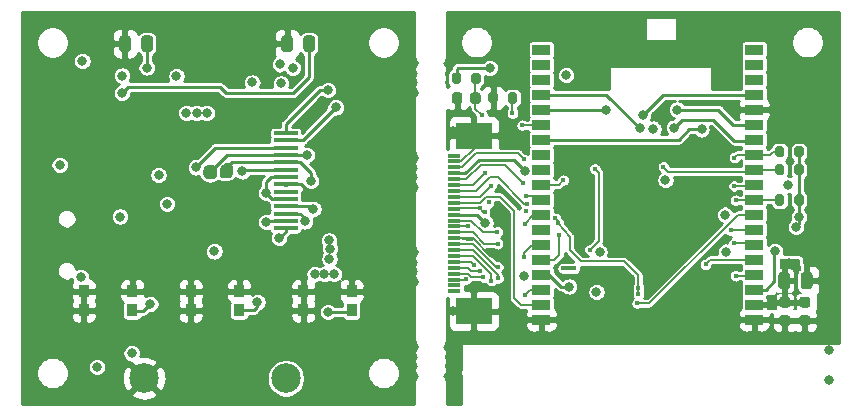
<source format=gbr>
G04 #@! TF.GenerationSoftware,KiCad,Pcbnew,(5.1.8)-1*
G04 #@! TF.CreationDate,2021-06-27T17:42:14+01:00*
G04 #@! TF.ProjectId,schem_1,73636865-6d5f-4312-9e6b-696361645f70,rev?*
G04 #@! TF.SameCoordinates,Original*
G04 #@! TF.FileFunction,Copper,L1,Top*
G04 #@! TF.FilePolarity,Positive*
%FSLAX46Y46*%
G04 Gerber Fmt 4.6, Leading zero omitted, Abs format (unit mm)*
G04 Created by KiCad (PCBNEW (5.1.8)-1) date 2021-06-27 17:42:14*
%MOMM*%
%LPD*%
G01*
G04 APERTURE LIST*
G04 #@! TA.AperFunction,SMDPad,CuDef*
%ADD10R,0.900000X0.900000*%
G04 #@! TD*
G04 #@! TA.AperFunction,SMDPad,CuDef*
%ADD11R,1.500000X0.900000*%
G04 #@! TD*
G04 #@! TA.AperFunction,SMDPad,CuDef*
%ADD12R,2.000000X0.320000*%
G04 #@! TD*
G04 #@! TA.AperFunction,ComponentPad*
%ADD13C,2.500000*%
G04 #@! TD*
G04 #@! TA.AperFunction,SMDPad,CuDef*
%ADD14R,1.100000X0.300000*%
G04 #@! TD*
G04 #@! TA.AperFunction,SMDPad,CuDef*
%ADD15R,3.100000X2.300000*%
G04 #@! TD*
G04 #@! TA.AperFunction,SMDPad,CuDef*
%ADD16R,0.900000X1.000000*%
G04 #@! TD*
G04 #@! TA.AperFunction,ViaPad*
%ADD17C,0.800000*%
G04 #@! TD*
G04 #@! TA.AperFunction,ViaPad*
%ADD18C,0.400000*%
G04 #@! TD*
G04 #@! TA.AperFunction,Conductor*
%ADD19C,0.150000*%
G04 #@! TD*
G04 #@! TA.AperFunction,Conductor*
%ADD20C,0.250000*%
G04 #@! TD*
G04 #@! TA.AperFunction,Conductor*
%ADD21C,0.300000*%
G04 #@! TD*
G04 #@! TA.AperFunction,Conductor*
%ADD22C,0.100000*%
G04 #@! TD*
G04 #@! TA.AperFunction,Conductor*
%ADD23C,0.254000*%
G04 #@! TD*
G04 APERTURE END LIST*
D10*
G04 #@! TO.P,U1,39*
G04 #@! TO.N,GND*
X111476880Y-13725260D03*
X114276880Y-13725260D03*
X112876880Y-13725260D03*
X112876880Y-15125260D03*
X111476880Y-15125260D03*
X114276880Y-15125260D03*
X111476880Y-16525260D03*
X112876880Y-16525260D03*
X114276880Y-16525260D03*
D11*
G04 #@! TO.P,U1,25*
G04 #@! TO.N,/CSI_MCLK*
X102347480Y-6432460D03*
G04 #@! TO.P,U1,26*
G04 #@! TO.N,/HS2_DATA1*
X102347480Y-7702460D03*
G04 #@! TO.P,U1,27*
G04 #@! TO.N,Net-(U1-Pad27)*
X102347480Y-8972460D03*
G04 #@! TO.P,U1,28*
G04 #@! TO.N,Net-(U1-Pad28)*
X102347480Y-10242460D03*
G04 #@! TO.P,U1,29*
G04 #@! TO.N,/CSI_D0*
X102347480Y-11512460D03*
G04 #@! TO.P,U1,30*
G04 #@! TO.N,/CSI_D1*
X102347480Y-12782460D03*
G04 #@! TO.P,U1,31*
G04 #@! TO.N,/CSI_D2*
X102347480Y-14052460D03*
G04 #@! TO.P,U1,32*
G04 #@! TO.N,Net-(U1-Pad32)*
X102347480Y-15322460D03*
G04 #@! TO.P,U1,33*
G04 #@! TO.N,/CSI_D3*
X102347480Y-16592460D03*
G04 #@! TO.P,U1,34*
G04 #@! TO.N,/SCL*
X102347480Y-17862460D03*
G04 #@! TO.P,U1,35*
G04 #@! TO.N,/U0TXD*
X102347480Y-19132460D03*
G04 #@! TO.P,U1,36*
G04 #@! TO.N,/CSI_PCLK*
X102347480Y-20402460D03*
G04 #@! TO.P,U1,37*
G04 #@! TO.N,/CSI_HSYNC*
X102347480Y-21672460D03*
G04 #@! TO.P,U1,38*
G04 #@! TO.N,GND*
X102347480Y-22942460D03*
G04 #@! TO.P,U1,24*
G04 #@! TO.N,/HS2_DATA0*
X102347480Y-5162460D03*
G04 #@! TO.P,U1,23*
G04 #@! TO.N,/HS2_CMD*
X102347480Y-3892460D03*
G04 #@! TO.P,U1,22*
G04 #@! TO.N,Net-(U1-Pad22)*
X102347480Y-2622460D03*
G04 #@! TO.P,U1,21*
G04 #@! TO.N,Net-(U1-Pad21)*
X102347480Y-1352460D03*
G04 #@! TO.P,U1,20*
G04 #@! TO.N,Net-(U1-Pad20)*
X102347480Y-82460D03*
G04 #@! TO.P,U1,19*
G04 #@! TO.N,Net-(U1-Pad19)*
X120357480Y-82460D03*
G04 #@! TO.P,U1,18*
G04 #@! TO.N,Net-(U1-Pad18)*
X120357480Y-1352460D03*
G04 #@! TO.P,U1,17*
G04 #@! TO.N,Net-(U1-Pad17)*
X120357480Y-2622460D03*
G04 #@! TO.P,U1,16*
G04 #@! TO.N,/HS2_DATA3*
X120357480Y-3892460D03*
G04 #@! TO.P,U1,15*
G04 #@! TO.N,GND*
X120357480Y-5162460D03*
G04 #@! TO.P,U1,14*
G04 #@! TO.N,/HS2_DATA2*
X120357480Y-6432460D03*
G04 #@! TO.P,U1,13*
G04 #@! TO.N,/HS2_CLK*
X120357480Y-7702460D03*
G04 #@! TO.P,U1,12*
G04 #@! TO.N,/TWI_SCK*
X120357480Y-8972460D03*
G04 #@! TO.P,U1,11*
G04 #@! TO.N,/TWI_SDA*
X120357480Y-10242460D03*
G04 #@! TO.P,U1,10*
G04 #@! TO.N,/CSI_VSYNC*
X120357480Y-11512460D03*
G04 #@! TO.P,U1,9*
G04 #@! TO.N,/SDA*
X120357480Y-12782460D03*
G04 #@! TO.P,U1,8*
G04 #@! TO.N,/CAM_PWR*
X120357480Y-14052460D03*
G04 #@! TO.P,U1,7*
G04 #@! TO.N,/CSI_D7*
X120357480Y-15322460D03*
G04 #@! TO.P,U1,6*
G04 #@! TO.N,/CSI_D6*
X120357480Y-16592460D03*
G04 #@! TO.P,U1,5*
G04 #@! TO.N,/CSI_D5*
X120357480Y-17862460D03*
G04 #@! TO.P,U1,4*
G04 #@! TO.N,/CSI_D4*
X120357480Y-19132460D03*
G04 #@! TO.P,U1,3*
G04 #@! TO.N,/ESP32_RST*
X120357480Y-20402460D03*
G04 #@! TO.P,U1,2*
G04 #@! TO.N,+3V3*
X120357480Y-21672460D03*
G04 #@! TO.P,U1,1*
G04 #@! TO.N,GND*
X120357480Y-22942460D03*
G04 #@! TD*
D12*
G04 #@! TO.P,U7,14*
G04 #@! TO.N,Net-(C22-Pad1)*
X80691800Y-7143000D03*
G04 #@! TO.P,U7,11*
G04 #@! TO.N,/SDA*
X80691800Y-9003000D03*
G04 #@! TO.P,U7,10*
G04 #@! TO.N,/SCL*
X80691800Y-9623000D03*
G04 #@! TO.P,U7,12*
G04 #@! TO.N,Net-(R21-Pad1)*
X80691800Y-8383000D03*
G04 #@! TO.P,U7,13*
G04 #@! TO.N,Net-(C21-Pad1)*
X80691800Y-7763000D03*
G04 #@! TO.P,U7,9*
G04 #@! TO.N,/I2C OLED/OLED_RESET*
X80691800Y-10243000D03*
G04 #@! TO.P,U7,8*
G04 #@! TO.N,+3V3*
X80691800Y-10863000D03*
G04 #@! TO.P,U7,7*
G04 #@! TO.N,GND*
X80691800Y-11483000D03*
G04 #@! TO.P,U7,6*
G04 #@! TO.N,Net-(U7-Pad6)*
X80691800Y-12103000D03*
G04 #@! TO.P,U7,5*
G04 #@! TO.N,+3V3*
X80691800Y-12723000D03*
G04 #@! TO.P,U7,4*
G04 #@! TO.N,Net-(C18-Pad2)*
X80691800Y-13343000D03*
G04 #@! TO.P,U7,3*
G04 #@! TO.N,Net-(C18-Pad1)*
X80691800Y-13963000D03*
G04 #@! TO.P,U7,2*
G04 #@! TO.N,Net-(C17-Pad2)*
X80691800Y-14583000D03*
G04 #@! TO.P,U7,1*
G04 #@! TO.N,Net-(C17-Pad1)*
X80691800Y-15203000D03*
G04 #@! TD*
D13*
G04 #@! TO.P,C2,2*
G04 #@! TO.N,GND*
X68712800Y-27917200D03*
G04 #@! TO.P,C2,1*
G04 #@! TO.N,Net-(C2-Pad1)*
X80712800Y-27917200D03*
G04 #@! TD*
D14*
G04 #@! TO.P,J1,1*
G04 #@! TO.N,Net-(J1-Pad1)*
X94925480Y-20548460D03*
G04 #@! TO.P,J1,2*
G04 #@! TO.N,Net-(J1-Pad2)*
X94925480Y-20048460D03*
G04 #@! TO.P,J1,3*
G04 #@! TO.N,/CSI_D2*
X94925480Y-19548460D03*
G04 #@! TO.P,J1,4*
G04 #@! TO.N,/CSI_D1*
X94925480Y-19048460D03*
G04 #@! TO.P,J1,5*
G04 #@! TO.N,/CSI_D3*
X94925480Y-18548460D03*
G04 #@! TO.P,J1,6*
G04 #@! TO.N,Net-(J1-Pad6)*
X94925480Y-18048460D03*
G04 #@! TO.P,J1,7*
G04 #@! TO.N,/CSI_D4*
X94925480Y-17548460D03*
G04 #@! TO.P,J1,8*
G04 #@! TO.N,/CSI_PCLK*
X94925480Y-17048460D03*
G04 #@! TO.P,J1,9*
G04 #@! TO.N,/CSI_D5*
X94925480Y-16548460D03*
G04 #@! TO.P,J1,10*
G04 #@! TO.N,GND*
X94925480Y-16048460D03*
G04 #@! TO.P,J1,11*
G04 #@! TO.N,/CSI_D6*
X94925480Y-15548460D03*
G04 #@! TO.P,J1,12*
G04 #@! TO.N,/CSI_MCLK*
X94925480Y-15048460D03*
G04 #@! TO.P,J1,13*
G04 #@! TO.N,/CSI_D7*
X94925480Y-14548460D03*
G04 #@! TO.P,J1,14*
G04 #@! TO.N,+3V3*
X94925480Y-14048460D03*
G04 #@! TO.P,J1,15*
G04 #@! TO.N,+1V2*
X94925480Y-13548460D03*
G04 #@! TO.P,J1,16*
G04 #@! TO.N,/CSI_HSYNC*
X94925480Y-13048460D03*
G04 #@! TO.P,J1,17*
G04 #@! TO.N,Net-(J1-Pad17)*
X94925480Y-12548460D03*
G04 #@! TO.P,J1,18*
G04 #@! TO.N,/CSI_VSYNC*
X94925480Y-12048460D03*
G04 #@! TO.P,J1,19*
G04 #@! TO.N,/CAM_RST*
X94925480Y-11548460D03*
G04 #@! TO.P,J1,20*
G04 #@! TO.N,/TWI_SCK*
X94925480Y-11048460D03*
G04 #@! TO.P,J1,21*
G04 #@! TO.N,+2V8*
X94925480Y-10548460D03*
G04 #@! TO.P,J1,22*
G04 #@! TO.N,/TWI_SDA*
X94925480Y-10048460D03*
G04 #@! TO.P,J1,23*
G04 #@! TO.N,GND*
X94925480Y-9548460D03*
G04 #@! TO.P,J1,24*
G04 #@! TO.N,Net-(J1-Pad24)*
X94925480Y-9048460D03*
D15*
G04 #@! TO.P,J1,MP*
G04 #@! TO.N,GND*
X96625480Y-22218460D03*
X96625480Y-7378460D03*
G04 #@! TD*
G04 #@! TO.P,R27,1*
G04 #@! TO.N,+3V3*
G04 #@! TA.AperFunction,SMDPad,CuDef*
G36*
G01*
X124566980Y-12532860D02*
X124566980Y-13082860D01*
G75*
G02*
X124366980Y-13282860I-200000J0D01*
G01*
X123966980Y-13282860D01*
G75*
G02*
X123766980Y-13082860I0J200000D01*
G01*
X123766980Y-12532860D01*
G75*
G02*
X123966980Y-12332860I200000J0D01*
G01*
X124366980Y-12332860D01*
G75*
G02*
X124566980Y-12532860I0J-200000D01*
G01*
G37*
G04 #@! TD.AperFunction*
G04 #@! TO.P,R27,2*
G04 #@! TO.N,/SDA*
G04 #@! TA.AperFunction,SMDPad,CuDef*
G36*
G01*
X122916980Y-12532860D02*
X122916980Y-13082860D01*
G75*
G02*
X122716980Y-13282860I-200000J0D01*
G01*
X122316980Y-13282860D01*
G75*
G02*
X122116980Y-13082860I0J200000D01*
G01*
X122116980Y-12532860D01*
G75*
G02*
X122316980Y-12332860I200000J0D01*
G01*
X122716980Y-12332860D01*
G75*
G02*
X122916980Y-12532860I0J-200000D01*
G01*
G37*
G04 #@! TD.AperFunction*
G04 #@! TD*
G04 #@! TO.P,R7,1*
G04 #@! TO.N,GND*
G04 #@! TA.AperFunction,SMDPad,CuDef*
G36*
G01*
X97847780Y-4446860D02*
X97847780Y-3896860D01*
G75*
G02*
X98047780Y-3696860I200000J0D01*
G01*
X98447780Y-3696860D01*
G75*
G02*
X98647780Y-3896860I0J-200000D01*
G01*
X98647780Y-4446860D01*
G75*
G02*
X98447780Y-4646860I-200000J0D01*
G01*
X98047780Y-4646860D01*
G75*
G02*
X97847780Y-4446860I0J200000D01*
G01*
G37*
G04 #@! TD.AperFunction*
G04 #@! TO.P,R7,2*
G04 #@! TO.N,Net-(J1-Pad17)*
G04 #@! TA.AperFunction,SMDPad,CuDef*
G36*
G01*
X99497780Y-4446860D02*
X99497780Y-3896860D01*
G75*
G02*
X99697780Y-3696860I200000J0D01*
G01*
X100097780Y-3696860D01*
G75*
G02*
X100297780Y-3896860I0J-200000D01*
G01*
X100297780Y-4446860D01*
G75*
G02*
X100097780Y-4646860I-200000J0D01*
G01*
X99697780Y-4646860D01*
G75*
G02*
X99497780Y-4446860I0J200000D01*
G01*
G37*
G04 #@! TD.AperFunction*
G04 #@! TD*
G04 #@! TO.P,R6,1*
G04 #@! TO.N,/CAM_RST*
G04 #@! TA.AperFunction,SMDPad,CuDef*
G36*
G01*
X97211480Y-2233160D02*
X97211480Y-2783160D01*
G75*
G02*
X97011480Y-2983160I-200000J0D01*
G01*
X96611480Y-2983160D01*
G75*
G02*
X96411480Y-2783160I0J200000D01*
G01*
X96411480Y-2233160D01*
G75*
G02*
X96611480Y-2033160I200000J0D01*
G01*
X97011480Y-2033160D01*
G75*
G02*
X97211480Y-2233160I0J-200000D01*
G01*
G37*
G04 #@! TD.AperFunction*
G04 #@! TO.P,R6,2*
G04 #@! TO.N,+3V3*
G04 #@! TA.AperFunction,SMDPad,CuDef*
G36*
G01*
X95561480Y-2233160D02*
X95561480Y-2783160D01*
G75*
G02*
X95361480Y-2983160I-200000J0D01*
G01*
X94961480Y-2983160D01*
G75*
G02*
X94761480Y-2783160I0J200000D01*
G01*
X94761480Y-2233160D01*
G75*
G02*
X94961480Y-2033160I200000J0D01*
G01*
X95361480Y-2033160D01*
G75*
G02*
X95561480Y-2233160I0J-200000D01*
G01*
G37*
G04 #@! TD.AperFunction*
G04 #@! TD*
G04 #@! TO.P,R3,1*
G04 #@! TO.N,/TWI_SDA*
G04 #@! TA.AperFunction,SMDPad,CuDef*
G36*
G01*
X122116980Y-10517460D02*
X122116980Y-9967460D01*
G75*
G02*
X122316980Y-9767460I200000J0D01*
G01*
X122716980Y-9767460D01*
G75*
G02*
X122916980Y-9967460I0J-200000D01*
G01*
X122916980Y-10517460D01*
G75*
G02*
X122716980Y-10717460I-200000J0D01*
G01*
X122316980Y-10717460D01*
G75*
G02*
X122116980Y-10517460I0J200000D01*
G01*
G37*
G04 #@! TD.AperFunction*
G04 #@! TO.P,R3,2*
G04 #@! TO.N,+3V3*
G04 #@! TA.AperFunction,SMDPad,CuDef*
G36*
G01*
X123766980Y-10517460D02*
X123766980Y-9967460D01*
G75*
G02*
X123966980Y-9767460I200000J0D01*
G01*
X124366980Y-9767460D01*
G75*
G02*
X124566980Y-9967460I0J-200000D01*
G01*
X124566980Y-10517460D01*
G75*
G02*
X124366980Y-10717460I-200000J0D01*
G01*
X123966980Y-10717460D01*
G75*
G02*
X123766980Y-10517460I0J200000D01*
G01*
G37*
G04 #@! TD.AperFunction*
G04 #@! TD*
G04 #@! TO.P,R1,1*
G04 #@! TO.N,/TWI_SCK*
G04 #@! TA.AperFunction,SMDPad,CuDef*
G36*
G01*
X122116480Y-8993460D02*
X122116480Y-8443460D01*
G75*
G02*
X122316480Y-8243460I200000J0D01*
G01*
X122716480Y-8243460D01*
G75*
G02*
X122916480Y-8443460I0J-200000D01*
G01*
X122916480Y-8993460D01*
G75*
G02*
X122716480Y-9193460I-200000J0D01*
G01*
X122316480Y-9193460D01*
G75*
G02*
X122116480Y-8993460I0J200000D01*
G01*
G37*
G04 #@! TD.AperFunction*
G04 #@! TO.P,R1,2*
G04 #@! TO.N,+3V3*
G04 #@! TA.AperFunction,SMDPad,CuDef*
G36*
G01*
X123766480Y-8993460D02*
X123766480Y-8443460D01*
G75*
G02*
X123966480Y-8243460I200000J0D01*
G01*
X124366480Y-8243460D01*
G75*
G02*
X124566480Y-8443460I0J-200000D01*
G01*
X124566480Y-8993460D01*
G75*
G02*
X124366480Y-9193460I-200000J0D01*
G01*
X123966480Y-9193460D01*
G75*
G02*
X123766480Y-8993460I0J200000D01*
G01*
G37*
G04 #@! TD.AperFunction*
G04 #@! TD*
G04 #@! TO.P,D4,1*
G04 #@! TO.N,GND*
G04 #@! TA.AperFunction,SMDPad,CuDef*
G36*
G01*
X80319800Y-38350D02*
X80319800Y874150D01*
G75*
G02*
X80563550Y1117900I243750J0D01*
G01*
X81051050Y1117900D01*
G75*
G02*
X81294800Y874150I0J-243750D01*
G01*
X81294800Y-38350D01*
G75*
G02*
X81051050Y-282100I-243750J0D01*
G01*
X80563550Y-282100D01*
G75*
G02*
X80319800Y-38350I0J243750D01*
G01*
G37*
G04 #@! TD.AperFunction*
G04 #@! TO.P,D4,2*
G04 #@! TO.N,Net-(D4-Pad2)*
G04 #@! TA.AperFunction,SMDPad,CuDef*
G36*
G01*
X82194800Y-38350D02*
X82194800Y874150D01*
G75*
G02*
X82438550Y1117900I243750J0D01*
G01*
X82926050Y1117900D01*
G75*
G02*
X83169800Y874150I0J-243750D01*
G01*
X83169800Y-38350D01*
G75*
G02*
X82926050Y-282100I-243750J0D01*
G01*
X82438550Y-282100D01*
G75*
G02*
X82194800Y-38350I0J243750D01*
G01*
G37*
G04 #@! TD.AperFunction*
G04 #@! TD*
G04 #@! TO.P,D3,1*
G04 #@! TO.N,GND*
G04 #@! TA.AperFunction,SMDPad,CuDef*
G36*
G01*
X66600700Y-38350D02*
X66600700Y874150D01*
G75*
G02*
X66844450Y1117900I243750J0D01*
G01*
X67331950Y1117900D01*
G75*
G02*
X67575700Y874150I0J-243750D01*
G01*
X67575700Y-38350D01*
G75*
G02*
X67331950Y-282100I-243750J0D01*
G01*
X66844450Y-282100D01*
G75*
G02*
X66600700Y-38350I0J243750D01*
G01*
G37*
G04 #@! TD.AperFunction*
G04 #@! TO.P,D3,2*
G04 #@! TO.N,Net-(D3-Pad2)*
G04 #@! TA.AperFunction,SMDPad,CuDef*
G36*
G01*
X68475700Y-38350D02*
X68475700Y874150D01*
G75*
G02*
X68719450Y1117900I243750J0D01*
G01*
X69206950Y1117900D01*
G75*
G02*
X69450700Y874150I0J-243750D01*
G01*
X69450700Y-38350D01*
G75*
G02*
X69206950Y-282100I-243750J0D01*
G01*
X68719450Y-282100D01*
G75*
G02*
X68475700Y-38350I0J243750D01*
G01*
G37*
G04 #@! TD.AperFunction*
G04 #@! TD*
G04 #@! TO.P,C26,1*
G04 #@! TO.N,+3V3*
G04 #@! TA.AperFunction,SMDPad,CuDef*
G36*
G01*
X124388730Y-21016460D02*
X124888730Y-21016460D01*
G75*
G02*
X125113730Y-21241460I0J-225000D01*
G01*
X125113730Y-21691460D01*
G75*
G02*
X124888730Y-21916460I-225000J0D01*
G01*
X124388730Y-21916460D01*
G75*
G02*
X124163730Y-21691460I0J225000D01*
G01*
X124163730Y-21241460D01*
G75*
G02*
X124388730Y-21016460I225000J0D01*
G01*
G37*
G04 #@! TD.AperFunction*
G04 #@! TO.P,C26,2*
G04 #@! TO.N,GND*
G04 #@! TA.AperFunction,SMDPad,CuDef*
G36*
G01*
X124388730Y-22566460D02*
X124888730Y-22566460D01*
G75*
G02*
X125113730Y-22791460I0J-225000D01*
G01*
X125113730Y-23241460D01*
G75*
G02*
X124888730Y-23466460I-225000J0D01*
G01*
X124388730Y-23466460D01*
G75*
G02*
X124163730Y-23241460I0J225000D01*
G01*
X124163730Y-22791460D01*
G75*
G02*
X124388730Y-22566460I225000J0D01*
G01*
G37*
G04 #@! TD.AperFunction*
G04 #@! TD*
G04 #@! TO.P,C25,1*
G04 #@! TO.N,+3V3*
G04 #@! TA.AperFunction,SMDPad,CuDef*
G36*
G01*
X122696980Y-21016460D02*
X123196980Y-21016460D01*
G75*
G02*
X123421980Y-21241460I0J-225000D01*
G01*
X123421980Y-21691460D01*
G75*
G02*
X123196980Y-21916460I-225000J0D01*
G01*
X122696980Y-21916460D01*
G75*
G02*
X122471980Y-21691460I0J225000D01*
G01*
X122471980Y-21241460D01*
G75*
G02*
X122696980Y-21016460I225000J0D01*
G01*
G37*
G04 #@! TD.AperFunction*
G04 #@! TO.P,C25,2*
G04 #@! TO.N,GND*
G04 #@! TA.AperFunction,SMDPad,CuDef*
G36*
G01*
X122696980Y-22566460D02*
X123196980Y-22566460D01*
G75*
G02*
X123421980Y-22791460I0J-225000D01*
G01*
X123421980Y-23241460D01*
G75*
G02*
X123196980Y-23466460I-225000J0D01*
G01*
X122696980Y-23466460D01*
G75*
G02*
X122471980Y-23241460I0J225000D01*
G01*
X122471980Y-22791460D01*
G75*
G02*
X122696980Y-22566460I225000J0D01*
G01*
G37*
G04 #@! TD.AperFunction*
G04 #@! TD*
G04 #@! TO.P,C5,1*
G04 #@! TO.N,/CAM_RST*
G04 #@! TA.AperFunction,SMDPad,CuDef*
G36*
G01*
X97210880Y-3934560D02*
X97210880Y-4434560D01*
G75*
G02*
X96985880Y-4659560I-225000J0D01*
G01*
X96535880Y-4659560D01*
G75*
G02*
X96310880Y-4434560I0J225000D01*
G01*
X96310880Y-3934560D01*
G75*
G02*
X96535880Y-3709560I225000J0D01*
G01*
X96985880Y-3709560D01*
G75*
G02*
X97210880Y-3934560I0J-225000D01*
G01*
G37*
G04 #@! TD.AperFunction*
G04 #@! TO.P,C5,2*
G04 #@! TO.N,GND*
G04 #@! TA.AperFunction,SMDPad,CuDef*
G36*
G01*
X95660880Y-3934560D02*
X95660880Y-4434560D01*
G75*
G02*
X95435880Y-4659560I-225000J0D01*
G01*
X94985880Y-4659560D01*
G75*
G02*
X94760880Y-4434560I0J225000D01*
G01*
X94760880Y-3934560D01*
G75*
G02*
X94985880Y-3709560I225000J0D01*
G01*
X95435880Y-3709560D01*
G75*
G02*
X95660880Y-3934560I0J-225000D01*
G01*
G37*
G04 #@! TD.AperFunction*
G04 #@! TD*
G04 #@! TO.P,C1,1*
G04 #@! TO.N,+3V3*
G04 #@! TA.AperFunction,SMDPad,CuDef*
G36*
G01*
X122402480Y-20115460D02*
X122402480Y-19165460D01*
G75*
G02*
X122652480Y-18915460I250000J0D01*
G01*
X123152480Y-18915460D01*
G75*
G02*
X123402480Y-19165460I0J-250000D01*
G01*
X123402480Y-20115460D01*
G75*
G02*
X123152480Y-20365460I-250000J0D01*
G01*
X122652480Y-20365460D01*
G75*
G02*
X122402480Y-20115460I0J250000D01*
G01*
G37*
G04 #@! TD.AperFunction*
G04 #@! TO.P,C1,2*
G04 #@! TO.N,GND*
G04 #@! TA.AperFunction,SMDPad,CuDef*
G36*
G01*
X124302480Y-20115460D02*
X124302480Y-19165460D01*
G75*
G02*
X124552480Y-18915460I250000J0D01*
G01*
X125052480Y-18915460D01*
G75*
G02*
X125302480Y-19165460I0J-250000D01*
G01*
X125302480Y-20115460D01*
G75*
G02*
X125052480Y-20365460I-250000J0D01*
G01*
X124552480Y-20365460D01*
G75*
G02*
X124302480Y-20115460I0J250000D01*
G01*
G37*
G04 #@! TD.AperFunction*
G04 #@! TD*
D16*
G04 #@! TO.P,SW4,2*
G04 #@! TO.N,GND*
X67703520Y-20526620D03*
X63603520Y-20526620D03*
X63603520Y-22157620D03*
G04 #@! TO.P,SW4,1*
G04 #@! TO.N,/GPIO Expander/BTN_DOWN*
X67703520Y-22157620D03*
G04 #@! TD*
G04 #@! TO.P,SW5,2*
G04 #@! TO.N,GND*
X86280420Y-20526620D03*
X82180420Y-20526620D03*
X82180420Y-22157620D03*
G04 #@! TO.P,SW5,1*
G04 #@! TO.N,/GPIO Expander/BTN_UP*
X86280420Y-22157620D03*
G04 #@! TD*
G04 #@! TO.P,SW6,1*
G04 #@! TO.N,/GPIO Expander/BTN_OK*
X76755170Y-22157620D03*
G04 #@! TO.P,SW6,2*
G04 #@! TO.N,GND*
X72655170Y-22157620D03*
X72655170Y-20526620D03*
X76755170Y-20526620D03*
G04 #@! TD*
D17*
G04 #@! TO.N,GND*
X90692800Y-29187200D03*
X90692800Y-26647200D03*
X90692800Y-24107200D03*
X90692800Y-21567200D03*
X90692800Y-19027200D03*
X90692800Y-16487200D03*
X90692800Y-13947200D03*
X90692800Y-11407200D03*
X90692800Y-8867200D03*
X90692800Y-6327200D03*
X90692800Y-3787200D03*
X90692800Y-1247200D03*
X89422800Y2562800D03*
X86882800Y2562800D03*
X84342800Y2562800D03*
X59577800Y-1247200D03*
X59577800Y-3787200D03*
X59577800Y-6962200D03*
X59577800Y-9502200D03*
X59577800Y-14582200D03*
X64657800Y1927800D03*
X62117800Y1927800D03*
X59577800Y1927800D03*
X126732880Y2444840D03*
X96125880Y-24402960D03*
X98665880Y-24402960D03*
X101205880Y-24402960D03*
X103745880Y-24402960D03*
X106285880Y-24402960D03*
X108825880Y-24402960D03*
X111365880Y-24402960D03*
X113905880Y-24402960D03*
X116445880Y-24402960D03*
X118985880Y-24402960D03*
X121525880Y-24402960D03*
X124065880Y-24402960D03*
X94919380Y-25660260D03*
X94932080Y-29089260D03*
X126732880Y-95160D03*
X126732880Y-7715160D03*
X126732880Y-12795160D03*
X126732880Y-15335160D03*
X126732880Y-17875160D03*
X126732880Y-20415160D03*
X126732880Y-22955160D03*
X126732880Y-25495160D03*
X126732880Y-28035160D03*
X107454280Y-2838360D03*
X108165480Y-869860D03*
X110730880Y-869860D03*
X113296280Y-869860D03*
X115861680Y-869860D03*
X117538080Y-2660560D03*
X109501520Y-13702802D03*
X112564760Y-6087020D03*
D18*
X98239669Y-17548519D03*
X100484084Y-13493352D03*
D17*
X126885280Y-10354220D03*
X94830480Y-22180460D03*
X95465480Y2584540D03*
X98005480Y2584540D03*
X100545480Y2584540D03*
X103085480Y2584540D03*
X117690480Y2584540D03*
X120865480Y2584540D03*
X123405480Y2584540D03*
X94830480Y-6940460D03*
X115150480Y2584540D03*
X110070480Y2584540D03*
X108165480Y2584540D03*
X110070480Y679540D03*
X114515480Y679540D03*
X73906200Y-28068200D03*
X75036500Y-26544200D03*
X64724100Y-28360300D03*
X79811700Y-4865300D03*
X80027600Y-19825900D03*
X59577800Y-17122200D03*
X59577800Y-19027200D03*
X59577800Y-23472200D03*
X59577800Y-26012200D03*
X83072800Y-28552200D03*
X85612800Y-28552200D03*
D18*
X98510680Y-14358660D03*
D17*
X71734500Y-4168200D03*
G04 #@! TO.N,+3V3*
X123898240Y-15088780D03*
X112851780Y-11131460D03*
X97980080Y-1619160D03*
X107273506Y-17189794D03*
X107002160Y-20620900D03*
X123273400Y-18172340D03*
X124166980Y-14246000D03*
X111833499Y-6769120D03*
X97609240Y-14743340D03*
X104446920Y-2246540D03*
X123212440Y-11553100D03*
X84404020Y-17778660D03*
X84362867Y-16232851D03*
X63479500Y-1042600D03*
X61561800Y-9831000D03*
X74007800Y-5436800D03*
X73144200Y-5449500D03*
X72267900Y-5424100D03*
X79025400Y-12218600D03*
X74655500Y-17158900D03*
X70655000Y-13133000D03*
X84429420Y-16940460D03*
D18*
G04 #@! TO.N,/CSI_PCLK*
X100977280Y-20846960D03*
X98665880Y-19449960D03*
G04 #@! TO.N,/CAM_RST*
X97306980Y-5628458D03*
X97535580Y-10535660D03*
D17*
G04 #@! TO.N,/ESP32_RST*
X122097380Y-17138560D03*
G04 #@! TO.N,+2V8*
X100941720Y-10323740D03*
D18*
G04 #@! TO.N,+1V2*
X110565780Y-20783457D03*
X110565780Y-20275460D03*
X103534515Y-14371757D03*
X97164760Y-13523460D03*
X103768480Y-14790460D03*
X97532661Y-13812679D03*
D17*
G04 #@! TO.N,Net-(C17-Pad1)*
X80141900Y-16041300D03*
G04 #@! TO.N,Net-(C17-Pad2)*
X79037000Y-14669700D03*
G04 #@! TO.N,Net-(C18-Pad2)*
X83037500Y-13590200D03*
G04 #@! TO.N,Net-(C18-Pad1)*
X82312500Y-14618900D03*
G04 #@! TO.N,Net-(C21-Pad1)*
X84929800Y-4966900D03*
G04 #@! TO.N,Net-(C22-Pad1)*
X84269400Y-3519100D03*
G04 #@! TO.N,Net-(D3-Pad2)*
X68927800Y-1601400D03*
G04 #@! TO.N,Net-(D4-Pad2)*
X66819600Y-3760400D03*
D18*
G04 #@! TO.N,/CSI_D2*
X95922680Y-19523460D03*
X100926480Y-14801760D03*
G04 #@! TO.N,/CSI_D1*
X101023831Y-12512859D03*
X97395880Y-19335660D03*
X97873996Y-13018351D03*
G04 #@! TO.N,/CSI_D3*
X100913780Y-17621160D03*
X97124070Y-18789560D03*
G04 #@! TO.N,Net-(J1-Pad6)*
X96646580Y-18332360D03*
X106463680Y-17011560D03*
X106870080Y-10176420D03*
G04 #@! TO.N,/CSI_D4*
X118782680Y-19221360D03*
X98096410Y-19638920D03*
G04 #@! TO.N,/CSI_D5*
X98665880Y-18474630D03*
X116239880Y-18270260D03*
G04 #@! TO.N,/CSI_D6*
X118655680Y-16478160D03*
X98635400Y-16511180D03*
G04 #@! TO.N,/CSI_MCLK*
X96143980Y-15048460D03*
X100723280Y-6483260D03*
G04 #@! TO.N,/CSI_D7*
X118363580Y-15373260D03*
X98612280Y-15527060D03*
G04 #@! TO.N,Net-(J1-Pad17)*
X99897780Y-5467260D03*
X98088030Y-11595010D03*
G04 #@! TO.N,/CSI_VSYNC*
X118642980Y-11626760D03*
X101155080Y-13112660D03*
G04 #@! TO.N,/TWI_SCK*
X118693780Y-9213760D03*
X100799480Y-11360060D03*
G04 #@! TO.N,/TWI_SDA*
X100888380Y-9378860D03*
X112671440Y-10003700D03*
D17*
G04 #@! TO.N,/HS2_DATA1*
X115901700Y-6838860D03*
G04 #@! TO.N,/HS2_DATA0*
X107809880Y-5162460D03*
G04 #@! TO.N,/HS2_CLK*
X113588380Y-6673760D03*
G04 #@! TO.N,/HS2_CMD*
X110667380Y-6724560D03*
G04 #@! TO.N,/HS2_DATA3*
X110959480Y-5606960D03*
G04 #@! TO.N,/HS2_DATA2*
X113829680Y-5162460D03*
D18*
G04 #@! TO.N,/SCL*
X103872880Y-15766960D03*
D17*
X75569900Y-10199300D03*
X82834300Y-11189900D03*
G04 #@! TO.N,/U0TXD*
X117957180Y-17187460D03*
X104697966Y-20138300D03*
D18*
G04 #@! TO.N,/CSI_D0*
X104190380Y-11144160D03*
G04 #@! TO.N,/CAM_PWR*
X110451480Y-21558160D03*
D17*
G04 #@! TO.N,/I2C OLED/OLED_RESET*
X77030400Y-10389800D03*
G04 #@! TO.N,Net-(R21-Pad1)*
X73080702Y-10046900D03*
G04 #@! TO.N,/GPIO Expander/Vusb_detect*
X69931100Y-10681900D03*
X77868600Y-2858700D03*
G04 #@! TO.N,/GPIO Expander/LED_RECORDING*
X71442400Y-2338000D03*
X66857700Y-2274500D03*
D18*
G04 #@! TO.N,/SDA*
X118782680Y-12833260D03*
X101040780Y-13717160D03*
D17*
X74287200Y-10427900D03*
X82470639Y-9004168D03*
G04 #@! TO.N,/GPIO Expander/BTN_DOWN*
X80192700Y-1322000D03*
X69232600Y-21616600D03*
G04 #@! TO.N,/GPIO Expander/BTN_UP*
X81284900Y-1614100D03*
X84269400Y-22302400D03*
G04 #@! TO.N,/GPIO Expander/BTN_OK*
X78300400Y-21476900D03*
X80281600Y-2947600D03*
G04 #@! TO.N,/5V_USB_SC*
X117883171Y-14054651D03*
X100897478Y-19284860D03*
D18*
X105116221Y-18610114D03*
D17*
X63339800Y-19326618D03*
X84790100Y-19079140D03*
X83977300Y-19079140D03*
X83151800Y-19079140D03*
X66654500Y-14212500D03*
X64711400Y-26950600D03*
X67657800Y-25794900D03*
D18*
X104200280Y-18602560D03*
X104657480Y-18600454D03*
G04 #@! TD*
D19*
G04 #@! TO.N,GND*
X94925480Y-9548460D02*
X95537180Y-9548460D01*
X96625480Y-7378460D02*
X96625480Y-8407950D01*
X96625480Y-8460160D02*
X95537180Y-9548460D01*
X96625480Y-7378460D02*
X96625480Y-8460160D01*
X98013410Y-17517020D02*
X98330600Y-17517020D01*
X96544850Y-16048460D02*
X98013410Y-17517020D01*
X94925480Y-16048460D02*
X96544850Y-16048460D01*
D20*
X80691800Y-11483000D02*
X82025920Y-11483000D01*
X82025920Y-11483000D02*
X82950880Y-12407960D01*
D19*
G04 #@! TO.N,+3V3*
X122919480Y-21493960D02*
X122946980Y-21466460D01*
D20*
X95161480Y-2508160D02*
X95161480Y-1719960D01*
X95161480Y-1719960D02*
X95262280Y-1619160D01*
X95262280Y-1619160D02*
X97980080Y-1619160D01*
X124166480Y-10241960D02*
X124166980Y-10242460D01*
X124166480Y-8718460D02*
X124166480Y-10241960D01*
X124166980Y-10242460D02*
X124166980Y-12807860D01*
X124166980Y-14820040D02*
X123898240Y-15088780D01*
X124166980Y-12807860D02*
X124166980Y-14246000D01*
X124166980Y-14246000D02*
X124166980Y-14820040D01*
X94925480Y-14048460D02*
X96914360Y-14048460D01*
X96914360Y-14048460D02*
X97609240Y-14743340D01*
X79529800Y-12723000D02*
X79025400Y-12218600D01*
X80691800Y-12723000D02*
X79529800Y-12723000D01*
X79025400Y-11279400D02*
X79025400Y-12218600D01*
X79441800Y-10863000D02*
X79025400Y-11279400D01*
X80691800Y-10863000D02*
X79441800Y-10863000D01*
D19*
G04 #@! TO.N,/CSI_PCLK*
X101421780Y-20402460D02*
X100977280Y-20846960D01*
X102347480Y-20402460D02*
X101421780Y-20402460D01*
X94925480Y-17048460D02*
X96554870Y-17048460D01*
X98665880Y-19159470D02*
X98665880Y-19449960D01*
X96554870Y-17048460D02*
X98665880Y-19159470D01*
G04 #@! TO.N,/CAM_RST*
X96760880Y-2558760D02*
X96811480Y-2508160D01*
X96760880Y-4184560D02*
X96760880Y-2558760D01*
X96811480Y-2508160D02*
X96811480Y-2207062D01*
X96760880Y-5082358D02*
X97306980Y-5628458D01*
X96760880Y-4184560D02*
X96760880Y-5082358D01*
X94925480Y-11548460D02*
X96522780Y-11548460D01*
X96522780Y-11548460D02*
X97130457Y-10940783D01*
X97130457Y-10940783D02*
X97535580Y-10535660D01*
D20*
G04 #@! TO.N,/ESP32_RST*
X121357480Y-20402460D02*
X122077470Y-19682470D01*
X122077470Y-19682470D02*
X122077470Y-17158470D01*
X122077470Y-17158470D02*
X122097380Y-17138560D01*
X120357480Y-20402460D02*
X121357480Y-20402460D01*
G04 #@! TO.N,+2V8*
X100028630Y-9410650D02*
X100941720Y-10323740D01*
X97055415Y-9410650D02*
X100028630Y-9410650D01*
X95917606Y-10548460D02*
X97055415Y-9410650D01*
X94925480Y-10548460D02*
X95917606Y-10548460D01*
D19*
G04 #@! TO.N,+1V2*
X94950480Y-13523460D02*
X94925480Y-13548460D01*
X97164760Y-13523460D02*
X94950480Y-13523460D01*
X109369440Y-18014860D02*
X110537840Y-19183260D01*
X105671200Y-18014860D02*
X109369440Y-18014860D01*
X110537840Y-19427100D02*
X110565780Y-19455040D01*
X110537840Y-19183260D02*
X110537840Y-19427100D01*
X104731400Y-17075060D02*
X105671200Y-18014860D01*
X104731400Y-15919340D02*
X104731400Y-17075060D01*
X103768480Y-14790460D02*
X104731400Y-15919340D01*
X110565780Y-19455040D02*
X110565780Y-20783457D01*
X103768480Y-14605722D02*
X103603640Y-14440882D01*
X103768480Y-14790460D02*
X103768480Y-14605722D01*
X97436912Y-13795612D02*
X97164760Y-13523460D01*
X97532661Y-13812679D02*
X97436912Y-13795612D01*
D20*
G04 #@! TO.N,Net-(C17-Pad1)*
X80691800Y-15491400D02*
X80141900Y-16041300D01*
X80691800Y-15203000D02*
X80691800Y-15491400D01*
G04 #@! TO.N,Net-(C17-Pad2)*
X79123700Y-14583000D02*
X79037000Y-14669700D01*
X80691800Y-14583000D02*
X79123700Y-14583000D01*
G04 #@! TO.N,Net-(C18-Pad2)*
X82790300Y-13343000D02*
X80691800Y-13343000D01*
X83037500Y-13590200D02*
X82790300Y-13343000D01*
G04 #@! TO.N,Net-(C18-Pad1)*
X81924400Y-13963000D02*
X80691800Y-13963000D01*
X82312500Y-14351100D02*
X81924400Y-13963000D01*
X82312500Y-14618900D02*
X82312500Y-14351100D01*
G04 #@! TO.N,Net-(C21-Pad1)*
X82133700Y-7763000D02*
X84929800Y-4966900D01*
X80691800Y-7763000D02*
X82133700Y-7763000D01*
G04 #@! TO.N,Net-(C22-Pad1)*
X83570900Y-3519100D02*
X84269400Y-3519100D01*
X80691800Y-6398200D02*
X83570900Y-3519100D01*
X80691800Y-7143000D02*
X80691800Y-6398200D01*
G04 #@! TO.N,Net-(D3-Pad2)*
X68927800Y382500D02*
X68963200Y417900D01*
X68927800Y-1601400D02*
X68927800Y382500D01*
G04 #@! TO.N,Net-(D4-Pad2)*
X82682300Y-2407302D02*
X82682300Y417900D01*
X81329202Y-3760400D02*
X82682300Y-2407302D01*
X75657400Y-3760400D02*
X81329202Y-3760400D01*
X75125400Y-3228400D02*
X75657400Y-3760400D01*
X67351600Y-3228400D02*
X75125400Y-3228400D01*
X66819600Y-3760400D02*
X67351600Y-3228400D01*
D19*
G04 #@! TO.N,/CSI_D2*
X95897680Y-19548460D02*
X95922680Y-19523460D01*
X94925480Y-19548460D02*
X95897680Y-19548460D01*
X101675780Y-14052460D02*
X102347480Y-14052460D01*
X100926480Y-14801760D02*
X101675780Y-14052460D01*
G04 #@! TO.N,/CSI_D1*
X102077879Y-12512859D02*
X102347480Y-12782460D01*
X101023831Y-12512859D02*
X102077879Y-12512859D01*
X96131094Y-19048460D02*
X96418294Y-19335660D01*
X94925480Y-19048460D02*
X96131094Y-19048460D01*
X96418294Y-19335660D02*
X97395880Y-19335660D01*
G04 #@! TO.N,/CSI_D3*
X96417982Y-18840360D02*
X97073270Y-18840360D01*
X96126082Y-18548460D02*
X96417982Y-18840360D01*
X94925480Y-18548460D02*
X96126082Y-18548460D01*
X97073270Y-18840360D02*
X97124070Y-18789560D01*
X100913780Y-17265560D02*
X100913780Y-17621160D01*
X101586880Y-16592460D02*
X100913780Y-17265560D01*
X102347480Y-16592460D02*
X101586880Y-16592460D01*
G04 #@! TO.N,Net-(J1-Pad6)*
X96362680Y-18048460D02*
X96646580Y-18332360D01*
X94925480Y-18048460D02*
X96362680Y-18048460D01*
X107190120Y-16285120D02*
X107190120Y-10496460D01*
X107190120Y-10496460D02*
X106870080Y-10176420D01*
X106463680Y-17011560D02*
X107190120Y-16285120D01*
G04 #@! TO.N,/CSI_D4*
X94935580Y-17548460D02*
X94939080Y-17544960D01*
X94925480Y-17548460D02*
X94935580Y-17548460D01*
X95138780Y-17548460D02*
X95154980Y-17532260D01*
X94925480Y-17548460D02*
X95138780Y-17548460D01*
X95265780Y-17548460D02*
X95274980Y-17557660D01*
X94925480Y-17548460D02*
X95265780Y-17548460D01*
X120268580Y-19221360D02*
X120357480Y-19132460D01*
X118782680Y-19221360D02*
X120268580Y-19221360D01*
X98096410Y-19437770D02*
X98096410Y-19638920D01*
X98096410Y-19084990D02*
X98096410Y-19437770D01*
X96559880Y-17548460D02*
X98096410Y-19084990D01*
X94925480Y-17548460D02*
X96559880Y-17548460D01*
G04 #@! TO.N,/CSI_D5*
X94925480Y-16548460D02*
X96549860Y-16548460D01*
X96549860Y-16548460D02*
X98476030Y-18474630D01*
X98476030Y-18474630D02*
X98665880Y-18474630D01*
X116647680Y-17862460D02*
X120357480Y-17862460D01*
X116239880Y-18270260D02*
X116647680Y-17862460D01*
G04 #@! TO.N,/CSI_D6*
X120243180Y-16478160D02*
X120357480Y-16592460D01*
X118655680Y-16478160D02*
X120243180Y-16478160D01*
X94925480Y-15548460D02*
X96539840Y-15548460D01*
X97502560Y-16511180D02*
X98635400Y-16511180D01*
X96539840Y-15548460D02*
X97502560Y-16511180D01*
G04 #@! TO.N,/CSI_MCLK*
X102296680Y-6483260D02*
X102347480Y-6432460D01*
X94925480Y-15048460D02*
X96143980Y-15048460D01*
X100723280Y-6483260D02*
X102296680Y-6483260D01*
G04 #@! TO.N,/CSI_D7*
X120306680Y-15373260D02*
X120357480Y-15322460D01*
X118363580Y-15373260D02*
X120306680Y-15373260D01*
X97399036Y-15527060D02*
X98612280Y-15527060D01*
X96420436Y-14548460D02*
X97399036Y-15527060D01*
X94925480Y-14548460D02*
X96420436Y-14548460D01*
G04 #@! TO.N,/CSI_HSYNC*
X95625480Y-13048460D02*
X94925480Y-13048460D01*
X97619749Y-12543351D02*
X97114640Y-13048460D01*
X98866149Y-12543351D02*
X97619749Y-12543351D01*
X97114640Y-13048460D02*
X95625480Y-13048460D01*
X100027320Y-13704522D02*
X98866149Y-12543351D01*
X100027320Y-21116200D02*
X100027320Y-13704522D01*
X100583580Y-21672460D02*
X100027320Y-21116200D01*
X102347480Y-21672460D02*
X100583580Y-21672460D01*
G04 #@! TO.N,Net-(J1-Pad17)*
X99897780Y-5467260D02*
X99897780Y-4171860D01*
X94925480Y-12548460D02*
X97119650Y-12548460D01*
X98065650Y-11602460D02*
X98080580Y-11602460D01*
X97119650Y-12548460D02*
X98065650Y-11602460D01*
G04 #@! TO.N,/CSI_VSYNC*
X120243180Y-11626760D02*
X120357480Y-11512460D01*
X118642980Y-11626760D02*
X120243180Y-11626760D01*
X94925480Y-12048460D02*
X96822090Y-12048460D01*
X96822090Y-12048460D02*
X97993090Y-10877460D01*
X97993090Y-10877460D02*
X98637038Y-10877460D01*
X100872238Y-13112660D02*
X101155080Y-13112660D01*
X98637038Y-10877460D02*
X100872238Y-13112660D01*
G04 #@! TO.N,/TWI_SCK*
X120357480Y-8972460D02*
X121690980Y-8972460D01*
X121944980Y-8718460D02*
X122516480Y-8718460D01*
X121690980Y-8972460D02*
X121944980Y-8718460D01*
X118935080Y-8972460D02*
X118693780Y-9213760D01*
X120357480Y-8972460D02*
X118935080Y-8972460D01*
X94925480Y-11048460D02*
X95983304Y-11048460D01*
X95983304Y-11048460D02*
X97221104Y-9810660D01*
X97221104Y-9810660D02*
X99250080Y-9810660D01*
X99250080Y-9810660D02*
X100799480Y-11360060D01*
G04 #@! TO.N,/TWI_SDA*
X120357480Y-10242460D02*
X122516980Y-10242460D01*
X100367680Y-8858160D02*
X100888380Y-9378860D01*
X96811680Y-8858160D02*
X100367680Y-8858160D01*
X95621380Y-10048460D02*
X96811680Y-8858160D01*
X94925480Y-10048460D02*
X95621380Y-10048460D01*
X113072760Y-10405020D02*
X112671440Y-10003700D01*
X120194920Y-10405020D02*
X113072760Y-10405020D01*
X120357480Y-10242460D02*
X120194920Y-10405020D01*
D20*
G04 #@! TO.N,/HS2_DATA1*
X114832980Y-6838860D02*
X115901700Y-6838860D01*
X113969380Y-7702460D02*
X114832980Y-6838860D01*
X102347480Y-7702460D02*
X113969380Y-7702460D01*
G04 #@! TO.N,/HS2_DATA0*
X107809880Y-5162460D02*
X102347480Y-5162460D01*
G04 #@! TO.N,/HS2_CLK*
X118681080Y-7791360D02*
X120268580Y-7791360D01*
X116890380Y-6000660D02*
X118681080Y-7791360D01*
X120268580Y-7791360D02*
X120357480Y-7702460D01*
X114261480Y-6000660D02*
X116890380Y-6000660D01*
X113588380Y-6673760D02*
X114261480Y-6000660D01*
G04 #@! TO.N,/HS2_CMD*
X107835280Y-3892460D02*
X102347480Y-3892460D01*
X110667380Y-6724560D02*
X107835280Y-3892460D01*
G04 #@! TO.N,/HS2_DATA3*
X112673980Y-3892460D02*
X110959480Y-5606960D01*
X120357480Y-3892460D02*
X112673980Y-3892460D01*
G04 #@! TO.N,/HS2_DATA2*
X120357480Y-6432460D02*
X118604880Y-6432460D01*
X118604880Y-6432460D02*
X117334880Y-5162460D01*
X117334880Y-5162460D02*
X113829680Y-5162460D01*
D19*
G04 #@! TO.N,/SCL*
X102347480Y-17862460D02*
X103453780Y-17862460D01*
X103872880Y-17443360D02*
X103872880Y-15766960D01*
X103453780Y-17862460D02*
X103872880Y-17443360D01*
D20*
X76146200Y-9623000D02*
X80691800Y-9623000D01*
X75569900Y-10199300D02*
X76146200Y-9623000D01*
X80691800Y-9623000D02*
X81941800Y-9623000D01*
X81941800Y-9623000D02*
X82834300Y-10515500D01*
X82834300Y-10515500D02*
X82834300Y-11189900D01*
G04 #@! TO.N,/U0TXD*
X104020200Y-20138300D02*
X104697966Y-20138300D01*
X103014360Y-19132460D02*
X104020200Y-20138300D01*
X102347480Y-19132460D02*
X103014360Y-19132460D01*
D19*
G04 #@! TO.N,/CSI_D0*
X103822080Y-11512460D02*
X104190380Y-11144160D01*
X102347480Y-11512460D02*
X103822080Y-11512460D01*
G04 #@! TO.N,/CAM_PWR*
X119036680Y-14052460D02*
X120357480Y-14052460D01*
X110451480Y-21558160D02*
X111475678Y-21558160D01*
X118981378Y-14052460D02*
X119036680Y-14052460D01*
X118888379Y-14145459D02*
X118981378Y-14052460D01*
X111475678Y-21558160D02*
X118888379Y-14145459D01*
D20*
G04 #@! TO.N,/I2C OLED/OLED_RESET*
X77177200Y-10243000D02*
X80691800Y-10243000D01*
X77030400Y-10389800D02*
X77177200Y-10243000D01*
G04 #@! TO.N,Net-(R21-Pad1)*
X80691800Y-8383000D02*
X74744602Y-8383000D01*
X74744602Y-8383000D02*
X73080702Y-10046900D01*
D19*
G04 #@! TO.N,/SDA*
X122491580Y-12782460D02*
X122516980Y-12807860D01*
X120357480Y-12782460D02*
X122491580Y-12782460D01*
X120306680Y-12833260D02*
X120357480Y-12782460D01*
X118782680Y-12833260D02*
X120306680Y-12833260D01*
D20*
X79687200Y-9003000D02*
X80691800Y-9003000D01*
X75712100Y-9003000D02*
X79687200Y-9003000D01*
X74287200Y-10427900D02*
X75712100Y-9003000D01*
X80691800Y-9003000D02*
X82469471Y-9003000D01*
X82469471Y-9003000D02*
X82470639Y-9004168D01*
G04 #@! TO.N,/GPIO Expander/BTN_DOWN*
X68648400Y-22200800D02*
X67746700Y-22200800D01*
X67746700Y-22200800D02*
X67703520Y-22157620D01*
X69232600Y-21616600D02*
X68648400Y-22200800D01*
G04 #@! TO.N,/GPIO Expander/BTN_UP*
X86135640Y-22302400D02*
X86280420Y-22157620D01*
X84269400Y-22302400D02*
X86135640Y-22302400D01*
G04 #@! TO.N,/GPIO Expander/BTN_OK*
X77975280Y-22157620D02*
X76755170Y-22157620D01*
X78300400Y-21832500D02*
X77975280Y-22157620D01*
X78300400Y-21476900D02*
X78300400Y-21832500D01*
D21*
G04 #@! TO.N,/5V_USB_SC*
X105115327Y-18609220D02*
X105116221Y-18610114D01*
X104279280Y-18604140D02*
X104689180Y-18604140D01*
X104692913Y-18609220D02*
X105112400Y-18609220D01*
G04 #@! TD*
D22*
G04 #@! TO.N,+3V3*
X124033109Y-17794176D02*
X124112163Y-17815511D01*
X124165829Y-17868218D01*
X124188587Y-17946875D01*
X124208431Y-18732694D01*
X124159703Y-18772683D01*
X124090624Y-18856857D01*
X124039293Y-18952891D01*
X124007683Y-19057093D01*
X123997010Y-19165460D01*
X123997010Y-20115460D01*
X124007683Y-20223827D01*
X124039293Y-20328029D01*
X124090624Y-20424063D01*
X124159703Y-20508237D01*
X124243877Y-20577316D01*
X124259073Y-20585438D01*
X124273301Y-20648030D01*
X124276400Y-20657329D01*
X124281364Y-20666000D01*
X124314295Y-20712125D01*
X124163730Y-20710989D01*
X124104136Y-20716859D01*
X124046831Y-20734242D01*
X123994019Y-20762470D01*
X123947729Y-20800459D01*
X123909740Y-20846749D01*
X123881512Y-20899561D01*
X123864129Y-20956866D01*
X123858259Y-21016460D01*
X123859730Y-21186460D01*
X123935730Y-21262460D01*
X124434730Y-21262460D01*
X124434730Y-21242460D01*
X124842730Y-21242460D01*
X124842730Y-21262460D01*
X124862730Y-21262460D01*
X124862730Y-21670460D01*
X124842730Y-21670460D01*
X124842730Y-21690460D01*
X124434730Y-21690460D01*
X124434730Y-21670460D01*
X123935730Y-21670460D01*
X123859730Y-21746460D01*
X123858259Y-21916460D01*
X123864129Y-21976054D01*
X123881512Y-22033359D01*
X123899472Y-22066960D01*
X123686238Y-22066960D01*
X123704198Y-22033359D01*
X123721581Y-21976054D01*
X123727451Y-21916460D01*
X123725980Y-21746460D01*
X123649980Y-21670460D01*
X123150980Y-21670460D01*
X123150980Y-21690460D01*
X122742980Y-21690460D01*
X122742980Y-21670460D01*
X122243980Y-21670460D01*
X122167980Y-21746460D01*
X122166509Y-21916460D01*
X122172379Y-21976054D01*
X122189762Y-22033359D01*
X122207722Y-22066960D01*
X121412471Y-22066960D01*
X121411480Y-21952460D01*
X121335480Y-21876460D01*
X120561480Y-21876460D01*
X120561480Y-21896460D01*
X120153480Y-21896460D01*
X120153480Y-21876460D01*
X120133480Y-21876460D01*
X120133480Y-21468460D01*
X120153480Y-21468460D01*
X120153480Y-21448460D01*
X120561480Y-21448460D01*
X120561480Y-21468460D01*
X121335480Y-21468460D01*
X121411480Y-21392460D01*
X121412951Y-21222460D01*
X121407081Y-21162866D01*
X121389698Y-21105561D01*
X121361470Y-21052749D01*
X121348922Y-21037459D01*
X121361469Y-21022170D01*
X121364520Y-21016460D01*
X122166509Y-21016460D01*
X122167980Y-21186460D01*
X122243980Y-21262460D01*
X122742980Y-21262460D01*
X122742980Y-20788460D01*
X123150980Y-20788460D01*
X123150980Y-21262460D01*
X123649980Y-21262460D01*
X123725980Y-21186460D01*
X123727451Y-21016460D01*
X123721581Y-20956866D01*
X123704198Y-20899561D01*
X123675970Y-20846749D01*
X123637981Y-20800459D01*
X123591691Y-20762470D01*
X123538879Y-20734242D01*
X123481574Y-20716859D01*
X123421980Y-20710989D01*
X123226980Y-20712460D01*
X123150980Y-20788460D01*
X122742980Y-20788460D01*
X122666980Y-20712460D01*
X122471980Y-20710989D01*
X122412386Y-20716859D01*
X122355081Y-20734242D01*
X122302269Y-20762470D01*
X122255979Y-20800459D01*
X122217990Y-20846749D01*
X122189762Y-20899561D01*
X122172379Y-20956866D01*
X122166509Y-21016460D01*
X121364520Y-21016460D01*
X121389697Y-20969358D01*
X121407080Y-20912054D01*
X121408567Y-20896960D01*
X121940172Y-20896960D01*
X121952922Y-20895307D01*
X122051548Y-20869298D01*
X122060735Y-20865882D01*
X122069079Y-20860739D01*
X122073731Y-20856723D01*
X122146706Y-20785460D01*
X122153014Y-20777958D01*
X122157737Y-20769369D01*
X122159804Y-20763582D01*
X122188147Y-20665601D01*
X122190102Y-20652894D01*
X122191696Y-20585743D01*
X122232769Y-20619450D01*
X122285581Y-20647678D01*
X122342886Y-20665061D01*
X122402480Y-20670931D01*
X122622480Y-20669460D01*
X122698480Y-20593460D01*
X122698480Y-19844460D01*
X123106480Y-19844460D01*
X123106480Y-20593460D01*
X123182480Y-20669460D01*
X123402480Y-20670931D01*
X123462074Y-20665061D01*
X123519379Y-20647678D01*
X123572191Y-20619450D01*
X123618481Y-20581461D01*
X123656470Y-20535171D01*
X123684698Y-20482359D01*
X123702081Y-20425054D01*
X123707951Y-20365460D01*
X123706480Y-19920460D01*
X123630480Y-19844460D01*
X123106480Y-19844460D01*
X122698480Y-19844460D01*
X122678480Y-19844460D01*
X122678480Y-19436460D01*
X122698480Y-19436460D01*
X122698480Y-18687460D01*
X123106480Y-18687460D01*
X123106480Y-19436460D01*
X123630480Y-19436460D01*
X123706480Y-19360460D01*
X123707951Y-18915460D01*
X123702081Y-18855866D01*
X123684698Y-18798561D01*
X123656470Y-18745749D01*
X123618481Y-18699459D01*
X123572191Y-18661470D01*
X123519379Y-18633242D01*
X123462074Y-18615859D01*
X123402480Y-18609989D01*
X123182480Y-18611460D01*
X123106480Y-18687460D01*
X122698480Y-18687460D01*
X122622480Y-18611460D01*
X122506470Y-18610684D01*
X122506470Y-17783159D01*
X124033109Y-17794176D01*
G04 #@! TA.AperFunction,Conductor*
G36*
X124033109Y-17794176D02*
G01*
X124112163Y-17815511D01*
X124165829Y-17868218D01*
X124188587Y-17946875D01*
X124208431Y-18732694D01*
X124159703Y-18772683D01*
X124090624Y-18856857D01*
X124039293Y-18952891D01*
X124007683Y-19057093D01*
X123997010Y-19165460D01*
X123997010Y-20115460D01*
X124007683Y-20223827D01*
X124039293Y-20328029D01*
X124090624Y-20424063D01*
X124159703Y-20508237D01*
X124243877Y-20577316D01*
X124259073Y-20585438D01*
X124273301Y-20648030D01*
X124276400Y-20657329D01*
X124281364Y-20666000D01*
X124314295Y-20712125D01*
X124163730Y-20710989D01*
X124104136Y-20716859D01*
X124046831Y-20734242D01*
X123994019Y-20762470D01*
X123947729Y-20800459D01*
X123909740Y-20846749D01*
X123881512Y-20899561D01*
X123864129Y-20956866D01*
X123858259Y-21016460D01*
X123859730Y-21186460D01*
X123935730Y-21262460D01*
X124434730Y-21262460D01*
X124434730Y-21242460D01*
X124842730Y-21242460D01*
X124842730Y-21262460D01*
X124862730Y-21262460D01*
X124862730Y-21670460D01*
X124842730Y-21670460D01*
X124842730Y-21690460D01*
X124434730Y-21690460D01*
X124434730Y-21670460D01*
X123935730Y-21670460D01*
X123859730Y-21746460D01*
X123858259Y-21916460D01*
X123864129Y-21976054D01*
X123881512Y-22033359D01*
X123899472Y-22066960D01*
X123686238Y-22066960D01*
X123704198Y-22033359D01*
X123721581Y-21976054D01*
X123727451Y-21916460D01*
X123725980Y-21746460D01*
X123649980Y-21670460D01*
X123150980Y-21670460D01*
X123150980Y-21690460D01*
X122742980Y-21690460D01*
X122742980Y-21670460D01*
X122243980Y-21670460D01*
X122167980Y-21746460D01*
X122166509Y-21916460D01*
X122172379Y-21976054D01*
X122189762Y-22033359D01*
X122207722Y-22066960D01*
X121412471Y-22066960D01*
X121411480Y-21952460D01*
X121335480Y-21876460D01*
X120561480Y-21876460D01*
X120561480Y-21896460D01*
X120153480Y-21896460D01*
X120153480Y-21876460D01*
X120133480Y-21876460D01*
X120133480Y-21468460D01*
X120153480Y-21468460D01*
X120153480Y-21448460D01*
X120561480Y-21448460D01*
X120561480Y-21468460D01*
X121335480Y-21468460D01*
X121411480Y-21392460D01*
X121412951Y-21222460D01*
X121407081Y-21162866D01*
X121389698Y-21105561D01*
X121361470Y-21052749D01*
X121348922Y-21037459D01*
X121361469Y-21022170D01*
X121364520Y-21016460D01*
X122166509Y-21016460D01*
X122167980Y-21186460D01*
X122243980Y-21262460D01*
X122742980Y-21262460D01*
X122742980Y-20788460D01*
X123150980Y-20788460D01*
X123150980Y-21262460D01*
X123649980Y-21262460D01*
X123725980Y-21186460D01*
X123727451Y-21016460D01*
X123721581Y-20956866D01*
X123704198Y-20899561D01*
X123675970Y-20846749D01*
X123637981Y-20800459D01*
X123591691Y-20762470D01*
X123538879Y-20734242D01*
X123481574Y-20716859D01*
X123421980Y-20710989D01*
X123226980Y-20712460D01*
X123150980Y-20788460D01*
X122742980Y-20788460D01*
X122666980Y-20712460D01*
X122471980Y-20710989D01*
X122412386Y-20716859D01*
X122355081Y-20734242D01*
X122302269Y-20762470D01*
X122255979Y-20800459D01*
X122217990Y-20846749D01*
X122189762Y-20899561D01*
X122172379Y-20956866D01*
X122166509Y-21016460D01*
X121364520Y-21016460D01*
X121389697Y-20969358D01*
X121407080Y-20912054D01*
X121408567Y-20896960D01*
X121940172Y-20896960D01*
X121952922Y-20895307D01*
X122051548Y-20869298D01*
X122060735Y-20865882D01*
X122069079Y-20860739D01*
X122073731Y-20856723D01*
X122146706Y-20785460D01*
X122153014Y-20777958D01*
X122157737Y-20769369D01*
X122159804Y-20763582D01*
X122188147Y-20665601D01*
X122190102Y-20652894D01*
X122191696Y-20585743D01*
X122232769Y-20619450D01*
X122285581Y-20647678D01*
X122342886Y-20665061D01*
X122402480Y-20670931D01*
X122622480Y-20669460D01*
X122698480Y-20593460D01*
X122698480Y-19844460D01*
X123106480Y-19844460D01*
X123106480Y-20593460D01*
X123182480Y-20669460D01*
X123402480Y-20670931D01*
X123462074Y-20665061D01*
X123519379Y-20647678D01*
X123572191Y-20619450D01*
X123618481Y-20581461D01*
X123656470Y-20535171D01*
X123684698Y-20482359D01*
X123702081Y-20425054D01*
X123707951Y-20365460D01*
X123706480Y-19920460D01*
X123630480Y-19844460D01*
X123106480Y-19844460D01*
X122698480Y-19844460D01*
X122678480Y-19844460D01*
X122678480Y-19436460D01*
X122698480Y-19436460D01*
X122698480Y-18687460D01*
X123106480Y-18687460D01*
X123106480Y-19436460D01*
X123630480Y-19436460D01*
X123706480Y-19360460D01*
X123707951Y-18915460D01*
X123702081Y-18855866D01*
X123684698Y-18798561D01*
X123656470Y-18745749D01*
X123618481Y-18699459D01*
X123572191Y-18661470D01*
X123519379Y-18633242D01*
X123462074Y-18615859D01*
X123402480Y-18609989D01*
X123182480Y-18611460D01*
X123106480Y-18687460D01*
X122698480Y-18687460D01*
X122622480Y-18611460D01*
X122506470Y-18610684D01*
X122506470Y-17783159D01*
X124033109Y-17794176D01*
G37*
G04 #@! TD.AperFunction*
G04 #@! TD*
D23*
G04 #@! TO.N,GND*
X127506481Y-24910960D02*
X95627563Y-24910960D01*
X95602787Y-24913400D01*
X95578962Y-24920627D01*
X95557006Y-24932363D01*
X95537760Y-24948157D01*
X95521966Y-24967403D01*
X95510230Y-24989359D01*
X95503003Y-25013184D01*
X95500563Y-25037960D01*
X95500563Y-27215506D01*
X95481480Y-27311443D01*
X95481480Y-27583477D01*
X95500563Y-27679414D01*
X95500563Y-30043446D01*
X94373880Y-30043530D01*
X94373880Y-28437259D01*
X94371845Y-28416598D01*
X94371845Y-28403619D01*
X94371253Y-28397981D01*
X94349498Y-28204032D01*
X94341838Y-28167995D01*
X94334699Y-28131940D01*
X94333023Y-28126524D01*
X94274010Y-27940494D01*
X94259501Y-27906643D01*
X94245491Y-27872653D01*
X94242795Y-27867666D01*
X94242795Y-27867665D01*
X94242792Y-27867661D01*
X94148773Y-27696641D01*
X94137407Y-27680042D01*
X94208010Y-27609439D01*
X94277065Y-27506091D01*
X94324631Y-27391256D01*
X94348880Y-27269348D01*
X94348880Y-27145052D01*
X94324631Y-27023144D01*
X94277065Y-26908309D01*
X94226211Y-26832200D01*
X94277065Y-26756091D01*
X94324631Y-26641256D01*
X94348880Y-26519348D01*
X94348880Y-26395052D01*
X94324631Y-26273144D01*
X94277065Y-26158309D01*
X94226211Y-26082200D01*
X94277065Y-26006091D01*
X94324631Y-25891256D01*
X94348880Y-25769348D01*
X94348880Y-25645052D01*
X94324631Y-25523144D01*
X94277065Y-25408309D01*
X94208010Y-25304961D01*
X94137337Y-25234288D01*
X94156581Y-25206184D01*
X94159275Y-25201202D01*
X94159278Y-25201198D01*
X94159280Y-25201194D01*
X94250903Y-25028875D01*
X94264926Y-24994852D01*
X94279421Y-24961032D01*
X94281098Y-24955617D01*
X94337507Y-24768780D01*
X94344666Y-24732625D01*
X94352304Y-24696691D01*
X94352896Y-24691062D01*
X94352898Y-24691052D01*
X94352898Y-24691043D01*
X94371942Y-24496820D01*
X94371942Y-24496818D01*
X94373880Y-24477141D01*
X94373880Y-23368460D01*
X94437408Y-23368460D01*
X94449668Y-23492942D01*
X94485978Y-23612640D01*
X94544943Y-23722954D01*
X94624295Y-23819645D01*
X94720986Y-23898997D01*
X94831300Y-23957962D01*
X94950998Y-23994272D01*
X95075480Y-24006532D01*
X96339730Y-24003460D01*
X96498480Y-23844710D01*
X96498480Y-22345460D01*
X96752480Y-22345460D01*
X96752480Y-23844710D01*
X96911230Y-24003460D01*
X98175480Y-24006532D01*
X98299962Y-23994272D01*
X98419660Y-23957962D01*
X98529974Y-23898997D01*
X98626665Y-23819645D01*
X98706017Y-23722954D01*
X98764982Y-23612640D01*
X98801292Y-23492942D01*
X98811188Y-23392460D01*
X100959408Y-23392460D01*
X100971668Y-23516942D01*
X101007978Y-23636640D01*
X101066943Y-23746954D01*
X101146295Y-23843645D01*
X101242986Y-23922997D01*
X101353300Y-23981962D01*
X101472998Y-24018272D01*
X101597480Y-24030532D01*
X102061730Y-24027460D01*
X102220480Y-23868710D01*
X102220480Y-23069460D01*
X102474480Y-23069460D01*
X102474480Y-23868710D01*
X102633230Y-24027460D01*
X103097480Y-24030532D01*
X103221962Y-24018272D01*
X103341660Y-23981962D01*
X103451974Y-23922997D01*
X103548665Y-23843645D01*
X103628017Y-23746954D01*
X103686982Y-23636640D01*
X103723292Y-23516942D01*
X103735552Y-23392460D01*
X118969408Y-23392460D01*
X118981668Y-23516942D01*
X119017978Y-23636640D01*
X119076943Y-23746954D01*
X119156295Y-23843645D01*
X119252986Y-23922997D01*
X119363300Y-23981962D01*
X119482998Y-24018272D01*
X119607480Y-24030532D01*
X120071730Y-24027460D01*
X120230480Y-23868710D01*
X120230480Y-23069460D01*
X120484480Y-23069460D01*
X120484480Y-23868710D01*
X120643230Y-24027460D01*
X121107480Y-24030532D01*
X121231962Y-24018272D01*
X121351660Y-23981962D01*
X121461974Y-23922997D01*
X121558665Y-23843645D01*
X121638017Y-23746954D01*
X121696982Y-23636640D01*
X121733292Y-23516942D01*
X121738263Y-23466460D01*
X121833908Y-23466460D01*
X121846168Y-23590942D01*
X121882478Y-23710640D01*
X121941443Y-23820954D01*
X122020795Y-23917645D01*
X122117486Y-23996997D01*
X122227800Y-24055962D01*
X122347498Y-24092272D01*
X122471980Y-24104532D01*
X122661230Y-24101460D01*
X122819980Y-23942710D01*
X122819980Y-23143460D01*
X123073980Y-23143460D01*
X123073980Y-23942710D01*
X123232730Y-24101460D01*
X123421980Y-24104532D01*
X123546462Y-24092272D01*
X123666160Y-24055962D01*
X123776474Y-23996997D01*
X123792855Y-23983554D01*
X123809236Y-23996997D01*
X123919550Y-24055962D01*
X124039248Y-24092272D01*
X124163730Y-24104532D01*
X124352980Y-24101460D01*
X124511730Y-23942710D01*
X124511730Y-23143460D01*
X124765730Y-23143460D01*
X124765730Y-23942710D01*
X124924480Y-24101460D01*
X125113730Y-24104532D01*
X125238212Y-24092272D01*
X125357910Y-24055962D01*
X125468224Y-23996997D01*
X125564915Y-23917645D01*
X125644267Y-23820954D01*
X125703232Y-23710640D01*
X125739542Y-23590942D01*
X125751802Y-23466460D01*
X125748730Y-23302210D01*
X125589980Y-23143460D01*
X124765730Y-23143460D01*
X124511730Y-23143460D01*
X123073980Y-23143460D01*
X122819980Y-23143460D01*
X121995730Y-23143460D01*
X121836980Y-23302210D01*
X121833908Y-23466460D01*
X121738263Y-23466460D01*
X121745552Y-23392460D01*
X121742480Y-23228210D01*
X121583730Y-23069460D01*
X120484480Y-23069460D01*
X120230480Y-23069460D01*
X119131230Y-23069460D01*
X118972480Y-23228210D01*
X118969408Y-23392460D01*
X103735552Y-23392460D01*
X103732480Y-23228210D01*
X103573730Y-23069460D01*
X102474480Y-23069460D01*
X102220480Y-23069460D01*
X101121230Y-23069460D01*
X100962480Y-23228210D01*
X100959408Y-23392460D01*
X98811188Y-23392460D01*
X98813552Y-23368460D01*
X98810480Y-22504210D01*
X98651730Y-22345460D01*
X96752480Y-22345460D01*
X96498480Y-22345460D01*
X94599230Y-22345460D01*
X94440480Y-22504210D01*
X94437408Y-23368460D01*
X94373880Y-23368460D01*
X94373880Y-21081145D01*
X94375480Y-21081303D01*
X94437454Y-21081303D01*
X94440480Y-21932710D01*
X94599230Y-22091460D01*
X96498480Y-22091460D01*
X96498480Y-20592210D01*
X96752480Y-20592210D01*
X96752480Y-22091460D01*
X98651730Y-22091460D01*
X98810480Y-21932710D01*
X98813552Y-21068460D01*
X98801292Y-20943978D01*
X98764982Y-20824280D01*
X98706017Y-20713966D01*
X98626665Y-20617275D01*
X98529974Y-20537923D01*
X98419660Y-20478958D01*
X98299962Y-20442648D01*
X98175480Y-20430388D01*
X96911230Y-20433460D01*
X96752480Y-20592210D01*
X96498480Y-20592210D01*
X96339730Y-20433460D01*
X95858323Y-20432290D01*
X95858323Y-20398460D01*
X95850967Y-20323771D01*
X95843289Y-20298460D01*
X95850967Y-20273149D01*
X95858323Y-20198460D01*
X95858323Y-20103041D01*
X95865457Y-20104460D01*
X95979903Y-20104460D01*
X96092151Y-20082132D01*
X96197887Y-20038335D01*
X96293046Y-19974752D01*
X96373972Y-19893826D01*
X96437555Y-19798667D01*
X96440448Y-19791684D01*
X96440689Y-19791660D01*
X97032560Y-19791660D01*
X97120673Y-19850535D01*
X97226409Y-19894332D01*
X97338657Y-19916660D01*
X97453103Y-19916660D01*
X97565351Y-19894332D01*
X97572166Y-19891509D01*
X97581535Y-19914127D01*
X97645118Y-20009286D01*
X97726044Y-20090212D01*
X97821203Y-20153795D01*
X97926939Y-20197592D01*
X98039187Y-20219920D01*
X98153633Y-20219920D01*
X98265881Y-20197592D01*
X98371617Y-20153795D01*
X98466776Y-20090212D01*
X98539737Y-20017251D01*
X98608657Y-20030960D01*
X98723103Y-20030960D01*
X98835351Y-20008632D01*
X98941087Y-19964835D01*
X99036246Y-19901252D01*
X99117172Y-19820326D01*
X99180755Y-19725167D01*
X99224552Y-19619431D01*
X99246880Y-19507183D01*
X99246880Y-19392737D01*
X99224552Y-19280489D01*
X99180755Y-19174753D01*
X99117172Y-19079594D01*
X99116115Y-19078537D01*
X99115282Y-19070078D01*
X99089207Y-18984122D01*
X99050487Y-18911681D01*
X99117172Y-18844996D01*
X99180755Y-18749837D01*
X99224552Y-18644101D01*
X99246880Y-18531853D01*
X99246880Y-18417407D01*
X99224552Y-18305159D01*
X99180755Y-18199423D01*
X99117172Y-18104264D01*
X99036246Y-18023338D01*
X98941087Y-17959755D01*
X98835351Y-17915958D01*
X98723103Y-17893630D01*
X98608657Y-17893630D01*
X98551318Y-17905036D01*
X97613461Y-16967180D01*
X98272080Y-16967180D01*
X98360193Y-17026055D01*
X98465929Y-17069852D01*
X98578177Y-17092180D01*
X98692623Y-17092180D01*
X98804871Y-17069852D01*
X98910607Y-17026055D01*
X99005766Y-16962472D01*
X99086692Y-16881546D01*
X99150275Y-16786387D01*
X99194072Y-16680651D01*
X99216400Y-16568403D01*
X99216400Y-16453957D01*
X99194072Y-16341709D01*
X99150275Y-16235973D01*
X99086692Y-16140814D01*
X99005766Y-16059888D01*
X98933192Y-16011396D01*
X98982646Y-15978352D01*
X99063572Y-15897426D01*
X99127155Y-15802267D01*
X99170952Y-15696531D01*
X99193280Y-15584283D01*
X99193280Y-15469837D01*
X99170952Y-15357589D01*
X99127155Y-15251853D01*
X99063572Y-15156694D01*
X98982646Y-15075768D01*
X98887487Y-15012185D01*
X98781751Y-14968388D01*
X98669503Y-14946060D01*
X98555057Y-14946060D01*
X98442809Y-14968388D01*
X98344504Y-15009107D01*
X98360227Y-14971149D01*
X98390240Y-14820262D01*
X98390240Y-14666418D01*
X98360227Y-14515531D01*
X98301353Y-14373398D01*
X98215882Y-14245481D01*
X98107099Y-14136698D01*
X98043372Y-14094117D01*
X98047536Y-14087886D01*
X98091333Y-13982150D01*
X98113661Y-13869902D01*
X98113661Y-13755456D01*
X98091333Y-13643208D01*
X98060923Y-13569792D01*
X98149203Y-13533226D01*
X98244362Y-13469643D01*
X98325288Y-13388717D01*
X98388871Y-13293558D01*
X98432668Y-13187822D01*
X98454996Y-13075574D01*
X98454996Y-12999351D01*
X98677268Y-12999351D01*
X99571321Y-13893405D01*
X99571320Y-21093804D01*
X99569114Y-21116200D01*
X99571320Y-21138596D01*
X99571320Y-21138598D01*
X99577918Y-21205591D01*
X99603993Y-21291547D01*
X99646336Y-21370765D01*
X99703319Y-21440201D01*
X99720722Y-21454483D01*
X100245297Y-21979058D01*
X100259579Y-21996461D01*
X100329014Y-22053444D01*
X100408232Y-22095787D01*
X100494188Y-22121862D01*
X100561181Y-22128460D01*
X100561183Y-22128460D01*
X100583579Y-22130666D01*
X100605975Y-22128460D01*
X101074744Y-22128460D01*
X101066943Y-22137966D01*
X101007978Y-22248280D01*
X100971668Y-22367978D01*
X100959408Y-22492460D01*
X100962480Y-22656710D01*
X101121230Y-22815460D01*
X102220480Y-22815460D01*
X102220480Y-22795460D01*
X102474480Y-22795460D01*
X102474480Y-22815460D01*
X103573730Y-22815460D01*
X103732480Y-22656710D01*
X103735552Y-22492460D01*
X103723292Y-22367978D01*
X103686982Y-22248280D01*
X103628017Y-22137966D01*
X103548665Y-22041275D01*
X103480323Y-21985188D01*
X103480323Y-21222460D01*
X103472967Y-21147771D01*
X103451181Y-21075952D01*
X103430606Y-21037460D01*
X103451181Y-20998968D01*
X103472967Y-20927149D01*
X103480323Y-20852460D01*
X103480323Y-20314015D01*
X103644828Y-20478520D01*
X103660673Y-20497827D01*
X103737721Y-20561059D01*
X103805025Y-20597034D01*
X103825625Y-20608045D01*
X103921007Y-20636978D01*
X104020200Y-20646748D01*
X104045054Y-20644300D01*
X104099465Y-20644300D01*
X104200107Y-20744942D01*
X104328024Y-20830413D01*
X104470157Y-20889287D01*
X104621044Y-20919300D01*
X104774888Y-20919300D01*
X104925775Y-20889287D01*
X105067908Y-20830413D01*
X105195825Y-20744942D01*
X105304608Y-20636159D01*
X105366201Y-20543978D01*
X106221160Y-20543978D01*
X106221160Y-20697822D01*
X106251173Y-20848709D01*
X106310047Y-20990842D01*
X106395518Y-21118759D01*
X106504301Y-21227542D01*
X106632218Y-21313013D01*
X106774351Y-21371887D01*
X106925238Y-21401900D01*
X107079082Y-21401900D01*
X107229969Y-21371887D01*
X107372102Y-21313013D01*
X107500019Y-21227542D01*
X107608802Y-21118759D01*
X107694273Y-20990842D01*
X107753147Y-20848709D01*
X107783160Y-20697822D01*
X107783160Y-20543978D01*
X107753147Y-20393091D01*
X107694273Y-20250958D01*
X107608802Y-20123041D01*
X107500019Y-20014258D01*
X107372102Y-19928787D01*
X107229969Y-19869913D01*
X107079082Y-19839900D01*
X106925238Y-19839900D01*
X106774351Y-19869913D01*
X106632218Y-19928787D01*
X106504301Y-20014258D01*
X106395518Y-20123041D01*
X106310047Y-20250958D01*
X106251173Y-20393091D01*
X106221160Y-20543978D01*
X105366201Y-20543978D01*
X105390079Y-20508242D01*
X105448953Y-20366109D01*
X105478966Y-20215222D01*
X105478966Y-20061378D01*
X105448953Y-19910491D01*
X105390079Y-19768358D01*
X105304608Y-19640441D01*
X105195825Y-19531658D01*
X105067908Y-19446187D01*
X104925775Y-19387313D01*
X104774888Y-19357300D01*
X104621044Y-19357300D01*
X104470157Y-19387313D01*
X104328024Y-19446187D01*
X104200107Y-19531658D01*
X104164628Y-19567137D01*
X103480323Y-18882832D01*
X103480323Y-18682460D01*
X103472967Y-18607771D01*
X103451181Y-18535952D01*
X103430606Y-18497460D01*
X103451181Y-18458968D01*
X103472967Y-18387149D01*
X103479767Y-18318107D01*
X103543172Y-18311862D01*
X103629128Y-18285787D01*
X103708346Y-18243444D01*
X103777781Y-18186461D01*
X103792063Y-18169058D01*
X104179484Y-17781638D01*
X104196881Y-17767361D01*
X104253864Y-17697926D01*
X104296207Y-17618708D01*
X104322282Y-17532752D01*
X104328880Y-17465759D01*
X104328880Y-17465756D01*
X104331086Y-17443360D01*
X104328880Y-17420964D01*
X104328880Y-17289334D01*
X104350416Y-17329625D01*
X104386105Y-17373112D01*
X104407400Y-17399061D01*
X104424798Y-17413339D01*
X105043629Y-18032171D01*
X104946750Y-18051442D01*
X104898511Y-18071423D01*
X104826951Y-18041782D01*
X104714703Y-18019454D01*
X104600257Y-18019454D01*
X104488009Y-18041782D01*
X104426338Y-18067327D01*
X104369751Y-18043888D01*
X104257503Y-18021560D01*
X104143057Y-18021560D01*
X104030809Y-18043888D01*
X103925073Y-18087685D01*
X103829914Y-18151268D01*
X103748988Y-18232194D01*
X103685405Y-18327353D01*
X103641608Y-18433089D01*
X103619280Y-18545337D01*
X103619280Y-18659783D01*
X103641608Y-18772031D01*
X103685405Y-18877767D01*
X103748988Y-18972926D01*
X103829914Y-19053852D01*
X103925073Y-19117435D01*
X104030809Y-19161232D01*
X104143057Y-19183560D01*
X104257503Y-19183560D01*
X104369751Y-19161232D01*
X104431422Y-19135687D01*
X104488009Y-19159126D01*
X104600257Y-19181454D01*
X104714703Y-19181454D01*
X104826951Y-19159126D01*
X104872594Y-19140220D01*
X104877785Y-19140220D01*
X104946750Y-19168786D01*
X105058998Y-19191114D01*
X105173444Y-19191114D01*
X105285692Y-19168786D01*
X105391428Y-19124989D01*
X105486587Y-19061406D01*
X105567513Y-18980480D01*
X105631096Y-18885321D01*
X105674893Y-18779585D01*
X105697221Y-18667337D01*
X105697221Y-18552891D01*
X105681148Y-18472086D01*
X105693596Y-18470860D01*
X109180559Y-18470860D01*
X110081840Y-19372142D01*
X110081840Y-19404704D01*
X110079634Y-19427100D01*
X110081840Y-19449496D01*
X110081840Y-19449499D01*
X110088438Y-19516492D01*
X110109780Y-19586846D01*
X110109780Y-19912140D01*
X110050905Y-20000253D01*
X110007108Y-20105989D01*
X109984780Y-20218237D01*
X109984780Y-20332683D01*
X110007108Y-20444931D01*
X110042120Y-20529459D01*
X110007108Y-20613986D01*
X109984780Y-20726234D01*
X109984780Y-20840680D01*
X110007108Y-20952928D01*
X110050905Y-21058664D01*
X110082497Y-21105944D01*
X110081114Y-21106868D01*
X110000188Y-21187794D01*
X109936605Y-21282953D01*
X109892808Y-21388689D01*
X109870480Y-21500937D01*
X109870480Y-21615383D01*
X109892808Y-21727631D01*
X109936605Y-21833367D01*
X110000188Y-21928526D01*
X110081114Y-22009452D01*
X110176273Y-22073035D01*
X110282009Y-22116832D01*
X110394257Y-22139160D01*
X110508703Y-22139160D01*
X110620951Y-22116832D01*
X110726687Y-22073035D01*
X110814800Y-22014160D01*
X111453282Y-22014160D01*
X111475678Y-22016366D01*
X111498074Y-22014160D01*
X111498077Y-22014160D01*
X111565070Y-22007562D01*
X111651026Y-21981487D01*
X111730244Y-21939144D01*
X111799679Y-21882161D01*
X111813961Y-21864758D01*
X117923691Y-15755029D01*
X117993214Y-15824552D01*
X118088373Y-15888135D01*
X118194109Y-15931932D01*
X118306357Y-15954260D01*
X118402261Y-15954260D01*
X118380473Y-15963285D01*
X118285314Y-16026868D01*
X118204388Y-16107794D01*
X118140805Y-16202953D01*
X118097008Y-16308689D01*
X118075906Y-16414775D01*
X118034102Y-16406460D01*
X117880258Y-16406460D01*
X117729371Y-16436473D01*
X117587238Y-16495347D01*
X117459321Y-16580818D01*
X117350538Y-16689601D01*
X117265067Y-16817518D01*
X117206193Y-16959651D01*
X117176180Y-17110538D01*
X117176180Y-17264382D01*
X117204441Y-17406460D01*
X116670075Y-17406460D01*
X116647679Y-17404254D01*
X116625283Y-17406460D01*
X116625281Y-17406460D01*
X116558288Y-17413058D01*
X116472332Y-17439133D01*
X116393114Y-17481476D01*
X116323679Y-17538459D01*
X116309397Y-17555862D01*
X116174346Y-17690913D01*
X116070409Y-17711588D01*
X115964673Y-17755385D01*
X115869514Y-17818968D01*
X115788588Y-17899894D01*
X115725005Y-17995053D01*
X115681208Y-18100789D01*
X115658880Y-18213037D01*
X115658880Y-18327483D01*
X115681208Y-18439731D01*
X115725005Y-18545467D01*
X115788588Y-18640626D01*
X115869514Y-18721552D01*
X115964673Y-18785135D01*
X116070409Y-18828932D01*
X116182657Y-18851260D01*
X116297103Y-18851260D01*
X116409351Y-18828932D01*
X116515087Y-18785135D01*
X116610246Y-18721552D01*
X116691172Y-18640626D01*
X116754755Y-18545467D01*
X116798552Y-18439731D01*
X116819227Y-18335794D01*
X116836561Y-18318460D01*
X119225228Y-18318460D01*
X119231993Y-18387149D01*
X119253779Y-18458968D01*
X119274354Y-18497460D01*
X119253779Y-18535952D01*
X119231993Y-18607771D01*
X119224637Y-18682460D01*
X119224637Y-18765360D01*
X119146000Y-18765360D01*
X119057887Y-18706485D01*
X118952151Y-18662688D01*
X118839903Y-18640360D01*
X118725457Y-18640360D01*
X118613209Y-18662688D01*
X118507473Y-18706485D01*
X118412314Y-18770068D01*
X118331388Y-18850994D01*
X118267805Y-18946153D01*
X118224008Y-19051889D01*
X118201680Y-19164137D01*
X118201680Y-19278583D01*
X118224008Y-19390831D01*
X118267805Y-19496567D01*
X118331388Y-19591726D01*
X118412314Y-19672652D01*
X118507473Y-19736235D01*
X118613209Y-19780032D01*
X118725457Y-19802360D01*
X118839903Y-19802360D01*
X118952151Y-19780032D01*
X119057887Y-19736235D01*
X119146000Y-19677360D01*
X119238124Y-19677360D01*
X119253779Y-19728968D01*
X119274354Y-19767460D01*
X119253779Y-19805952D01*
X119231993Y-19877771D01*
X119224637Y-19952460D01*
X119224637Y-20852460D01*
X119231993Y-20927149D01*
X119253779Y-20998968D01*
X119274354Y-21037460D01*
X119253779Y-21075952D01*
X119231993Y-21147771D01*
X119224637Y-21222460D01*
X119224637Y-21985188D01*
X119156295Y-22041275D01*
X119076943Y-22137966D01*
X119017978Y-22248280D01*
X118981668Y-22367978D01*
X118969408Y-22492460D01*
X118972480Y-22656710D01*
X119131230Y-22815460D01*
X120230480Y-22815460D01*
X120230480Y-22795460D01*
X120484480Y-22795460D01*
X120484480Y-22815460D01*
X121583730Y-22815460D01*
X121742480Y-22656710D01*
X121745449Y-22497960D01*
X121840654Y-22497960D01*
X121833908Y-22566460D01*
X121836980Y-22730710D01*
X121995730Y-22889460D01*
X122819980Y-22889460D01*
X122819980Y-22869460D01*
X123073980Y-22869460D01*
X123073980Y-22889460D01*
X124511730Y-22889460D01*
X124511730Y-22869460D01*
X124765730Y-22869460D01*
X124765730Y-22889460D01*
X125589980Y-22889460D01*
X125748730Y-22730710D01*
X125751802Y-22566460D01*
X125739542Y-22441978D01*
X125703232Y-22322280D01*
X125656150Y-22234197D01*
X125675544Y-22205172D01*
X125710754Y-22139299D01*
X125732435Y-22067826D01*
X125747659Y-21991289D01*
X125754980Y-21916960D01*
X125754980Y-20928239D01*
X125747278Y-20852019D01*
X125742009Y-20826211D01*
X125753665Y-20816645D01*
X125833017Y-20719954D01*
X125891982Y-20609640D01*
X125928292Y-20489942D01*
X125940552Y-20365460D01*
X125937480Y-19926210D01*
X125778730Y-19767460D01*
X124929480Y-19767460D01*
X124929480Y-19787460D01*
X124675480Y-19787460D01*
X124675480Y-19767460D01*
X124665698Y-19767460D01*
X124659284Y-19513460D01*
X124675480Y-19513460D01*
X124675480Y-18439210D01*
X124929480Y-18439210D01*
X124929480Y-19513460D01*
X125778730Y-19513460D01*
X125937480Y-19354710D01*
X125940552Y-18915460D01*
X125928292Y-18790978D01*
X125891982Y-18671280D01*
X125833017Y-18560966D01*
X125753665Y-18464275D01*
X125656974Y-18384923D01*
X125546660Y-18325958D01*
X125426962Y-18289648D01*
X125302480Y-18277388D01*
X125088230Y-18280460D01*
X124929480Y-18439210D01*
X124675480Y-18439210D01*
X124631035Y-18394765D01*
X124619287Y-17929551D01*
X124604397Y-17833277D01*
X124576205Y-17735838D01*
X124560886Y-17692761D01*
X124525085Y-17627211D01*
X124477184Y-17569905D01*
X124404814Y-17498828D01*
X124370328Y-17468804D01*
X124306973Y-17429249D01*
X124237119Y-17402814D01*
X124139187Y-17376384D01*
X124042663Y-17363233D01*
X122850702Y-17354632D01*
X122878380Y-17215482D01*
X122878380Y-17061638D01*
X122848367Y-16910751D01*
X122789493Y-16768618D01*
X122704022Y-16640701D01*
X122595239Y-16531918D01*
X122467322Y-16446447D01*
X122325189Y-16387573D01*
X122174302Y-16357560D01*
X122020458Y-16357560D01*
X121869571Y-16387573D01*
X121727438Y-16446447D01*
X121599521Y-16531918D01*
X121490738Y-16640701D01*
X121490323Y-16641322D01*
X121490323Y-16142460D01*
X121482967Y-16067771D01*
X121461181Y-15995952D01*
X121440606Y-15957460D01*
X121461181Y-15918968D01*
X121482967Y-15847149D01*
X121490323Y-15772460D01*
X121490323Y-14872460D01*
X121482967Y-14797771D01*
X121461181Y-14725952D01*
X121440606Y-14687460D01*
X121461181Y-14648968D01*
X121482967Y-14577149D01*
X121490323Y-14502460D01*
X121490323Y-13602460D01*
X121482967Y-13527771D01*
X121461181Y-13455952D01*
X121440606Y-13417460D01*
X121461181Y-13378968D01*
X121482967Y-13307149D01*
X121489732Y-13238460D01*
X121758044Y-13238460D01*
X121778503Y-13305904D01*
X121832364Y-13406670D01*
X121904848Y-13494992D01*
X121993170Y-13567476D01*
X122093936Y-13621337D01*
X122203273Y-13654504D01*
X122316980Y-13665703D01*
X122716980Y-13665703D01*
X122830687Y-13654504D01*
X122940024Y-13621337D01*
X123040790Y-13567476D01*
X123129112Y-13494992D01*
X123201596Y-13406670D01*
X123255457Y-13305904D01*
X123288624Y-13196567D01*
X123299823Y-13082860D01*
X123299823Y-12532860D01*
X123288624Y-12419153D01*
X123262823Y-12334100D01*
X123289362Y-12334100D01*
X123430532Y-12306020D01*
X123428503Y-12309816D01*
X123395336Y-12419153D01*
X123384137Y-12532860D01*
X123384137Y-13082860D01*
X123395336Y-13196567D01*
X123428503Y-13305904D01*
X123482364Y-13406670D01*
X123554848Y-13494992D01*
X123643170Y-13567476D01*
X123660981Y-13576996D01*
X123660981Y-13647498D01*
X123560338Y-13748141D01*
X123474867Y-13876058D01*
X123415993Y-14018191D01*
X123385980Y-14169078D01*
X123385980Y-14322922D01*
X123415624Y-14471953D01*
X123400381Y-14482138D01*
X123291598Y-14590921D01*
X123206127Y-14718838D01*
X123147253Y-14860971D01*
X123117240Y-15011858D01*
X123117240Y-15165702D01*
X123147253Y-15316589D01*
X123206127Y-15458722D01*
X123291598Y-15586639D01*
X123400381Y-15695422D01*
X123528298Y-15780893D01*
X123670431Y-15839767D01*
X123821318Y-15869780D01*
X123975162Y-15869780D01*
X124126049Y-15839767D01*
X124268182Y-15780893D01*
X124396099Y-15695422D01*
X124504882Y-15586639D01*
X124590353Y-15458722D01*
X124649227Y-15316589D01*
X124679240Y-15165702D01*
X124679240Y-15011858D01*
X124662734Y-14928874D01*
X124665658Y-14919233D01*
X124672980Y-14844894D01*
X124673023Y-14844458D01*
X124773622Y-14743859D01*
X124859093Y-14615942D01*
X124917967Y-14473809D01*
X124947980Y-14322922D01*
X124947980Y-14169078D01*
X124917967Y-14018191D01*
X124859093Y-13876058D01*
X124773622Y-13748141D01*
X124672980Y-13647499D01*
X124672980Y-13576996D01*
X124690790Y-13567476D01*
X124779112Y-13494992D01*
X124851596Y-13406670D01*
X124905457Y-13305904D01*
X124938624Y-13196567D01*
X124949823Y-13082860D01*
X124949823Y-12532860D01*
X124938624Y-12419153D01*
X124905457Y-12309816D01*
X124851596Y-12209050D01*
X124779112Y-12120728D01*
X124690790Y-12048244D01*
X124672980Y-12038724D01*
X124672980Y-11011596D01*
X124690790Y-11002076D01*
X124779112Y-10929592D01*
X124851596Y-10841270D01*
X124905457Y-10740504D01*
X124938624Y-10631167D01*
X124949823Y-10517460D01*
X124949823Y-9967460D01*
X124938624Y-9853753D01*
X124905457Y-9744416D01*
X124851596Y-9643650D01*
X124779112Y-9555328D01*
X124690790Y-9482844D01*
X124686080Y-9480326D01*
X124690290Y-9478076D01*
X124778612Y-9405592D01*
X124851096Y-9317270D01*
X124904957Y-9216504D01*
X124938124Y-9107167D01*
X124949323Y-8993460D01*
X124949323Y-8443460D01*
X124938124Y-8329753D01*
X124904957Y-8220416D01*
X124851096Y-8119650D01*
X124778612Y-8031328D01*
X124690290Y-7958844D01*
X124589524Y-7904983D01*
X124480187Y-7871816D01*
X124366480Y-7860617D01*
X123966480Y-7860617D01*
X123852773Y-7871816D01*
X123743436Y-7904983D01*
X123642670Y-7958844D01*
X123554348Y-8031328D01*
X123481864Y-8119650D01*
X123428003Y-8220416D01*
X123394836Y-8329753D01*
X123383637Y-8443460D01*
X123383637Y-8993460D01*
X123394836Y-9107167D01*
X123428003Y-9216504D01*
X123481864Y-9317270D01*
X123554348Y-9405592D01*
X123642670Y-9478076D01*
X123647380Y-9480594D01*
X123643170Y-9482844D01*
X123554848Y-9555328D01*
X123482364Y-9643650D01*
X123428503Y-9744416D01*
X123395336Y-9853753D01*
X123384137Y-9967460D01*
X123384137Y-10517460D01*
X123395336Y-10631167D01*
X123428503Y-10740504D01*
X123467458Y-10813384D01*
X123440249Y-10802113D01*
X123289362Y-10772100D01*
X123238568Y-10772100D01*
X123255457Y-10740504D01*
X123288624Y-10631167D01*
X123299823Y-10517460D01*
X123299823Y-9967460D01*
X123288624Y-9853753D01*
X123255457Y-9744416D01*
X123201596Y-9643650D01*
X123129112Y-9555328D01*
X123040790Y-9482844D01*
X123036080Y-9480326D01*
X123040290Y-9478076D01*
X123128612Y-9405592D01*
X123201096Y-9317270D01*
X123254957Y-9216504D01*
X123288124Y-9107167D01*
X123299323Y-8993460D01*
X123299323Y-8443460D01*
X123288124Y-8329753D01*
X123254957Y-8220416D01*
X123201096Y-8119650D01*
X123128612Y-8031328D01*
X123040290Y-7958844D01*
X122939524Y-7904983D01*
X122830187Y-7871816D01*
X122716480Y-7860617D01*
X122316480Y-7860617D01*
X122202773Y-7871816D01*
X122093436Y-7904983D01*
X121992670Y-7958844D01*
X121904348Y-8031328D01*
X121831864Y-8119650D01*
X121778003Y-8220416D01*
X121752572Y-8304252D01*
X121690414Y-8337476D01*
X121620979Y-8394459D01*
X121606697Y-8411862D01*
X121502099Y-8516460D01*
X121489732Y-8516460D01*
X121482967Y-8447771D01*
X121461181Y-8375952D01*
X121440606Y-8337460D01*
X121461181Y-8298968D01*
X121482967Y-8227149D01*
X121490323Y-8152460D01*
X121490323Y-7252460D01*
X121482967Y-7177771D01*
X121461181Y-7105952D01*
X121440606Y-7067460D01*
X121461181Y-7028968D01*
X121482967Y-6957149D01*
X121490323Y-6882460D01*
X121490323Y-6119732D01*
X121558665Y-6063645D01*
X121638017Y-5966954D01*
X121696982Y-5856640D01*
X121733292Y-5736942D01*
X121745552Y-5612460D01*
X121742480Y-5448210D01*
X121583730Y-5289460D01*
X120484480Y-5289460D01*
X120484480Y-5309460D01*
X120230480Y-5309460D01*
X120230480Y-5289460D01*
X119131230Y-5289460D01*
X118972480Y-5448210D01*
X118969408Y-5612460D01*
X118981668Y-5736942D01*
X119017978Y-5856640D01*
X119055298Y-5926460D01*
X118814472Y-5926460D01*
X117710256Y-4822245D01*
X117694407Y-4802933D01*
X117617359Y-4739701D01*
X117529455Y-4692715D01*
X117434073Y-4663782D01*
X117359734Y-4656460D01*
X117359726Y-4656460D01*
X117334880Y-4654013D01*
X117310034Y-4656460D01*
X114428181Y-4656460D01*
X114327539Y-4555818D01*
X114199622Y-4470347D01*
X114057489Y-4411473D01*
X113992068Y-4398460D01*
X119055298Y-4398460D01*
X119017978Y-4468280D01*
X118981668Y-4587978D01*
X118969408Y-4712460D01*
X118972480Y-4876710D01*
X119131230Y-5035460D01*
X120230480Y-5035460D01*
X120230480Y-5015460D01*
X120484480Y-5015460D01*
X120484480Y-5035460D01*
X121583730Y-5035460D01*
X121742480Y-4876710D01*
X121745552Y-4712460D01*
X121733292Y-4587978D01*
X121696982Y-4468280D01*
X121638017Y-4357966D01*
X121558665Y-4261275D01*
X121490323Y-4205188D01*
X121490323Y-3442460D01*
X121482967Y-3367771D01*
X121461181Y-3295952D01*
X121440606Y-3257460D01*
X121461181Y-3218968D01*
X121482967Y-3147149D01*
X121490323Y-3072460D01*
X121490323Y-2172460D01*
X121482967Y-2097771D01*
X121461181Y-2025952D01*
X121440606Y-1987460D01*
X121461181Y-1948968D01*
X121482967Y-1877149D01*
X121490323Y-1802460D01*
X121490323Y-902460D01*
X121482967Y-827771D01*
X121461181Y-755952D01*
X121440606Y-717460D01*
X121461181Y-678968D01*
X121482967Y-607149D01*
X121490323Y-532460D01*
X121490323Y367540D01*
X121482967Y442229D01*
X121461181Y514048D01*
X121425802Y580236D01*
X121378191Y638251D01*
X121320176Y685862D01*
X121315135Y688557D01*
X123481480Y688557D01*
X123481480Y416523D01*
X123534551Y149717D01*
X123638654Y-101609D01*
X123789787Y-327796D01*
X123982144Y-520153D01*
X124208331Y-671286D01*
X124459657Y-775389D01*
X124726463Y-828460D01*
X124998497Y-828460D01*
X125265303Y-775389D01*
X125516629Y-671286D01*
X125742816Y-520153D01*
X125935173Y-327796D01*
X126086306Y-101609D01*
X126190409Y149717D01*
X126243480Y416523D01*
X126243480Y688557D01*
X126190409Y955363D01*
X126086306Y1206689D01*
X125935173Y1432876D01*
X125742816Y1625233D01*
X125516629Y1776366D01*
X125265303Y1880469D01*
X124998497Y1933540D01*
X124726463Y1933540D01*
X124459657Y1880469D01*
X124208331Y1776366D01*
X123982144Y1625233D01*
X123789787Y1432876D01*
X123638654Y1206689D01*
X123534551Y955363D01*
X123481480Y688557D01*
X121315135Y688557D01*
X121253988Y721241D01*
X121182169Y743027D01*
X121107480Y750383D01*
X119607480Y750383D01*
X119532791Y743027D01*
X119460972Y721241D01*
X119394784Y685862D01*
X119336769Y638251D01*
X119289158Y580236D01*
X119253779Y514048D01*
X119231993Y442229D01*
X119224637Y367540D01*
X119224637Y-532460D01*
X119231993Y-607149D01*
X119253779Y-678968D01*
X119274354Y-717460D01*
X119253779Y-755952D01*
X119231993Y-827771D01*
X119224637Y-902460D01*
X119224637Y-1802460D01*
X119231993Y-1877149D01*
X119253779Y-1948968D01*
X119274354Y-1987460D01*
X119253779Y-2025952D01*
X119231993Y-2097771D01*
X119224637Y-2172460D01*
X119224637Y-3072460D01*
X119231993Y-3147149D01*
X119253779Y-3218968D01*
X119274354Y-3257460D01*
X119253779Y-3295952D01*
X119231993Y-3367771D01*
X119230152Y-3386460D01*
X116817880Y-3386460D01*
X116817880Y-1625979D01*
X116815440Y-1601203D01*
X116808213Y-1577378D01*
X116796477Y-1555422D01*
X116780683Y-1536176D01*
X116761437Y-1520382D01*
X116739481Y-1508646D01*
X116715656Y-1501419D01*
X116690880Y-1498979D01*
X108190880Y-1498979D01*
X108166104Y-1501419D01*
X108142279Y-1508646D01*
X108120323Y-1520382D01*
X108101077Y-1536176D01*
X108085283Y-1555422D01*
X108073547Y-1577378D01*
X108066320Y-1601203D01*
X108063880Y-1625979D01*
X108063880Y-3440902D01*
X108029855Y-3422715D01*
X107934473Y-3393782D01*
X107860134Y-3386460D01*
X107860126Y-3386460D01*
X107835280Y-3384013D01*
X107810434Y-3386460D01*
X103474808Y-3386460D01*
X103472967Y-3367771D01*
X103451181Y-3295952D01*
X103430606Y-3257460D01*
X103451181Y-3218968D01*
X103472967Y-3147149D01*
X103480323Y-3072460D01*
X103480323Y-2172460D01*
X103480044Y-2169618D01*
X103665920Y-2169618D01*
X103665920Y-2323462D01*
X103695933Y-2474349D01*
X103754807Y-2616482D01*
X103840278Y-2744399D01*
X103949061Y-2853182D01*
X104076978Y-2938653D01*
X104219111Y-2997527D01*
X104369998Y-3027540D01*
X104523842Y-3027540D01*
X104674729Y-2997527D01*
X104816862Y-2938653D01*
X104944779Y-2853182D01*
X105053562Y-2744399D01*
X105139033Y-2616482D01*
X105197907Y-2474349D01*
X105227920Y-2323462D01*
X105227920Y-2169618D01*
X105197907Y-2018731D01*
X105139033Y-1876598D01*
X105053562Y-1748681D01*
X104944779Y-1639898D01*
X104816862Y-1554427D01*
X104674729Y-1495553D01*
X104523842Y-1465540D01*
X104369998Y-1465540D01*
X104219111Y-1495553D01*
X104076978Y-1554427D01*
X103949061Y-1639898D01*
X103840278Y-1748681D01*
X103754807Y-1876598D01*
X103695933Y-2018731D01*
X103665920Y-2169618D01*
X103480044Y-2169618D01*
X103472967Y-2097771D01*
X103451181Y-2025952D01*
X103430606Y-1987460D01*
X103451181Y-1948968D01*
X103472967Y-1877149D01*
X103480323Y-1802460D01*
X103480323Y-902460D01*
X103472967Y-827771D01*
X103451181Y-755952D01*
X103430606Y-717460D01*
X103451181Y-678968D01*
X103472967Y-607149D01*
X103480323Y-532460D01*
X103480323Y367540D01*
X103472967Y442229D01*
X103451181Y514048D01*
X103415802Y580236D01*
X103368191Y638251D01*
X103310176Y685862D01*
X103243988Y721241D01*
X103172169Y743027D01*
X103097480Y750383D01*
X101597480Y750383D01*
X101522791Y743027D01*
X101450972Y721241D01*
X101384784Y685862D01*
X101326769Y638251D01*
X101279158Y580236D01*
X101243779Y514048D01*
X101221993Y442229D01*
X101214637Y367540D01*
X101214637Y-532460D01*
X101221993Y-607149D01*
X101243779Y-678968D01*
X101264354Y-717460D01*
X101243779Y-755952D01*
X101221993Y-827771D01*
X101214637Y-902460D01*
X101214637Y-1802460D01*
X101221993Y-1877149D01*
X101243779Y-1948968D01*
X101264354Y-1987460D01*
X101243779Y-2025952D01*
X101221993Y-2097771D01*
X101214637Y-2172460D01*
X101214637Y-3072460D01*
X101221993Y-3147149D01*
X101243779Y-3218968D01*
X101264354Y-3257460D01*
X101243779Y-3295952D01*
X101221993Y-3367771D01*
X101214637Y-3442460D01*
X101214637Y-4342460D01*
X101221993Y-4417149D01*
X101243779Y-4488968D01*
X101264354Y-4527460D01*
X101243779Y-4565952D01*
X101221993Y-4637771D01*
X101214637Y-4712460D01*
X101214637Y-5612460D01*
X101221993Y-5687149D01*
X101243779Y-5758968D01*
X101264354Y-5797460D01*
X101243779Y-5835952D01*
X101221993Y-5907771D01*
X101214637Y-5982460D01*
X101214637Y-6027260D01*
X101086600Y-6027260D01*
X100998487Y-5968385D01*
X100892751Y-5924588D01*
X100780503Y-5902260D01*
X100666057Y-5902260D01*
X100553809Y-5924588D01*
X100448073Y-5968385D01*
X100352914Y-6031968D01*
X100271988Y-6112894D01*
X100208405Y-6208053D01*
X100164608Y-6313789D01*
X100142280Y-6426037D01*
X100142280Y-6540483D01*
X100164608Y-6652731D01*
X100208405Y-6758467D01*
X100271988Y-6853626D01*
X100352914Y-6934552D01*
X100448073Y-6998135D01*
X100553809Y-7041932D01*
X100666057Y-7064260D01*
X100780503Y-7064260D01*
X100892751Y-7041932D01*
X100998487Y-6998135D01*
X101086600Y-6939260D01*
X101220231Y-6939260D01*
X101221993Y-6957149D01*
X101243779Y-7028968D01*
X101264354Y-7067460D01*
X101243779Y-7105952D01*
X101221993Y-7177771D01*
X101214637Y-7252460D01*
X101214637Y-8152460D01*
X101221993Y-8227149D01*
X101243779Y-8298968D01*
X101264354Y-8337460D01*
X101243779Y-8375952D01*
X101221993Y-8447771D01*
X101214637Y-8522460D01*
X101214637Y-8898095D01*
X101163587Y-8863985D01*
X101057851Y-8820188D01*
X100953915Y-8799513D01*
X100705963Y-8551562D01*
X100691681Y-8534159D01*
X100622246Y-8477176D01*
X100543028Y-8434833D01*
X100457072Y-8408758D01*
X100390079Y-8402160D01*
X100390076Y-8402160D01*
X100367680Y-8399954D01*
X100345284Y-8402160D01*
X98813103Y-8402160D01*
X98810480Y-7664210D01*
X98651730Y-7505460D01*
X96752480Y-7505460D01*
X96752480Y-7525460D01*
X96498480Y-7525460D01*
X96498480Y-7505460D01*
X94599230Y-7505460D01*
X94440480Y-7664210D01*
X94437454Y-8515617D01*
X94375480Y-8515617D01*
X94370046Y-8516152D01*
X94371942Y-8496820D01*
X94371942Y-8496818D01*
X94373880Y-8477141D01*
X94373880Y-6228460D01*
X94437408Y-6228460D01*
X94440480Y-7092710D01*
X94599230Y-7251460D01*
X96498480Y-7251460D01*
X96498480Y-5752210D01*
X96339730Y-5593460D01*
X95075480Y-5590388D01*
X94950998Y-5602648D01*
X94831300Y-5638958D01*
X94720986Y-5697923D01*
X94624295Y-5777275D01*
X94544943Y-5873966D01*
X94485978Y-5984280D01*
X94449668Y-6103978D01*
X94437408Y-6228460D01*
X94373880Y-6228460D01*
X94373880Y-5163420D01*
X94406386Y-5190097D01*
X94516700Y-5249062D01*
X94636398Y-5285372D01*
X94760880Y-5297632D01*
X94925130Y-5294560D01*
X95083880Y-5135810D01*
X95083880Y-4311560D01*
X95063880Y-4311560D01*
X95063880Y-4057560D01*
X95083880Y-4057560D01*
X95083880Y-4037560D01*
X95337880Y-4037560D01*
X95337880Y-4057560D01*
X95357880Y-4057560D01*
X95357880Y-4311560D01*
X95337880Y-4311560D01*
X95337880Y-5135810D01*
X95496630Y-5294560D01*
X95660880Y-5297632D01*
X95785362Y-5285372D01*
X95905060Y-5249062D01*
X96015374Y-5190097D01*
X96112065Y-5110745D01*
X96191417Y-5014054D01*
X96223723Y-4953615D01*
X96303269Y-4996134D01*
X96304881Y-4996623D01*
X96304881Y-5059952D01*
X96302674Y-5082358D01*
X96311479Y-5171749D01*
X96337553Y-5257705D01*
X96379896Y-5336923D01*
X96396401Y-5357034D01*
X96436880Y-5406359D01*
X96454277Y-5420637D01*
X96727633Y-5693993D01*
X96748308Y-5797929D01*
X96752480Y-5808001D01*
X96752480Y-7251460D01*
X98651730Y-7251460D01*
X98810480Y-7092710D01*
X98813552Y-6228460D01*
X98801292Y-6103978D01*
X98764982Y-5984280D01*
X98706017Y-5873966D01*
X98626665Y-5777275D01*
X98529974Y-5697923D01*
X98419660Y-5638958D01*
X98299962Y-5602648D01*
X98175480Y-5590388D01*
X97887980Y-5591087D01*
X97887980Y-5571235D01*
X97865652Y-5458987D01*
X97821855Y-5353251D01*
X97771164Y-5277386D01*
X97847780Y-5284932D01*
X97962030Y-5281860D01*
X98120780Y-5123110D01*
X98120780Y-4298860D01*
X98100780Y-4298860D01*
X98100780Y-4044860D01*
X98120780Y-4044860D01*
X98120780Y-3220610D01*
X98374780Y-3220610D01*
X98374780Y-4044860D01*
X98394780Y-4044860D01*
X98394780Y-4298860D01*
X98374780Y-4298860D01*
X98374780Y-5123110D01*
X98533530Y-5281860D01*
X98647780Y-5284932D01*
X98772262Y-5272672D01*
X98891960Y-5236362D01*
X99002274Y-5177397D01*
X99098965Y-5098045D01*
X99178317Y-5001354D01*
X99237282Y-4891040D01*
X99257433Y-4824612D01*
X99285648Y-4858992D01*
X99373970Y-4931476D01*
X99441780Y-4967722D01*
X99441780Y-5103940D01*
X99382905Y-5192053D01*
X99339108Y-5297789D01*
X99316780Y-5410037D01*
X99316780Y-5524483D01*
X99339108Y-5636731D01*
X99382905Y-5742467D01*
X99446488Y-5837626D01*
X99527414Y-5918552D01*
X99622573Y-5982135D01*
X99728309Y-6025932D01*
X99840557Y-6048260D01*
X99955003Y-6048260D01*
X100067251Y-6025932D01*
X100172987Y-5982135D01*
X100268146Y-5918552D01*
X100349072Y-5837626D01*
X100412655Y-5742467D01*
X100456452Y-5636731D01*
X100478780Y-5524483D01*
X100478780Y-5410037D01*
X100456452Y-5297789D01*
X100412655Y-5192053D01*
X100353780Y-5103940D01*
X100353780Y-4967722D01*
X100421590Y-4931476D01*
X100509912Y-4858992D01*
X100582396Y-4770670D01*
X100636257Y-4669904D01*
X100669424Y-4560567D01*
X100680623Y-4446860D01*
X100680623Y-3896860D01*
X100669424Y-3783153D01*
X100636257Y-3673816D01*
X100582396Y-3573050D01*
X100509912Y-3484728D01*
X100421590Y-3412244D01*
X100320824Y-3358383D01*
X100211487Y-3325216D01*
X100097780Y-3314017D01*
X99697780Y-3314017D01*
X99584073Y-3325216D01*
X99474736Y-3358383D01*
X99373970Y-3412244D01*
X99285648Y-3484728D01*
X99257433Y-3519108D01*
X99237282Y-3452680D01*
X99178317Y-3342366D01*
X99098965Y-3245675D01*
X99002274Y-3166323D01*
X98891960Y-3107358D01*
X98772262Y-3071048D01*
X98647780Y-3058788D01*
X98533530Y-3061860D01*
X98374780Y-3220610D01*
X98120780Y-3220610D01*
X97962030Y-3061860D01*
X97847780Y-3058788D01*
X97723298Y-3071048D01*
X97603600Y-3107358D01*
X97493286Y-3166323D01*
X97396595Y-3245675D01*
X97317243Y-3342366D01*
X97282569Y-3407236D01*
X97218491Y-3372986D01*
X97216880Y-3372497D01*
X97216880Y-3326989D01*
X97234524Y-3321637D01*
X97335290Y-3267776D01*
X97423612Y-3195292D01*
X97496096Y-3106970D01*
X97549957Y-3006204D01*
X97583124Y-2896867D01*
X97594323Y-2783160D01*
X97594323Y-2300706D01*
X97610138Y-2311273D01*
X97752271Y-2370147D01*
X97903158Y-2400160D01*
X98057002Y-2400160D01*
X98207889Y-2370147D01*
X98350022Y-2311273D01*
X98477939Y-2225802D01*
X98586722Y-2117019D01*
X98672193Y-1989102D01*
X98731067Y-1846969D01*
X98761080Y-1696082D01*
X98761080Y-1542238D01*
X98731067Y-1391351D01*
X98672193Y-1249218D01*
X98586722Y-1121301D01*
X98477939Y-1012518D01*
X98350022Y-927047D01*
X98207889Y-868173D01*
X98057002Y-838160D01*
X97903158Y-838160D01*
X97752271Y-868173D01*
X97610138Y-927047D01*
X97482221Y-1012518D01*
X97381579Y-1113160D01*
X95287134Y-1113160D01*
X95262280Y-1110712D01*
X95237426Y-1113160D01*
X95163087Y-1120482D01*
X95067705Y-1149415D01*
X94979801Y-1196401D01*
X94902753Y-1259633D01*
X94886904Y-1278945D01*
X94821261Y-1344588D01*
X94801954Y-1360433D01*
X94738722Y-1437481D01*
X94723724Y-1465540D01*
X94691735Y-1525386D01*
X94662802Y-1620768D01*
X94653033Y-1719960D01*
X94654939Y-1739313D01*
X94637670Y-1748544D01*
X94549348Y-1821028D01*
X94476864Y-1909350D01*
X94423003Y-2010116D01*
X94389836Y-2119453D01*
X94378637Y-2233160D01*
X94378637Y-2783160D01*
X94389836Y-2896867D01*
X94423003Y-3006204D01*
X94476864Y-3106970D01*
X94496476Y-3130868D01*
X94406386Y-3179023D01*
X94348880Y-3226217D01*
X94348880Y-3145052D01*
X94324631Y-3023144D01*
X94277065Y-2908309D01*
X94226211Y-2832200D01*
X94277065Y-2756091D01*
X94324631Y-2641256D01*
X94348880Y-2519348D01*
X94348880Y-2395052D01*
X94324631Y-2273144D01*
X94277065Y-2158309D01*
X94226211Y-2082200D01*
X94277065Y-2006091D01*
X94324631Y-1891256D01*
X94348880Y-1769348D01*
X94348880Y-1645052D01*
X94324631Y-1523144D01*
X94277065Y-1408309D01*
X94208010Y-1304961D01*
X94137337Y-1234288D01*
X94156581Y-1206184D01*
X94159275Y-1201202D01*
X94159278Y-1201198D01*
X94159280Y-1201194D01*
X94250903Y-1028875D01*
X94264926Y-994852D01*
X94279421Y-961032D01*
X94281098Y-955617D01*
X94337507Y-768780D01*
X94344666Y-732625D01*
X94352304Y-696691D01*
X94352896Y-691062D01*
X94352898Y-691052D01*
X94352898Y-691043D01*
X94368089Y-536120D01*
X94368230Y-535649D01*
X94373935Y-475984D01*
X94370619Y688557D01*
X95481480Y688557D01*
X95481480Y416523D01*
X95534551Y149717D01*
X95638654Y-101609D01*
X95789787Y-327796D01*
X95982144Y-520153D01*
X96208331Y-671286D01*
X96459657Y-775389D01*
X96726463Y-828460D01*
X96998497Y-828460D01*
X97265303Y-775389D01*
X97516629Y-671286D01*
X97742816Y-520153D01*
X97935173Y-327796D01*
X98086306Y-101609D01*
X98190409Y149717D01*
X98243480Y416523D01*
X98243480Y688557D01*
X98190409Y955363D01*
X98086306Y1206689D01*
X97935173Y1432876D01*
X97742816Y1625233D01*
X97516629Y1776366D01*
X97265303Y1880469D01*
X96998497Y1933540D01*
X96726463Y1933540D01*
X96459657Y1880469D01*
X96208331Y1776366D01*
X95982144Y1625233D01*
X95789787Y1432876D01*
X95638654Y1206689D01*
X95534551Y955363D01*
X95481480Y688557D01*
X94370619Y688557D01*
X94365204Y2590074D01*
X111125680Y2590074D01*
X111125680Y740074D01*
X111128120Y715298D01*
X111135347Y691473D01*
X111147083Y669517D01*
X111162877Y650271D01*
X111182123Y634477D01*
X111204079Y622741D01*
X111227904Y615514D01*
X111252680Y613074D01*
X113702680Y613074D01*
X113727456Y615514D01*
X113751281Y622741D01*
X113773237Y634477D01*
X113792483Y650271D01*
X113808277Y669517D01*
X113820013Y691473D01*
X113827240Y715298D01*
X113829680Y740074D01*
X113829680Y2590074D01*
X113827240Y2614850D01*
X113820013Y2638675D01*
X113808277Y2660631D01*
X113792483Y2679877D01*
X113773237Y2695671D01*
X113751281Y2707407D01*
X113727456Y2714634D01*
X113702680Y2717074D01*
X111252680Y2717074D01*
X111227904Y2714634D01*
X111204079Y2707407D01*
X111182123Y2695671D01*
X111162877Y2679877D01*
X111147083Y2660631D01*
X111135347Y2638675D01*
X111128120Y2614850D01*
X111125680Y2590074D01*
X94365204Y2590074D01*
X94363617Y3146980D01*
X127506480Y3146980D01*
X127506481Y-24910960D01*
G04 #@! TA.AperFunction,Conductor*
D22*
G36*
X127506481Y-24910960D02*
G01*
X95627563Y-24910960D01*
X95602787Y-24913400D01*
X95578962Y-24920627D01*
X95557006Y-24932363D01*
X95537760Y-24948157D01*
X95521966Y-24967403D01*
X95510230Y-24989359D01*
X95503003Y-25013184D01*
X95500563Y-25037960D01*
X95500563Y-27215506D01*
X95481480Y-27311443D01*
X95481480Y-27583477D01*
X95500563Y-27679414D01*
X95500563Y-30043446D01*
X94373880Y-30043530D01*
X94373880Y-28437259D01*
X94371845Y-28416598D01*
X94371845Y-28403619D01*
X94371253Y-28397981D01*
X94349498Y-28204032D01*
X94341838Y-28167995D01*
X94334699Y-28131940D01*
X94333023Y-28126524D01*
X94274010Y-27940494D01*
X94259501Y-27906643D01*
X94245491Y-27872653D01*
X94242795Y-27867666D01*
X94242795Y-27867665D01*
X94242792Y-27867661D01*
X94148773Y-27696641D01*
X94137407Y-27680042D01*
X94208010Y-27609439D01*
X94277065Y-27506091D01*
X94324631Y-27391256D01*
X94348880Y-27269348D01*
X94348880Y-27145052D01*
X94324631Y-27023144D01*
X94277065Y-26908309D01*
X94226211Y-26832200D01*
X94277065Y-26756091D01*
X94324631Y-26641256D01*
X94348880Y-26519348D01*
X94348880Y-26395052D01*
X94324631Y-26273144D01*
X94277065Y-26158309D01*
X94226211Y-26082200D01*
X94277065Y-26006091D01*
X94324631Y-25891256D01*
X94348880Y-25769348D01*
X94348880Y-25645052D01*
X94324631Y-25523144D01*
X94277065Y-25408309D01*
X94208010Y-25304961D01*
X94137337Y-25234288D01*
X94156581Y-25206184D01*
X94159275Y-25201202D01*
X94159278Y-25201198D01*
X94159280Y-25201194D01*
X94250903Y-25028875D01*
X94264926Y-24994852D01*
X94279421Y-24961032D01*
X94281098Y-24955617D01*
X94337507Y-24768780D01*
X94344666Y-24732625D01*
X94352304Y-24696691D01*
X94352896Y-24691062D01*
X94352898Y-24691052D01*
X94352898Y-24691043D01*
X94371942Y-24496820D01*
X94371942Y-24496818D01*
X94373880Y-24477141D01*
X94373880Y-23368460D01*
X94437408Y-23368460D01*
X94449668Y-23492942D01*
X94485978Y-23612640D01*
X94544943Y-23722954D01*
X94624295Y-23819645D01*
X94720986Y-23898997D01*
X94831300Y-23957962D01*
X94950998Y-23994272D01*
X95075480Y-24006532D01*
X96339730Y-24003460D01*
X96498480Y-23844710D01*
X96498480Y-22345460D01*
X96752480Y-22345460D01*
X96752480Y-23844710D01*
X96911230Y-24003460D01*
X98175480Y-24006532D01*
X98299962Y-23994272D01*
X98419660Y-23957962D01*
X98529974Y-23898997D01*
X98626665Y-23819645D01*
X98706017Y-23722954D01*
X98764982Y-23612640D01*
X98801292Y-23492942D01*
X98811188Y-23392460D01*
X100959408Y-23392460D01*
X100971668Y-23516942D01*
X101007978Y-23636640D01*
X101066943Y-23746954D01*
X101146295Y-23843645D01*
X101242986Y-23922997D01*
X101353300Y-23981962D01*
X101472998Y-24018272D01*
X101597480Y-24030532D01*
X102061730Y-24027460D01*
X102220480Y-23868710D01*
X102220480Y-23069460D01*
X102474480Y-23069460D01*
X102474480Y-23868710D01*
X102633230Y-24027460D01*
X103097480Y-24030532D01*
X103221962Y-24018272D01*
X103341660Y-23981962D01*
X103451974Y-23922997D01*
X103548665Y-23843645D01*
X103628017Y-23746954D01*
X103686982Y-23636640D01*
X103723292Y-23516942D01*
X103735552Y-23392460D01*
X118969408Y-23392460D01*
X118981668Y-23516942D01*
X119017978Y-23636640D01*
X119076943Y-23746954D01*
X119156295Y-23843645D01*
X119252986Y-23922997D01*
X119363300Y-23981962D01*
X119482998Y-24018272D01*
X119607480Y-24030532D01*
X120071730Y-24027460D01*
X120230480Y-23868710D01*
X120230480Y-23069460D01*
X120484480Y-23069460D01*
X120484480Y-23868710D01*
X120643230Y-24027460D01*
X121107480Y-24030532D01*
X121231962Y-24018272D01*
X121351660Y-23981962D01*
X121461974Y-23922997D01*
X121558665Y-23843645D01*
X121638017Y-23746954D01*
X121696982Y-23636640D01*
X121733292Y-23516942D01*
X121738263Y-23466460D01*
X121833908Y-23466460D01*
X121846168Y-23590942D01*
X121882478Y-23710640D01*
X121941443Y-23820954D01*
X122020795Y-23917645D01*
X122117486Y-23996997D01*
X122227800Y-24055962D01*
X122347498Y-24092272D01*
X122471980Y-24104532D01*
X122661230Y-24101460D01*
X122819980Y-23942710D01*
X122819980Y-23143460D01*
X123073980Y-23143460D01*
X123073980Y-23942710D01*
X123232730Y-24101460D01*
X123421980Y-24104532D01*
X123546462Y-24092272D01*
X123666160Y-24055962D01*
X123776474Y-23996997D01*
X123792855Y-23983554D01*
X123809236Y-23996997D01*
X123919550Y-24055962D01*
X124039248Y-24092272D01*
X124163730Y-24104532D01*
X124352980Y-24101460D01*
X124511730Y-23942710D01*
X124511730Y-23143460D01*
X124765730Y-23143460D01*
X124765730Y-23942710D01*
X124924480Y-24101460D01*
X125113730Y-24104532D01*
X125238212Y-24092272D01*
X125357910Y-24055962D01*
X125468224Y-23996997D01*
X125564915Y-23917645D01*
X125644267Y-23820954D01*
X125703232Y-23710640D01*
X125739542Y-23590942D01*
X125751802Y-23466460D01*
X125748730Y-23302210D01*
X125589980Y-23143460D01*
X124765730Y-23143460D01*
X124511730Y-23143460D01*
X123073980Y-23143460D01*
X122819980Y-23143460D01*
X121995730Y-23143460D01*
X121836980Y-23302210D01*
X121833908Y-23466460D01*
X121738263Y-23466460D01*
X121745552Y-23392460D01*
X121742480Y-23228210D01*
X121583730Y-23069460D01*
X120484480Y-23069460D01*
X120230480Y-23069460D01*
X119131230Y-23069460D01*
X118972480Y-23228210D01*
X118969408Y-23392460D01*
X103735552Y-23392460D01*
X103732480Y-23228210D01*
X103573730Y-23069460D01*
X102474480Y-23069460D01*
X102220480Y-23069460D01*
X101121230Y-23069460D01*
X100962480Y-23228210D01*
X100959408Y-23392460D01*
X98811188Y-23392460D01*
X98813552Y-23368460D01*
X98810480Y-22504210D01*
X98651730Y-22345460D01*
X96752480Y-22345460D01*
X96498480Y-22345460D01*
X94599230Y-22345460D01*
X94440480Y-22504210D01*
X94437408Y-23368460D01*
X94373880Y-23368460D01*
X94373880Y-21081145D01*
X94375480Y-21081303D01*
X94437454Y-21081303D01*
X94440480Y-21932710D01*
X94599230Y-22091460D01*
X96498480Y-22091460D01*
X96498480Y-20592210D01*
X96752480Y-20592210D01*
X96752480Y-22091460D01*
X98651730Y-22091460D01*
X98810480Y-21932710D01*
X98813552Y-21068460D01*
X98801292Y-20943978D01*
X98764982Y-20824280D01*
X98706017Y-20713966D01*
X98626665Y-20617275D01*
X98529974Y-20537923D01*
X98419660Y-20478958D01*
X98299962Y-20442648D01*
X98175480Y-20430388D01*
X96911230Y-20433460D01*
X96752480Y-20592210D01*
X96498480Y-20592210D01*
X96339730Y-20433460D01*
X95858323Y-20432290D01*
X95858323Y-20398460D01*
X95850967Y-20323771D01*
X95843289Y-20298460D01*
X95850967Y-20273149D01*
X95858323Y-20198460D01*
X95858323Y-20103041D01*
X95865457Y-20104460D01*
X95979903Y-20104460D01*
X96092151Y-20082132D01*
X96197887Y-20038335D01*
X96293046Y-19974752D01*
X96373972Y-19893826D01*
X96437555Y-19798667D01*
X96440448Y-19791684D01*
X96440689Y-19791660D01*
X97032560Y-19791660D01*
X97120673Y-19850535D01*
X97226409Y-19894332D01*
X97338657Y-19916660D01*
X97453103Y-19916660D01*
X97565351Y-19894332D01*
X97572166Y-19891509D01*
X97581535Y-19914127D01*
X97645118Y-20009286D01*
X97726044Y-20090212D01*
X97821203Y-20153795D01*
X97926939Y-20197592D01*
X98039187Y-20219920D01*
X98153633Y-20219920D01*
X98265881Y-20197592D01*
X98371617Y-20153795D01*
X98466776Y-20090212D01*
X98539737Y-20017251D01*
X98608657Y-20030960D01*
X98723103Y-20030960D01*
X98835351Y-20008632D01*
X98941087Y-19964835D01*
X99036246Y-19901252D01*
X99117172Y-19820326D01*
X99180755Y-19725167D01*
X99224552Y-19619431D01*
X99246880Y-19507183D01*
X99246880Y-19392737D01*
X99224552Y-19280489D01*
X99180755Y-19174753D01*
X99117172Y-19079594D01*
X99116115Y-19078537D01*
X99115282Y-19070078D01*
X99089207Y-18984122D01*
X99050487Y-18911681D01*
X99117172Y-18844996D01*
X99180755Y-18749837D01*
X99224552Y-18644101D01*
X99246880Y-18531853D01*
X99246880Y-18417407D01*
X99224552Y-18305159D01*
X99180755Y-18199423D01*
X99117172Y-18104264D01*
X99036246Y-18023338D01*
X98941087Y-17959755D01*
X98835351Y-17915958D01*
X98723103Y-17893630D01*
X98608657Y-17893630D01*
X98551318Y-17905036D01*
X97613461Y-16967180D01*
X98272080Y-16967180D01*
X98360193Y-17026055D01*
X98465929Y-17069852D01*
X98578177Y-17092180D01*
X98692623Y-17092180D01*
X98804871Y-17069852D01*
X98910607Y-17026055D01*
X99005766Y-16962472D01*
X99086692Y-16881546D01*
X99150275Y-16786387D01*
X99194072Y-16680651D01*
X99216400Y-16568403D01*
X99216400Y-16453957D01*
X99194072Y-16341709D01*
X99150275Y-16235973D01*
X99086692Y-16140814D01*
X99005766Y-16059888D01*
X98933192Y-16011396D01*
X98982646Y-15978352D01*
X99063572Y-15897426D01*
X99127155Y-15802267D01*
X99170952Y-15696531D01*
X99193280Y-15584283D01*
X99193280Y-15469837D01*
X99170952Y-15357589D01*
X99127155Y-15251853D01*
X99063572Y-15156694D01*
X98982646Y-15075768D01*
X98887487Y-15012185D01*
X98781751Y-14968388D01*
X98669503Y-14946060D01*
X98555057Y-14946060D01*
X98442809Y-14968388D01*
X98344504Y-15009107D01*
X98360227Y-14971149D01*
X98390240Y-14820262D01*
X98390240Y-14666418D01*
X98360227Y-14515531D01*
X98301353Y-14373398D01*
X98215882Y-14245481D01*
X98107099Y-14136698D01*
X98043372Y-14094117D01*
X98047536Y-14087886D01*
X98091333Y-13982150D01*
X98113661Y-13869902D01*
X98113661Y-13755456D01*
X98091333Y-13643208D01*
X98060923Y-13569792D01*
X98149203Y-13533226D01*
X98244362Y-13469643D01*
X98325288Y-13388717D01*
X98388871Y-13293558D01*
X98432668Y-13187822D01*
X98454996Y-13075574D01*
X98454996Y-12999351D01*
X98677268Y-12999351D01*
X99571321Y-13893405D01*
X99571320Y-21093804D01*
X99569114Y-21116200D01*
X99571320Y-21138596D01*
X99571320Y-21138598D01*
X99577918Y-21205591D01*
X99603993Y-21291547D01*
X99646336Y-21370765D01*
X99703319Y-21440201D01*
X99720722Y-21454483D01*
X100245297Y-21979058D01*
X100259579Y-21996461D01*
X100329014Y-22053444D01*
X100408232Y-22095787D01*
X100494188Y-22121862D01*
X100561181Y-22128460D01*
X100561183Y-22128460D01*
X100583579Y-22130666D01*
X100605975Y-22128460D01*
X101074744Y-22128460D01*
X101066943Y-22137966D01*
X101007978Y-22248280D01*
X100971668Y-22367978D01*
X100959408Y-22492460D01*
X100962480Y-22656710D01*
X101121230Y-22815460D01*
X102220480Y-22815460D01*
X102220480Y-22795460D01*
X102474480Y-22795460D01*
X102474480Y-22815460D01*
X103573730Y-22815460D01*
X103732480Y-22656710D01*
X103735552Y-22492460D01*
X103723292Y-22367978D01*
X103686982Y-22248280D01*
X103628017Y-22137966D01*
X103548665Y-22041275D01*
X103480323Y-21985188D01*
X103480323Y-21222460D01*
X103472967Y-21147771D01*
X103451181Y-21075952D01*
X103430606Y-21037460D01*
X103451181Y-20998968D01*
X103472967Y-20927149D01*
X103480323Y-20852460D01*
X103480323Y-20314015D01*
X103644828Y-20478520D01*
X103660673Y-20497827D01*
X103737721Y-20561059D01*
X103805025Y-20597034D01*
X103825625Y-20608045D01*
X103921007Y-20636978D01*
X104020200Y-20646748D01*
X104045054Y-20644300D01*
X104099465Y-20644300D01*
X104200107Y-20744942D01*
X104328024Y-20830413D01*
X104470157Y-20889287D01*
X104621044Y-20919300D01*
X104774888Y-20919300D01*
X104925775Y-20889287D01*
X105067908Y-20830413D01*
X105195825Y-20744942D01*
X105304608Y-20636159D01*
X105366201Y-20543978D01*
X106221160Y-20543978D01*
X106221160Y-20697822D01*
X106251173Y-20848709D01*
X106310047Y-20990842D01*
X106395518Y-21118759D01*
X106504301Y-21227542D01*
X106632218Y-21313013D01*
X106774351Y-21371887D01*
X106925238Y-21401900D01*
X107079082Y-21401900D01*
X107229969Y-21371887D01*
X107372102Y-21313013D01*
X107500019Y-21227542D01*
X107608802Y-21118759D01*
X107694273Y-20990842D01*
X107753147Y-20848709D01*
X107783160Y-20697822D01*
X107783160Y-20543978D01*
X107753147Y-20393091D01*
X107694273Y-20250958D01*
X107608802Y-20123041D01*
X107500019Y-20014258D01*
X107372102Y-19928787D01*
X107229969Y-19869913D01*
X107079082Y-19839900D01*
X106925238Y-19839900D01*
X106774351Y-19869913D01*
X106632218Y-19928787D01*
X106504301Y-20014258D01*
X106395518Y-20123041D01*
X106310047Y-20250958D01*
X106251173Y-20393091D01*
X106221160Y-20543978D01*
X105366201Y-20543978D01*
X105390079Y-20508242D01*
X105448953Y-20366109D01*
X105478966Y-20215222D01*
X105478966Y-20061378D01*
X105448953Y-19910491D01*
X105390079Y-19768358D01*
X105304608Y-19640441D01*
X105195825Y-19531658D01*
X105067908Y-19446187D01*
X104925775Y-19387313D01*
X104774888Y-19357300D01*
X104621044Y-19357300D01*
X104470157Y-19387313D01*
X104328024Y-19446187D01*
X104200107Y-19531658D01*
X104164628Y-19567137D01*
X103480323Y-18882832D01*
X103480323Y-18682460D01*
X103472967Y-18607771D01*
X103451181Y-18535952D01*
X103430606Y-18497460D01*
X103451181Y-18458968D01*
X103472967Y-18387149D01*
X103479767Y-18318107D01*
X103543172Y-18311862D01*
X103629128Y-18285787D01*
X103708346Y-18243444D01*
X103777781Y-18186461D01*
X103792063Y-18169058D01*
X104179484Y-17781638D01*
X104196881Y-17767361D01*
X104253864Y-17697926D01*
X104296207Y-17618708D01*
X104322282Y-17532752D01*
X104328880Y-17465759D01*
X104328880Y-17465756D01*
X104331086Y-17443360D01*
X104328880Y-17420964D01*
X104328880Y-17289334D01*
X104350416Y-17329625D01*
X104386105Y-17373112D01*
X104407400Y-17399061D01*
X104424798Y-17413339D01*
X105043629Y-18032171D01*
X104946750Y-18051442D01*
X104898511Y-18071423D01*
X104826951Y-18041782D01*
X104714703Y-18019454D01*
X104600257Y-18019454D01*
X104488009Y-18041782D01*
X104426338Y-18067327D01*
X104369751Y-18043888D01*
X104257503Y-18021560D01*
X104143057Y-18021560D01*
X104030809Y-18043888D01*
X103925073Y-18087685D01*
X103829914Y-18151268D01*
X103748988Y-18232194D01*
X103685405Y-18327353D01*
X103641608Y-18433089D01*
X103619280Y-18545337D01*
X103619280Y-18659783D01*
X103641608Y-18772031D01*
X103685405Y-18877767D01*
X103748988Y-18972926D01*
X103829914Y-19053852D01*
X103925073Y-19117435D01*
X104030809Y-19161232D01*
X104143057Y-19183560D01*
X104257503Y-19183560D01*
X104369751Y-19161232D01*
X104431422Y-19135687D01*
X104488009Y-19159126D01*
X104600257Y-19181454D01*
X104714703Y-19181454D01*
X104826951Y-19159126D01*
X104872594Y-19140220D01*
X104877785Y-19140220D01*
X104946750Y-19168786D01*
X105058998Y-19191114D01*
X105173444Y-19191114D01*
X105285692Y-19168786D01*
X105391428Y-19124989D01*
X105486587Y-19061406D01*
X105567513Y-18980480D01*
X105631096Y-18885321D01*
X105674893Y-18779585D01*
X105697221Y-18667337D01*
X105697221Y-18552891D01*
X105681148Y-18472086D01*
X105693596Y-18470860D01*
X109180559Y-18470860D01*
X110081840Y-19372142D01*
X110081840Y-19404704D01*
X110079634Y-19427100D01*
X110081840Y-19449496D01*
X110081840Y-19449499D01*
X110088438Y-19516492D01*
X110109780Y-19586846D01*
X110109780Y-19912140D01*
X110050905Y-20000253D01*
X110007108Y-20105989D01*
X109984780Y-20218237D01*
X109984780Y-20332683D01*
X110007108Y-20444931D01*
X110042120Y-20529459D01*
X110007108Y-20613986D01*
X109984780Y-20726234D01*
X109984780Y-20840680D01*
X110007108Y-20952928D01*
X110050905Y-21058664D01*
X110082497Y-21105944D01*
X110081114Y-21106868D01*
X110000188Y-21187794D01*
X109936605Y-21282953D01*
X109892808Y-21388689D01*
X109870480Y-21500937D01*
X109870480Y-21615383D01*
X109892808Y-21727631D01*
X109936605Y-21833367D01*
X110000188Y-21928526D01*
X110081114Y-22009452D01*
X110176273Y-22073035D01*
X110282009Y-22116832D01*
X110394257Y-22139160D01*
X110508703Y-22139160D01*
X110620951Y-22116832D01*
X110726687Y-22073035D01*
X110814800Y-22014160D01*
X111453282Y-22014160D01*
X111475678Y-22016366D01*
X111498074Y-22014160D01*
X111498077Y-22014160D01*
X111565070Y-22007562D01*
X111651026Y-21981487D01*
X111730244Y-21939144D01*
X111799679Y-21882161D01*
X111813961Y-21864758D01*
X117923691Y-15755029D01*
X117993214Y-15824552D01*
X118088373Y-15888135D01*
X118194109Y-15931932D01*
X118306357Y-15954260D01*
X118402261Y-15954260D01*
X118380473Y-15963285D01*
X118285314Y-16026868D01*
X118204388Y-16107794D01*
X118140805Y-16202953D01*
X118097008Y-16308689D01*
X118075906Y-16414775D01*
X118034102Y-16406460D01*
X117880258Y-16406460D01*
X117729371Y-16436473D01*
X117587238Y-16495347D01*
X117459321Y-16580818D01*
X117350538Y-16689601D01*
X117265067Y-16817518D01*
X117206193Y-16959651D01*
X117176180Y-17110538D01*
X117176180Y-17264382D01*
X117204441Y-17406460D01*
X116670075Y-17406460D01*
X116647679Y-17404254D01*
X116625283Y-17406460D01*
X116625281Y-17406460D01*
X116558288Y-17413058D01*
X116472332Y-17439133D01*
X116393114Y-17481476D01*
X116323679Y-17538459D01*
X116309397Y-17555862D01*
X116174346Y-17690913D01*
X116070409Y-17711588D01*
X115964673Y-17755385D01*
X115869514Y-17818968D01*
X115788588Y-17899894D01*
X115725005Y-17995053D01*
X115681208Y-18100789D01*
X115658880Y-18213037D01*
X115658880Y-18327483D01*
X115681208Y-18439731D01*
X115725005Y-18545467D01*
X115788588Y-18640626D01*
X115869514Y-18721552D01*
X115964673Y-18785135D01*
X116070409Y-18828932D01*
X116182657Y-18851260D01*
X116297103Y-18851260D01*
X116409351Y-18828932D01*
X116515087Y-18785135D01*
X116610246Y-18721552D01*
X116691172Y-18640626D01*
X116754755Y-18545467D01*
X116798552Y-18439731D01*
X116819227Y-18335794D01*
X116836561Y-18318460D01*
X119225228Y-18318460D01*
X119231993Y-18387149D01*
X119253779Y-18458968D01*
X119274354Y-18497460D01*
X119253779Y-18535952D01*
X119231993Y-18607771D01*
X119224637Y-18682460D01*
X119224637Y-18765360D01*
X119146000Y-18765360D01*
X119057887Y-18706485D01*
X118952151Y-18662688D01*
X118839903Y-18640360D01*
X118725457Y-18640360D01*
X118613209Y-18662688D01*
X118507473Y-18706485D01*
X118412314Y-18770068D01*
X118331388Y-18850994D01*
X118267805Y-18946153D01*
X118224008Y-19051889D01*
X118201680Y-19164137D01*
X118201680Y-19278583D01*
X118224008Y-19390831D01*
X118267805Y-19496567D01*
X118331388Y-19591726D01*
X118412314Y-19672652D01*
X118507473Y-19736235D01*
X118613209Y-19780032D01*
X118725457Y-19802360D01*
X118839903Y-19802360D01*
X118952151Y-19780032D01*
X119057887Y-19736235D01*
X119146000Y-19677360D01*
X119238124Y-19677360D01*
X119253779Y-19728968D01*
X119274354Y-19767460D01*
X119253779Y-19805952D01*
X119231993Y-19877771D01*
X119224637Y-19952460D01*
X119224637Y-20852460D01*
X119231993Y-20927149D01*
X119253779Y-20998968D01*
X119274354Y-21037460D01*
X119253779Y-21075952D01*
X119231993Y-21147771D01*
X119224637Y-21222460D01*
X119224637Y-21985188D01*
X119156295Y-22041275D01*
X119076943Y-22137966D01*
X119017978Y-22248280D01*
X118981668Y-22367978D01*
X118969408Y-22492460D01*
X118972480Y-22656710D01*
X119131230Y-22815460D01*
X120230480Y-22815460D01*
X120230480Y-22795460D01*
X120484480Y-22795460D01*
X120484480Y-22815460D01*
X121583730Y-22815460D01*
X121742480Y-22656710D01*
X121745449Y-22497960D01*
X121840654Y-22497960D01*
X121833908Y-22566460D01*
X121836980Y-22730710D01*
X121995730Y-22889460D01*
X122819980Y-22889460D01*
X122819980Y-22869460D01*
X123073980Y-22869460D01*
X123073980Y-22889460D01*
X124511730Y-22889460D01*
X124511730Y-22869460D01*
X124765730Y-22869460D01*
X124765730Y-22889460D01*
X125589980Y-22889460D01*
X125748730Y-22730710D01*
X125751802Y-22566460D01*
X125739542Y-22441978D01*
X125703232Y-22322280D01*
X125656150Y-22234197D01*
X125675544Y-22205172D01*
X125710754Y-22139299D01*
X125732435Y-22067826D01*
X125747659Y-21991289D01*
X125754980Y-21916960D01*
X125754980Y-20928239D01*
X125747278Y-20852019D01*
X125742009Y-20826211D01*
X125753665Y-20816645D01*
X125833017Y-20719954D01*
X125891982Y-20609640D01*
X125928292Y-20489942D01*
X125940552Y-20365460D01*
X125937480Y-19926210D01*
X125778730Y-19767460D01*
X124929480Y-19767460D01*
X124929480Y-19787460D01*
X124675480Y-19787460D01*
X124675480Y-19767460D01*
X124665698Y-19767460D01*
X124659284Y-19513460D01*
X124675480Y-19513460D01*
X124675480Y-18439210D01*
X124929480Y-18439210D01*
X124929480Y-19513460D01*
X125778730Y-19513460D01*
X125937480Y-19354710D01*
X125940552Y-18915460D01*
X125928292Y-18790978D01*
X125891982Y-18671280D01*
X125833017Y-18560966D01*
X125753665Y-18464275D01*
X125656974Y-18384923D01*
X125546660Y-18325958D01*
X125426962Y-18289648D01*
X125302480Y-18277388D01*
X125088230Y-18280460D01*
X124929480Y-18439210D01*
X124675480Y-18439210D01*
X124631035Y-18394765D01*
X124619287Y-17929551D01*
X124604397Y-17833277D01*
X124576205Y-17735838D01*
X124560886Y-17692761D01*
X124525085Y-17627211D01*
X124477184Y-17569905D01*
X124404814Y-17498828D01*
X124370328Y-17468804D01*
X124306973Y-17429249D01*
X124237119Y-17402814D01*
X124139187Y-17376384D01*
X124042663Y-17363233D01*
X122850702Y-17354632D01*
X122878380Y-17215482D01*
X122878380Y-17061638D01*
X122848367Y-16910751D01*
X122789493Y-16768618D01*
X122704022Y-16640701D01*
X122595239Y-16531918D01*
X122467322Y-16446447D01*
X122325189Y-16387573D01*
X122174302Y-16357560D01*
X122020458Y-16357560D01*
X121869571Y-16387573D01*
X121727438Y-16446447D01*
X121599521Y-16531918D01*
X121490738Y-16640701D01*
X121490323Y-16641322D01*
X121490323Y-16142460D01*
X121482967Y-16067771D01*
X121461181Y-15995952D01*
X121440606Y-15957460D01*
X121461181Y-15918968D01*
X121482967Y-15847149D01*
X121490323Y-15772460D01*
X121490323Y-14872460D01*
X121482967Y-14797771D01*
X121461181Y-14725952D01*
X121440606Y-14687460D01*
X121461181Y-14648968D01*
X121482967Y-14577149D01*
X121490323Y-14502460D01*
X121490323Y-13602460D01*
X121482967Y-13527771D01*
X121461181Y-13455952D01*
X121440606Y-13417460D01*
X121461181Y-13378968D01*
X121482967Y-13307149D01*
X121489732Y-13238460D01*
X121758044Y-13238460D01*
X121778503Y-13305904D01*
X121832364Y-13406670D01*
X121904848Y-13494992D01*
X121993170Y-13567476D01*
X122093936Y-13621337D01*
X122203273Y-13654504D01*
X122316980Y-13665703D01*
X122716980Y-13665703D01*
X122830687Y-13654504D01*
X122940024Y-13621337D01*
X123040790Y-13567476D01*
X123129112Y-13494992D01*
X123201596Y-13406670D01*
X123255457Y-13305904D01*
X123288624Y-13196567D01*
X123299823Y-13082860D01*
X123299823Y-12532860D01*
X123288624Y-12419153D01*
X123262823Y-12334100D01*
X123289362Y-12334100D01*
X123430532Y-12306020D01*
X123428503Y-12309816D01*
X123395336Y-12419153D01*
X123384137Y-12532860D01*
X123384137Y-13082860D01*
X123395336Y-13196567D01*
X123428503Y-13305904D01*
X123482364Y-13406670D01*
X123554848Y-13494992D01*
X123643170Y-13567476D01*
X123660981Y-13576996D01*
X123660981Y-13647498D01*
X123560338Y-13748141D01*
X123474867Y-13876058D01*
X123415993Y-14018191D01*
X123385980Y-14169078D01*
X123385980Y-14322922D01*
X123415624Y-14471953D01*
X123400381Y-14482138D01*
X123291598Y-14590921D01*
X123206127Y-14718838D01*
X123147253Y-14860971D01*
X123117240Y-15011858D01*
X123117240Y-15165702D01*
X123147253Y-15316589D01*
X123206127Y-15458722D01*
X123291598Y-15586639D01*
X123400381Y-15695422D01*
X123528298Y-15780893D01*
X123670431Y-15839767D01*
X123821318Y-15869780D01*
X123975162Y-15869780D01*
X124126049Y-15839767D01*
X124268182Y-15780893D01*
X124396099Y-15695422D01*
X124504882Y-15586639D01*
X124590353Y-15458722D01*
X124649227Y-15316589D01*
X124679240Y-15165702D01*
X124679240Y-15011858D01*
X124662734Y-14928874D01*
X124665658Y-14919233D01*
X124672980Y-14844894D01*
X124673023Y-14844458D01*
X124773622Y-14743859D01*
X124859093Y-14615942D01*
X124917967Y-14473809D01*
X124947980Y-14322922D01*
X124947980Y-14169078D01*
X124917967Y-14018191D01*
X124859093Y-13876058D01*
X124773622Y-13748141D01*
X124672980Y-13647499D01*
X124672980Y-13576996D01*
X124690790Y-13567476D01*
X124779112Y-13494992D01*
X124851596Y-13406670D01*
X124905457Y-13305904D01*
X124938624Y-13196567D01*
X124949823Y-13082860D01*
X124949823Y-12532860D01*
X124938624Y-12419153D01*
X124905457Y-12309816D01*
X124851596Y-12209050D01*
X124779112Y-12120728D01*
X124690790Y-12048244D01*
X124672980Y-12038724D01*
X124672980Y-11011596D01*
X124690790Y-11002076D01*
X124779112Y-10929592D01*
X124851596Y-10841270D01*
X124905457Y-10740504D01*
X124938624Y-10631167D01*
X124949823Y-10517460D01*
X124949823Y-9967460D01*
X124938624Y-9853753D01*
X124905457Y-9744416D01*
X124851596Y-9643650D01*
X124779112Y-9555328D01*
X124690790Y-9482844D01*
X124686080Y-9480326D01*
X124690290Y-9478076D01*
X124778612Y-9405592D01*
X124851096Y-9317270D01*
X124904957Y-9216504D01*
X124938124Y-9107167D01*
X124949323Y-8993460D01*
X124949323Y-8443460D01*
X124938124Y-8329753D01*
X124904957Y-8220416D01*
X124851096Y-8119650D01*
X124778612Y-8031328D01*
X124690290Y-7958844D01*
X124589524Y-7904983D01*
X124480187Y-7871816D01*
X124366480Y-7860617D01*
X123966480Y-7860617D01*
X123852773Y-7871816D01*
X123743436Y-7904983D01*
X123642670Y-7958844D01*
X123554348Y-8031328D01*
X123481864Y-8119650D01*
X123428003Y-8220416D01*
X123394836Y-8329753D01*
X123383637Y-8443460D01*
X123383637Y-8993460D01*
X123394836Y-9107167D01*
X123428003Y-9216504D01*
X123481864Y-9317270D01*
X123554348Y-9405592D01*
X123642670Y-9478076D01*
X123647380Y-9480594D01*
X123643170Y-9482844D01*
X123554848Y-9555328D01*
X123482364Y-9643650D01*
X123428503Y-9744416D01*
X123395336Y-9853753D01*
X123384137Y-9967460D01*
X123384137Y-10517460D01*
X123395336Y-10631167D01*
X123428503Y-10740504D01*
X123467458Y-10813384D01*
X123440249Y-10802113D01*
X123289362Y-10772100D01*
X123238568Y-10772100D01*
X123255457Y-10740504D01*
X123288624Y-10631167D01*
X123299823Y-10517460D01*
X123299823Y-9967460D01*
X123288624Y-9853753D01*
X123255457Y-9744416D01*
X123201596Y-9643650D01*
X123129112Y-9555328D01*
X123040790Y-9482844D01*
X123036080Y-9480326D01*
X123040290Y-9478076D01*
X123128612Y-9405592D01*
X123201096Y-9317270D01*
X123254957Y-9216504D01*
X123288124Y-9107167D01*
X123299323Y-8993460D01*
X123299323Y-8443460D01*
X123288124Y-8329753D01*
X123254957Y-8220416D01*
X123201096Y-8119650D01*
X123128612Y-8031328D01*
X123040290Y-7958844D01*
X122939524Y-7904983D01*
X122830187Y-7871816D01*
X122716480Y-7860617D01*
X122316480Y-7860617D01*
X122202773Y-7871816D01*
X122093436Y-7904983D01*
X121992670Y-7958844D01*
X121904348Y-8031328D01*
X121831864Y-8119650D01*
X121778003Y-8220416D01*
X121752572Y-8304252D01*
X121690414Y-8337476D01*
X121620979Y-8394459D01*
X121606697Y-8411862D01*
X121502099Y-8516460D01*
X121489732Y-8516460D01*
X121482967Y-8447771D01*
X121461181Y-8375952D01*
X121440606Y-8337460D01*
X121461181Y-8298968D01*
X121482967Y-8227149D01*
X121490323Y-8152460D01*
X121490323Y-7252460D01*
X121482967Y-7177771D01*
X121461181Y-7105952D01*
X121440606Y-7067460D01*
X121461181Y-7028968D01*
X121482967Y-6957149D01*
X121490323Y-6882460D01*
X121490323Y-6119732D01*
X121558665Y-6063645D01*
X121638017Y-5966954D01*
X121696982Y-5856640D01*
X121733292Y-5736942D01*
X121745552Y-5612460D01*
X121742480Y-5448210D01*
X121583730Y-5289460D01*
X120484480Y-5289460D01*
X120484480Y-5309460D01*
X120230480Y-5309460D01*
X120230480Y-5289460D01*
X119131230Y-5289460D01*
X118972480Y-5448210D01*
X118969408Y-5612460D01*
X118981668Y-5736942D01*
X119017978Y-5856640D01*
X119055298Y-5926460D01*
X118814472Y-5926460D01*
X117710256Y-4822245D01*
X117694407Y-4802933D01*
X117617359Y-4739701D01*
X117529455Y-4692715D01*
X117434073Y-4663782D01*
X117359734Y-4656460D01*
X117359726Y-4656460D01*
X117334880Y-4654013D01*
X117310034Y-4656460D01*
X114428181Y-4656460D01*
X114327539Y-4555818D01*
X114199622Y-4470347D01*
X114057489Y-4411473D01*
X113992068Y-4398460D01*
X119055298Y-4398460D01*
X119017978Y-4468280D01*
X118981668Y-4587978D01*
X118969408Y-4712460D01*
X118972480Y-4876710D01*
X119131230Y-5035460D01*
X120230480Y-5035460D01*
X120230480Y-5015460D01*
X120484480Y-5015460D01*
X120484480Y-5035460D01*
X121583730Y-5035460D01*
X121742480Y-4876710D01*
X121745552Y-4712460D01*
X121733292Y-4587978D01*
X121696982Y-4468280D01*
X121638017Y-4357966D01*
X121558665Y-4261275D01*
X121490323Y-4205188D01*
X121490323Y-3442460D01*
X121482967Y-3367771D01*
X121461181Y-3295952D01*
X121440606Y-3257460D01*
X121461181Y-3218968D01*
X121482967Y-3147149D01*
X121490323Y-3072460D01*
X121490323Y-2172460D01*
X121482967Y-2097771D01*
X121461181Y-2025952D01*
X121440606Y-1987460D01*
X121461181Y-1948968D01*
X121482967Y-1877149D01*
X121490323Y-1802460D01*
X121490323Y-902460D01*
X121482967Y-827771D01*
X121461181Y-755952D01*
X121440606Y-717460D01*
X121461181Y-678968D01*
X121482967Y-607149D01*
X121490323Y-532460D01*
X121490323Y367540D01*
X121482967Y442229D01*
X121461181Y514048D01*
X121425802Y580236D01*
X121378191Y638251D01*
X121320176Y685862D01*
X121315135Y688557D01*
X123481480Y688557D01*
X123481480Y416523D01*
X123534551Y149717D01*
X123638654Y-101609D01*
X123789787Y-327796D01*
X123982144Y-520153D01*
X124208331Y-671286D01*
X124459657Y-775389D01*
X124726463Y-828460D01*
X124998497Y-828460D01*
X125265303Y-775389D01*
X125516629Y-671286D01*
X125742816Y-520153D01*
X125935173Y-327796D01*
X126086306Y-101609D01*
X126190409Y149717D01*
X126243480Y416523D01*
X126243480Y688557D01*
X126190409Y955363D01*
X126086306Y1206689D01*
X125935173Y1432876D01*
X125742816Y1625233D01*
X125516629Y1776366D01*
X125265303Y1880469D01*
X124998497Y1933540D01*
X124726463Y1933540D01*
X124459657Y1880469D01*
X124208331Y1776366D01*
X123982144Y1625233D01*
X123789787Y1432876D01*
X123638654Y1206689D01*
X123534551Y955363D01*
X123481480Y688557D01*
X121315135Y688557D01*
X121253988Y721241D01*
X121182169Y743027D01*
X121107480Y750383D01*
X119607480Y750383D01*
X119532791Y743027D01*
X119460972Y721241D01*
X119394784Y685862D01*
X119336769Y638251D01*
X119289158Y580236D01*
X119253779Y514048D01*
X119231993Y442229D01*
X119224637Y367540D01*
X119224637Y-532460D01*
X119231993Y-607149D01*
X119253779Y-678968D01*
X119274354Y-717460D01*
X119253779Y-755952D01*
X119231993Y-827771D01*
X119224637Y-902460D01*
X119224637Y-1802460D01*
X119231993Y-1877149D01*
X119253779Y-1948968D01*
X119274354Y-1987460D01*
X119253779Y-2025952D01*
X119231993Y-2097771D01*
X119224637Y-2172460D01*
X119224637Y-3072460D01*
X119231993Y-3147149D01*
X119253779Y-3218968D01*
X119274354Y-3257460D01*
X119253779Y-3295952D01*
X119231993Y-3367771D01*
X119230152Y-3386460D01*
X116817880Y-3386460D01*
X116817880Y-1625979D01*
X116815440Y-1601203D01*
X116808213Y-1577378D01*
X116796477Y-1555422D01*
X116780683Y-1536176D01*
X116761437Y-1520382D01*
X116739481Y-1508646D01*
X116715656Y-1501419D01*
X116690880Y-1498979D01*
X108190880Y-1498979D01*
X108166104Y-1501419D01*
X108142279Y-1508646D01*
X108120323Y-1520382D01*
X108101077Y-1536176D01*
X108085283Y-1555422D01*
X108073547Y-1577378D01*
X108066320Y-1601203D01*
X108063880Y-1625979D01*
X108063880Y-3440902D01*
X108029855Y-3422715D01*
X107934473Y-3393782D01*
X107860134Y-3386460D01*
X107860126Y-3386460D01*
X107835280Y-3384013D01*
X107810434Y-3386460D01*
X103474808Y-3386460D01*
X103472967Y-3367771D01*
X103451181Y-3295952D01*
X103430606Y-3257460D01*
X103451181Y-3218968D01*
X103472967Y-3147149D01*
X103480323Y-3072460D01*
X103480323Y-2172460D01*
X103480044Y-2169618D01*
X103665920Y-2169618D01*
X103665920Y-2323462D01*
X103695933Y-2474349D01*
X103754807Y-2616482D01*
X103840278Y-2744399D01*
X103949061Y-2853182D01*
X104076978Y-2938653D01*
X104219111Y-2997527D01*
X104369998Y-3027540D01*
X104523842Y-3027540D01*
X104674729Y-2997527D01*
X104816862Y-2938653D01*
X104944779Y-2853182D01*
X105053562Y-2744399D01*
X105139033Y-2616482D01*
X105197907Y-2474349D01*
X105227920Y-2323462D01*
X105227920Y-2169618D01*
X105197907Y-2018731D01*
X105139033Y-1876598D01*
X105053562Y-1748681D01*
X104944779Y-1639898D01*
X104816862Y-1554427D01*
X104674729Y-1495553D01*
X104523842Y-1465540D01*
X104369998Y-1465540D01*
X104219111Y-1495553D01*
X104076978Y-1554427D01*
X103949061Y-1639898D01*
X103840278Y-1748681D01*
X103754807Y-1876598D01*
X103695933Y-2018731D01*
X103665920Y-2169618D01*
X103480044Y-2169618D01*
X103472967Y-2097771D01*
X103451181Y-2025952D01*
X103430606Y-1987460D01*
X103451181Y-1948968D01*
X103472967Y-1877149D01*
X103480323Y-1802460D01*
X103480323Y-902460D01*
X103472967Y-827771D01*
X103451181Y-755952D01*
X103430606Y-717460D01*
X103451181Y-678968D01*
X103472967Y-607149D01*
X103480323Y-532460D01*
X103480323Y367540D01*
X103472967Y442229D01*
X103451181Y514048D01*
X103415802Y580236D01*
X103368191Y638251D01*
X103310176Y685862D01*
X103243988Y721241D01*
X103172169Y743027D01*
X103097480Y750383D01*
X101597480Y750383D01*
X101522791Y743027D01*
X101450972Y721241D01*
X101384784Y685862D01*
X101326769Y638251D01*
X101279158Y580236D01*
X101243779Y514048D01*
X101221993Y442229D01*
X101214637Y367540D01*
X101214637Y-532460D01*
X101221993Y-607149D01*
X101243779Y-678968D01*
X101264354Y-717460D01*
X101243779Y-755952D01*
X101221993Y-827771D01*
X101214637Y-902460D01*
X101214637Y-1802460D01*
X101221993Y-1877149D01*
X101243779Y-1948968D01*
X101264354Y-1987460D01*
X101243779Y-2025952D01*
X101221993Y-2097771D01*
X101214637Y-2172460D01*
X101214637Y-3072460D01*
X101221993Y-3147149D01*
X101243779Y-3218968D01*
X101264354Y-3257460D01*
X101243779Y-3295952D01*
X101221993Y-3367771D01*
X101214637Y-3442460D01*
X101214637Y-4342460D01*
X101221993Y-4417149D01*
X101243779Y-4488968D01*
X101264354Y-4527460D01*
X101243779Y-4565952D01*
X101221993Y-4637771D01*
X101214637Y-4712460D01*
X101214637Y-5612460D01*
X101221993Y-5687149D01*
X101243779Y-5758968D01*
X101264354Y-5797460D01*
X101243779Y-5835952D01*
X101221993Y-5907771D01*
X101214637Y-5982460D01*
X101214637Y-6027260D01*
X101086600Y-6027260D01*
X100998487Y-5968385D01*
X100892751Y-5924588D01*
X100780503Y-5902260D01*
X100666057Y-5902260D01*
X100553809Y-5924588D01*
X100448073Y-5968385D01*
X100352914Y-6031968D01*
X100271988Y-6112894D01*
X100208405Y-6208053D01*
X100164608Y-6313789D01*
X100142280Y-6426037D01*
X100142280Y-6540483D01*
X100164608Y-6652731D01*
X100208405Y-6758467D01*
X100271988Y-6853626D01*
X100352914Y-6934552D01*
X100448073Y-6998135D01*
X100553809Y-7041932D01*
X100666057Y-7064260D01*
X100780503Y-7064260D01*
X100892751Y-7041932D01*
X100998487Y-6998135D01*
X101086600Y-6939260D01*
X101220231Y-6939260D01*
X101221993Y-6957149D01*
X101243779Y-7028968D01*
X101264354Y-7067460D01*
X101243779Y-7105952D01*
X101221993Y-7177771D01*
X101214637Y-7252460D01*
X101214637Y-8152460D01*
X101221993Y-8227149D01*
X101243779Y-8298968D01*
X101264354Y-8337460D01*
X101243779Y-8375952D01*
X101221993Y-8447771D01*
X101214637Y-8522460D01*
X101214637Y-8898095D01*
X101163587Y-8863985D01*
X101057851Y-8820188D01*
X100953915Y-8799513D01*
X100705963Y-8551562D01*
X100691681Y-8534159D01*
X100622246Y-8477176D01*
X100543028Y-8434833D01*
X100457072Y-8408758D01*
X100390079Y-8402160D01*
X100390076Y-8402160D01*
X100367680Y-8399954D01*
X100345284Y-8402160D01*
X98813103Y-8402160D01*
X98810480Y-7664210D01*
X98651730Y-7505460D01*
X96752480Y-7505460D01*
X96752480Y-7525460D01*
X96498480Y-7525460D01*
X96498480Y-7505460D01*
X94599230Y-7505460D01*
X94440480Y-7664210D01*
X94437454Y-8515617D01*
X94375480Y-8515617D01*
X94370046Y-8516152D01*
X94371942Y-8496820D01*
X94371942Y-8496818D01*
X94373880Y-8477141D01*
X94373880Y-6228460D01*
X94437408Y-6228460D01*
X94440480Y-7092710D01*
X94599230Y-7251460D01*
X96498480Y-7251460D01*
X96498480Y-5752210D01*
X96339730Y-5593460D01*
X95075480Y-5590388D01*
X94950998Y-5602648D01*
X94831300Y-5638958D01*
X94720986Y-5697923D01*
X94624295Y-5777275D01*
X94544943Y-5873966D01*
X94485978Y-5984280D01*
X94449668Y-6103978D01*
X94437408Y-6228460D01*
X94373880Y-6228460D01*
X94373880Y-5163420D01*
X94406386Y-5190097D01*
X94516700Y-5249062D01*
X94636398Y-5285372D01*
X94760880Y-5297632D01*
X94925130Y-5294560D01*
X95083880Y-5135810D01*
X95083880Y-4311560D01*
X95063880Y-4311560D01*
X95063880Y-4057560D01*
X95083880Y-4057560D01*
X95083880Y-4037560D01*
X95337880Y-4037560D01*
X95337880Y-4057560D01*
X95357880Y-4057560D01*
X95357880Y-4311560D01*
X95337880Y-4311560D01*
X95337880Y-5135810D01*
X95496630Y-5294560D01*
X95660880Y-5297632D01*
X95785362Y-5285372D01*
X95905060Y-5249062D01*
X96015374Y-5190097D01*
X96112065Y-5110745D01*
X96191417Y-5014054D01*
X96223723Y-4953615D01*
X96303269Y-4996134D01*
X96304881Y-4996623D01*
X96304881Y-5059952D01*
X96302674Y-5082358D01*
X96311479Y-5171749D01*
X96337553Y-5257705D01*
X96379896Y-5336923D01*
X96396401Y-5357034D01*
X96436880Y-5406359D01*
X96454277Y-5420637D01*
X96727633Y-5693993D01*
X96748308Y-5797929D01*
X96752480Y-5808001D01*
X96752480Y-7251460D01*
X98651730Y-7251460D01*
X98810480Y-7092710D01*
X98813552Y-6228460D01*
X98801292Y-6103978D01*
X98764982Y-5984280D01*
X98706017Y-5873966D01*
X98626665Y-5777275D01*
X98529974Y-5697923D01*
X98419660Y-5638958D01*
X98299962Y-5602648D01*
X98175480Y-5590388D01*
X97887980Y-5591087D01*
X97887980Y-5571235D01*
X97865652Y-5458987D01*
X97821855Y-5353251D01*
X97771164Y-5277386D01*
X97847780Y-5284932D01*
X97962030Y-5281860D01*
X98120780Y-5123110D01*
X98120780Y-4298860D01*
X98100780Y-4298860D01*
X98100780Y-4044860D01*
X98120780Y-4044860D01*
X98120780Y-3220610D01*
X98374780Y-3220610D01*
X98374780Y-4044860D01*
X98394780Y-4044860D01*
X98394780Y-4298860D01*
X98374780Y-4298860D01*
X98374780Y-5123110D01*
X98533530Y-5281860D01*
X98647780Y-5284932D01*
X98772262Y-5272672D01*
X98891960Y-5236362D01*
X99002274Y-5177397D01*
X99098965Y-5098045D01*
X99178317Y-5001354D01*
X99237282Y-4891040D01*
X99257433Y-4824612D01*
X99285648Y-4858992D01*
X99373970Y-4931476D01*
X99441780Y-4967722D01*
X99441780Y-5103940D01*
X99382905Y-5192053D01*
X99339108Y-5297789D01*
X99316780Y-5410037D01*
X99316780Y-5524483D01*
X99339108Y-5636731D01*
X99382905Y-5742467D01*
X99446488Y-5837626D01*
X99527414Y-5918552D01*
X99622573Y-5982135D01*
X99728309Y-6025932D01*
X99840557Y-6048260D01*
X99955003Y-6048260D01*
X100067251Y-6025932D01*
X100172987Y-5982135D01*
X100268146Y-5918552D01*
X100349072Y-5837626D01*
X100412655Y-5742467D01*
X100456452Y-5636731D01*
X100478780Y-5524483D01*
X100478780Y-5410037D01*
X100456452Y-5297789D01*
X100412655Y-5192053D01*
X100353780Y-5103940D01*
X100353780Y-4967722D01*
X100421590Y-4931476D01*
X100509912Y-4858992D01*
X100582396Y-4770670D01*
X100636257Y-4669904D01*
X100669424Y-4560567D01*
X100680623Y-4446860D01*
X100680623Y-3896860D01*
X100669424Y-3783153D01*
X100636257Y-3673816D01*
X100582396Y-3573050D01*
X100509912Y-3484728D01*
X100421590Y-3412244D01*
X100320824Y-3358383D01*
X100211487Y-3325216D01*
X100097780Y-3314017D01*
X99697780Y-3314017D01*
X99584073Y-3325216D01*
X99474736Y-3358383D01*
X99373970Y-3412244D01*
X99285648Y-3484728D01*
X99257433Y-3519108D01*
X99237282Y-3452680D01*
X99178317Y-3342366D01*
X99098965Y-3245675D01*
X99002274Y-3166323D01*
X98891960Y-3107358D01*
X98772262Y-3071048D01*
X98647780Y-3058788D01*
X98533530Y-3061860D01*
X98374780Y-3220610D01*
X98120780Y-3220610D01*
X97962030Y-3061860D01*
X97847780Y-3058788D01*
X97723298Y-3071048D01*
X97603600Y-3107358D01*
X97493286Y-3166323D01*
X97396595Y-3245675D01*
X97317243Y-3342366D01*
X97282569Y-3407236D01*
X97218491Y-3372986D01*
X97216880Y-3372497D01*
X97216880Y-3326989D01*
X97234524Y-3321637D01*
X97335290Y-3267776D01*
X97423612Y-3195292D01*
X97496096Y-3106970D01*
X97549957Y-3006204D01*
X97583124Y-2896867D01*
X97594323Y-2783160D01*
X97594323Y-2300706D01*
X97610138Y-2311273D01*
X97752271Y-2370147D01*
X97903158Y-2400160D01*
X98057002Y-2400160D01*
X98207889Y-2370147D01*
X98350022Y-2311273D01*
X98477939Y-2225802D01*
X98586722Y-2117019D01*
X98672193Y-1989102D01*
X98731067Y-1846969D01*
X98761080Y-1696082D01*
X98761080Y-1542238D01*
X98731067Y-1391351D01*
X98672193Y-1249218D01*
X98586722Y-1121301D01*
X98477939Y-1012518D01*
X98350022Y-927047D01*
X98207889Y-868173D01*
X98057002Y-838160D01*
X97903158Y-838160D01*
X97752271Y-868173D01*
X97610138Y-927047D01*
X97482221Y-1012518D01*
X97381579Y-1113160D01*
X95287134Y-1113160D01*
X95262280Y-1110712D01*
X95237426Y-1113160D01*
X95163087Y-1120482D01*
X95067705Y-1149415D01*
X94979801Y-1196401D01*
X94902753Y-1259633D01*
X94886904Y-1278945D01*
X94821261Y-1344588D01*
X94801954Y-1360433D01*
X94738722Y-1437481D01*
X94723724Y-1465540D01*
X94691735Y-1525386D01*
X94662802Y-1620768D01*
X94653033Y-1719960D01*
X94654939Y-1739313D01*
X94637670Y-1748544D01*
X94549348Y-1821028D01*
X94476864Y-1909350D01*
X94423003Y-2010116D01*
X94389836Y-2119453D01*
X94378637Y-2233160D01*
X94378637Y-2783160D01*
X94389836Y-2896867D01*
X94423003Y-3006204D01*
X94476864Y-3106970D01*
X94496476Y-3130868D01*
X94406386Y-3179023D01*
X94348880Y-3226217D01*
X94348880Y-3145052D01*
X94324631Y-3023144D01*
X94277065Y-2908309D01*
X94226211Y-2832200D01*
X94277065Y-2756091D01*
X94324631Y-2641256D01*
X94348880Y-2519348D01*
X94348880Y-2395052D01*
X94324631Y-2273144D01*
X94277065Y-2158309D01*
X94226211Y-2082200D01*
X94277065Y-2006091D01*
X94324631Y-1891256D01*
X94348880Y-1769348D01*
X94348880Y-1645052D01*
X94324631Y-1523144D01*
X94277065Y-1408309D01*
X94208010Y-1304961D01*
X94137337Y-1234288D01*
X94156581Y-1206184D01*
X94159275Y-1201202D01*
X94159278Y-1201198D01*
X94159280Y-1201194D01*
X94250903Y-1028875D01*
X94264926Y-994852D01*
X94279421Y-961032D01*
X94281098Y-955617D01*
X94337507Y-768780D01*
X94344666Y-732625D01*
X94352304Y-696691D01*
X94352896Y-691062D01*
X94352898Y-691052D01*
X94352898Y-691043D01*
X94368089Y-536120D01*
X94368230Y-535649D01*
X94373935Y-475984D01*
X94370619Y688557D01*
X95481480Y688557D01*
X95481480Y416523D01*
X95534551Y149717D01*
X95638654Y-101609D01*
X95789787Y-327796D01*
X95982144Y-520153D01*
X96208331Y-671286D01*
X96459657Y-775389D01*
X96726463Y-828460D01*
X96998497Y-828460D01*
X97265303Y-775389D01*
X97516629Y-671286D01*
X97742816Y-520153D01*
X97935173Y-327796D01*
X98086306Y-101609D01*
X98190409Y149717D01*
X98243480Y416523D01*
X98243480Y688557D01*
X98190409Y955363D01*
X98086306Y1206689D01*
X97935173Y1432876D01*
X97742816Y1625233D01*
X97516629Y1776366D01*
X97265303Y1880469D01*
X96998497Y1933540D01*
X96726463Y1933540D01*
X96459657Y1880469D01*
X96208331Y1776366D01*
X95982144Y1625233D01*
X95789787Y1432876D01*
X95638654Y1206689D01*
X95534551Y955363D01*
X95481480Y688557D01*
X94370619Y688557D01*
X94365204Y2590074D01*
X111125680Y2590074D01*
X111125680Y740074D01*
X111128120Y715298D01*
X111135347Y691473D01*
X111147083Y669517D01*
X111162877Y650271D01*
X111182123Y634477D01*
X111204079Y622741D01*
X111227904Y615514D01*
X111252680Y613074D01*
X113702680Y613074D01*
X113727456Y615514D01*
X113751281Y622741D01*
X113773237Y634477D01*
X113792483Y650271D01*
X113808277Y669517D01*
X113820013Y691473D01*
X113827240Y715298D01*
X113829680Y740074D01*
X113829680Y2590074D01*
X113827240Y2614850D01*
X113820013Y2638675D01*
X113808277Y2660631D01*
X113792483Y2679877D01*
X113773237Y2695671D01*
X113751281Y2707407D01*
X113727456Y2714634D01*
X113702680Y2717074D01*
X111252680Y2717074D01*
X111227904Y2714634D01*
X111204079Y2707407D01*
X111182123Y2695671D01*
X111162877Y2679877D01*
X111147083Y2660631D01*
X111135347Y2638675D01*
X111128120Y2614850D01*
X111125680Y2590074D01*
X94365204Y2590074D01*
X94363617Y3146980D01*
X127506480Y3146980D01*
X127506481Y-24910960D01*
G37*
G04 #@! TD.AperFunction*
D23*
X118305708Y-8131580D02*
X118321553Y-8150887D01*
X118398601Y-8214119D01*
X118484913Y-8260254D01*
X118486505Y-8261105D01*
X118581886Y-8290038D01*
X118591774Y-8291012D01*
X118656226Y-8297360D01*
X118656233Y-8297360D01*
X118681079Y-8299807D01*
X118705925Y-8297360D01*
X119253291Y-8297360D01*
X119253779Y-8298968D01*
X119274354Y-8337460D01*
X119253779Y-8375952D01*
X119231993Y-8447771D01*
X119225228Y-8516460D01*
X118957476Y-8516460D01*
X118935080Y-8514254D01*
X118912684Y-8516460D01*
X118912681Y-8516460D01*
X118845688Y-8523058D01*
X118759732Y-8549133D01*
X118680515Y-8591475D01*
X118680513Y-8591476D01*
X118680514Y-8591476D01*
X118628178Y-8634427D01*
X118524309Y-8655088D01*
X118418573Y-8698885D01*
X118323414Y-8762468D01*
X118242488Y-8843394D01*
X118178905Y-8938553D01*
X118135108Y-9044289D01*
X118112780Y-9156537D01*
X118112780Y-9270983D01*
X118135108Y-9383231D01*
X118178905Y-9488967D01*
X118242488Y-9584126D01*
X118323414Y-9665052D01*
X118418573Y-9728635D01*
X118524309Y-9772432D01*
X118636557Y-9794760D01*
X118751003Y-9794760D01*
X118863251Y-9772432D01*
X118968987Y-9728635D01*
X119064146Y-9665052D01*
X119145072Y-9584126D01*
X119208655Y-9488967D01*
X119226859Y-9445019D01*
X119231993Y-9497149D01*
X119253779Y-9568968D01*
X119274354Y-9607460D01*
X119253779Y-9645952D01*
X119231993Y-9717771D01*
X119224637Y-9792460D01*
X119224637Y-9949020D01*
X113261642Y-9949020D01*
X113250787Y-9938165D01*
X113230112Y-9834229D01*
X113186315Y-9728493D01*
X113122732Y-9633334D01*
X113041806Y-9552408D01*
X112946647Y-9488825D01*
X112840911Y-9445028D01*
X112728663Y-9422700D01*
X112614217Y-9422700D01*
X112501969Y-9445028D01*
X112396233Y-9488825D01*
X112301074Y-9552408D01*
X112220148Y-9633334D01*
X112156565Y-9728493D01*
X112112768Y-9834229D01*
X112090440Y-9946477D01*
X112090440Y-10060923D01*
X112112768Y-10173171D01*
X112156565Y-10278907D01*
X112220148Y-10374066D01*
X112301074Y-10454992D01*
X112379749Y-10507561D01*
X112353921Y-10524818D01*
X112245138Y-10633601D01*
X112159667Y-10761518D01*
X112100793Y-10903651D01*
X112070780Y-11054538D01*
X112070780Y-11208382D01*
X112100793Y-11359269D01*
X112159667Y-11501402D01*
X112245138Y-11629319D01*
X112353921Y-11738102D01*
X112481838Y-11823573D01*
X112623971Y-11882447D01*
X112774858Y-11912460D01*
X112928702Y-11912460D01*
X113079589Y-11882447D01*
X113221722Y-11823573D01*
X113349639Y-11738102D01*
X113458422Y-11629319D01*
X113543893Y-11501402D01*
X113602767Y-11359269D01*
X113632780Y-11208382D01*
X113632780Y-11054538D01*
X113602767Y-10903651D01*
X113585108Y-10861020D01*
X119265566Y-10861020D01*
X119274354Y-10877460D01*
X119253779Y-10915952D01*
X119231993Y-10987771D01*
X119224637Y-11062460D01*
X119224637Y-11170760D01*
X119006300Y-11170760D01*
X118918187Y-11111885D01*
X118812451Y-11068088D01*
X118700203Y-11045760D01*
X118585757Y-11045760D01*
X118473509Y-11068088D01*
X118367773Y-11111885D01*
X118272614Y-11175468D01*
X118191688Y-11256394D01*
X118128105Y-11351553D01*
X118084308Y-11457289D01*
X118061980Y-11569537D01*
X118061980Y-11683983D01*
X118084308Y-11796231D01*
X118128105Y-11901967D01*
X118191688Y-11997126D01*
X118272614Y-12078052D01*
X118367773Y-12141635D01*
X118473509Y-12185432D01*
X118585757Y-12207760D01*
X118700203Y-12207760D01*
X118812451Y-12185432D01*
X118918187Y-12141635D01*
X119006300Y-12082760D01*
X119245829Y-12082760D01*
X119253779Y-12108968D01*
X119274354Y-12147460D01*
X119253779Y-12185952D01*
X119231993Y-12257771D01*
X119224637Y-12332460D01*
X119224637Y-12377260D01*
X119146000Y-12377260D01*
X119057887Y-12318385D01*
X118952151Y-12274588D01*
X118839903Y-12252260D01*
X118725457Y-12252260D01*
X118613209Y-12274588D01*
X118507473Y-12318385D01*
X118412314Y-12381968D01*
X118331388Y-12462894D01*
X118267805Y-12558053D01*
X118224008Y-12663789D01*
X118201680Y-12776037D01*
X118201680Y-12890483D01*
X118224008Y-13002731D01*
X118267805Y-13108467D01*
X118331388Y-13203626D01*
X118412314Y-13284552D01*
X118507473Y-13348135D01*
X118613209Y-13391932D01*
X118725457Y-13414260D01*
X118839903Y-13414260D01*
X118952151Y-13391932D01*
X119057887Y-13348135D01*
X119146000Y-13289260D01*
X119230231Y-13289260D01*
X119231993Y-13307149D01*
X119253779Y-13378968D01*
X119274354Y-13417460D01*
X119253779Y-13455952D01*
X119231993Y-13527771D01*
X119225228Y-13596460D01*
X119003773Y-13596460D01*
X118981377Y-13594254D01*
X118958981Y-13596460D01*
X118958979Y-13596460D01*
X118891986Y-13603058D01*
X118806030Y-13629133D01*
X118726812Y-13671476D01*
X118657377Y-13728459D01*
X118643091Y-13745867D01*
X118613057Y-13775900D01*
X118575284Y-13684709D01*
X118489813Y-13556792D01*
X118381030Y-13448009D01*
X118253113Y-13362538D01*
X118110980Y-13303664D01*
X117960093Y-13273651D01*
X117806249Y-13273651D01*
X117655362Y-13303664D01*
X117513229Y-13362538D01*
X117385312Y-13448009D01*
X117276529Y-13556792D01*
X117191058Y-13684709D01*
X117132184Y-13826842D01*
X117102171Y-13977729D01*
X117102171Y-14131573D01*
X117132184Y-14282460D01*
X117191058Y-14424593D01*
X117276529Y-14552510D01*
X117385312Y-14661293D01*
X117513229Y-14746764D01*
X117604420Y-14784537D01*
X111286797Y-21102160D01*
X111051592Y-21102160D01*
X111080655Y-21058664D01*
X111124452Y-20952928D01*
X111146780Y-20840680D01*
X111146780Y-20726234D01*
X111124452Y-20613986D01*
X111089440Y-20529459D01*
X111124452Y-20444931D01*
X111146780Y-20332683D01*
X111146780Y-20218237D01*
X111124452Y-20105989D01*
X111080655Y-20000253D01*
X111021780Y-19912140D01*
X111021780Y-19477435D01*
X111023986Y-19455039D01*
X111021157Y-19426315D01*
X111015182Y-19365648D01*
X110993840Y-19295294D01*
X110993840Y-19205655D01*
X110996046Y-19183259D01*
X110992616Y-19148438D01*
X110987242Y-19093868D01*
X110961167Y-19007912D01*
X110918824Y-18928694D01*
X110907963Y-18915460D01*
X110876119Y-18876657D01*
X110861841Y-18859259D01*
X110844444Y-18844982D01*
X109707723Y-17708262D01*
X109693441Y-17690859D01*
X109624006Y-17633876D01*
X109544788Y-17591533D01*
X109458832Y-17565458D01*
X109391839Y-17558860D01*
X109391836Y-17558860D01*
X109369440Y-17556654D01*
X109347044Y-17558860D01*
X107965982Y-17558860D01*
X108024493Y-17417603D01*
X108054506Y-17266716D01*
X108054506Y-17112872D01*
X108024493Y-16961985D01*
X107965619Y-16819852D01*
X107880148Y-16691935D01*
X107771365Y-16583152D01*
X107643448Y-16497681D01*
X107602600Y-16480761D01*
X107613447Y-16460468D01*
X107639522Y-16374512D01*
X107646120Y-16307519D01*
X107646120Y-16307517D01*
X107648326Y-16285121D01*
X107646120Y-16262725D01*
X107646120Y-10518856D01*
X107648326Y-10496460D01*
X107645638Y-10469171D01*
X107639522Y-10407068D01*
X107613447Y-10321112D01*
X107571104Y-10241894D01*
X107535459Y-10198460D01*
X107528399Y-10189857D01*
X107514121Y-10172459D01*
X107496723Y-10158181D01*
X107449427Y-10110885D01*
X107428752Y-10006949D01*
X107384955Y-9901213D01*
X107321372Y-9806054D01*
X107240446Y-9725128D01*
X107145287Y-9661545D01*
X107039551Y-9617748D01*
X106927303Y-9595420D01*
X106812857Y-9595420D01*
X106700609Y-9617748D01*
X106594873Y-9661545D01*
X106499714Y-9725128D01*
X106418788Y-9806054D01*
X106355205Y-9901213D01*
X106311408Y-10006949D01*
X106289080Y-10119197D01*
X106289080Y-10233643D01*
X106311408Y-10345891D01*
X106355205Y-10451627D01*
X106418788Y-10546786D01*
X106499714Y-10627712D01*
X106594873Y-10691295D01*
X106700609Y-10735092D01*
X106734121Y-10741758D01*
X106734120Y-16096239D01*
X106398146Y-16432213D01*
X106294209Y-16452888D01*
X106188473Y-16496685D01*
X106093314Y-16560268D01*
X106012388Y-16641194D01*
X105948805Y-16736353D01*
X105905008Y-16842089D01*
X105882680Y-16954337D01*
X105882680Y-17068783D01*
X105905008Y-17181031D01*
X105948805Y-17286767D01*
X106012388Y-17381926D01*
X106093314Y-17462852D01*
X106188473Y-17526435D01*
X106266754Y-17558860D01*
X105860082Y-17558860D01*
X105187400Y-16886179D01*
X105187400Y-15959881D01*
X105188171Y-15955579D01*
X105187400Y-15915040D01*
X105187400Y-15896941D01*
X105186973Y-15892610D01*
X105186463Y-15865772D01*
X105182583Y-15848035D01*
X105180802Y-15829948D01*
X105173005Y-15804245D01*
X105167269Y-15778022D01*
X105160000Y-15761375D01*
X105154727Y-15743992D01*
X105142071Y-15720315D01*
X105131325Y-15695704D01*
X105120946Y-15680792D01*
X105112384Y-15664774D01*
X105095349Y-15644016D01*
X105092868Y-15640452D01*
X105081143Y-15626707D01*
X105055401Y-15595339D01*
X105052021Y-15592566D01*
X104349480Y-14768941D01*
X104349480Y-14733237D01*
X104327152Y-14620989D01*
X104283355Y-14515253D01*
X104219772Y-14420094D01*
X104143195Y-14343517D01*
X104114269Y-14308270D01*
X104093187Y-14202286D01*
X104049390Y-14096550D01*
X103985807Y-14001391D01*
X103904881Y-13920465D01*
X103809722Y-13856882D01*
X103703986Y-13813085D01*
X103591738Y-13790757D01*
X103480323Y-13790757D01*
X103480323Y-13602460D01*
X103472967Y-13527771D01*
X103451181Y-13455952D01*
X103430606Y-13417460D01*
X103451181Y-13378968D01*
X103472967Y-13307149D01*
X103480323Y-13232460D01*
X103480323Y-12332460D01*
X103472967Y-12257771D01*
X103451181Y-12185952D01*
X103430606Y-12147460D01*
X103451181Y-12108968D01*
X103472967Y-12037149D01*
X103479732Y-11968460D01*
X103799684Y-11968460D01*
X103822080Y-11970666D01*
X103844476Y-11968460D01*
X103844479Y-11968460D01*
X103911472Y-11961862D01*
X103997428Y-11935787D01*
X104076646Y-11893444D01*
X104146081Y-11836461D01*
X104160363Y-11819058D01*
X104255915Y-11723507D01*
X104359851Y-11702832D01*
X104465587Y-11659035D01*
X104560746Y-11595452D01*
X104641672Y-11514526D01*
X104705255Y-11419367D01*
X104749052Y-11313631D01*
X104771380Y-11201383D01*
X104771380Y-11086937D01*
X104749052Y-10974689D01*
X104705255Y-10868953D01*
X104641672Y-10773794D01*
X104560746Y-10692868D01*
X104465587Y-10629285D01*
X104359851Y-10585488D01*
X104247603Y-10563160D01*
X104133157Y-10563160D01*
X104020909Y-10585488D01*
X103915173Y-10629285D01*
X103820014Y-10692868D01*
X103739088Y-10773794D01*
X103675505Y-10868953D01*
X103631708Y-10974689D01*
X103615442Y-11056460D01*
X103479732Y-11056460D01*
X103472967Y-10987771D01*
X103451181Y-10915952D01*
X103430606Y-10877460D01*
X103451181Y-10838968D01*
X103472967Y-10767149D01*
X103480323Y-10692460D01*
X103480323Y-9792460D01*
X103472967Y-9717771D01*
X103451181Y-9645952D01*
X103430606Y-9607460D01*
X103451181Y-9568968D01*
X103472967Y-9497149D01*
X103480323Y-9422460D01*
X103480323Y-8522460D01*
X103472967Y-8447771D01*
X103451181Y-8375952D01*
X103430606Y-8337460D01*
X103451181Y-8298968D01*
X103472967Y-8227149D01*
X103474808Y-8208460D01*
X113944534Y-8208460D01*
X113969380Y-8210907D01*
X113994226Y-8208460D01*
X113994234Y-8208460D01*
X114068573Y-8201138D01*
X114163955Y-8172205D01*
X114251859Y-8125219D01*
X114328907Y-8061987D01*
X114344756Y-8042675D01*
X115042572Y-7344860D01*
X115303199Y-7344860D01*
X115403841Y-7445502D01*
X115531758Y-7530973D01*
X115673891Y-7589847D01*
X115824778Y-7619860D01*
X115978622Y-7619860D01*
X116129509Y-7589847D01*
X116271642Y-7530973D01*
X116399559Y-7445502D01*
X116508342Y-7336719D01*
X116593813Y-7208802D01*
X116652687Y-7066669D01*
X116682700Y-6915782D01*
X116682700Y-6761938D01*
X116652687Y-6611051D01*
X116609446Y-6506660D01*
X116680789Y-6506660D01*
X118305708Y-8131580D01*
G04 #@! TA.AperFunction,Conductor*
D22*
G36*
X118305708Y-8131580D02*
G01*
X118321553Y-8150887D01*
X118398601Y-8214119D01*
X118484913Y-8260254D01*
X118486505Y-8261105D01*
X118581886Y-8290038D01*
X118591774Y-8291012D01*
X118656226Y-8297360D01*
X118656233Y-8297360D01*
X118681079Y-8299807D01*
X118705925Y-8297360D01*
X119253291Y-8297360D01*
X119253779Y-8298968D01*
X119274354Y-8337460D01*
X119253779Y-8375952D01*
X119231993Y-8447771D01*
X119225228Y-8516460D01*
X118957476Y-8516460D01*
X118935080Y-8514254D01*
X118912684Y-8516460D01*
X118912681Y-8516460D01*
X118845688Y-8523058D01*
X118759732Y-8549133D01*
X118680515Y-8591475D01*
X118680513Y-8591476D01*
X118680514Y-8591476D01*
X118628178Y-8634427D01*
X118524309Y-8655088D01*
X118418573Y-8698885D01*
X118323414Y-8762468D01*
X118242488Y-8843394D01*
X118178905Y-8938553D01*
X118135108Y-9044289D01*
X118112780Y-9156537D01*
X118112780Y-9270983D01*
X118135108Y-9383231D01*
X118178905Y-9488967D01*
X118242488Y-9584126D01*
X118323414Y-9665052D01*
X118418573Y-9728635D01*
X118524309Y-9772432D01*
X118636557Y-9794760D01*
X118751003Y-9794760D01*
X118863251Y-9772432D01*
X118968987Y-9728635D01*
X119064146Y-9665052D01*
X119145072Y-9584126D01*
X119208655Y-9488967D01*
X119226859Y-9445019D01*
X119231993Y-9497149D01*
X119253779Y-9568968D01*
X119274354Y-9607460D01*
X119253779Y-9645952D01*
X119231993Y-9717771D01*
X119224637Y-9792460D01*
X119224637Y-9949020D01*
X113261642Y-9949020D01*
X113250787Y-9938165D01*
X113230112Y-9834229D01*
X113186315Y-9728493D01*
X113122732Y-9633334D01*
X113041806Y-9552408D01*
X112946647Y-9488825D01*
X112840911Y-9445028D01*
X112728663Y-9422700D01*
X112614217Y-9422700D01*
X112501969Y-9445028D01*
X112396233Y-9488825D01*
X112301074Y-9552408D01*
X112220148Y-9633334D01*
X112156565Y-9728493D01*
X112112768Y-9834229D01*
X112090440Y-9946477D01*
X112090440Y-10060923D01*
X112112768Y-10173171D01*
X112156565Y-10278907D01*
X112220148Y-10374066D01*
X112301074Y-10454992D01*
X112379749Y-10507561D01*
X112353921Y-10524818D01*
X112245138Y-10633601D01*
X112159667Y-10761518D01*
X112100793Y-10903651D01*
X112070780Y-11054538D01*
X112070780Y-11208382D01*
X112100793Y-11359269D01*
X112159667Y-11501402D01*
X112245138Y-11629319D01*
X112353921Y-11738102D01*
X112481838Y-11823573D01*
X112623971Y-11882447D01*
X112774858Y-11912460D01*
X112928702Y-11912460D01*
X113079589Y-11882447D01*
X113221722Y-11823573D01*
X113349639Y-11738102D01*
X113458422Y-11629319D01*
X113543893Y-11501402D01*
X113602767Y-11359269D01*
X113632780Y-11208382D01*
X113632780Y-11054538D01*
X113602767Y-10903651D01*
X113585108Y-10861020D01*
X119265566Y-10861020D01*
X119274354Y-10877460D01*
X119253779Y-10915952D01*
X119231993Y-10987771D01*
X119224637Y-11062460D01*
X119224637Y-11170760D01*
X119006300Y-11170760D01*
X118918187Y-11111885D01*
X118812451Y-11068088D01*
X118700203Y-11045760D01*
X118585757Y-11045760D01*
X118473509Y-11068088D01*
X118367773Y-11111885D01*
X118272614Y-11175468D01*
X118191688Y-11256394D01*
X118128105Y-11351553D01*
X118084308Y-11457289D01*
X118061980Y-11569537D01*
X118061980Y-11683983D01*
X118084308Y-11796231D01*
X118128105Y-11901967D01*
X118191688Y-11997126D01*
X118272614Y-12078052D01*
X118367773Y-12141635D01*
X118473509Y-12185432D01*
X118585757Y-12207760D01*
X118700203Y-12207760D01*
X118812451Y-12185432D01*
X118918187Y-12141635D01*
X119006300Y-12082760D01*
X119245829Y-12082760D01*
X119253779Y-12108968D01*
X119274354Y-12147460D01*
X119253779Y-12185952D01*
X119231993Y-12257771D01*
X119224637Y-12332460D01*
X119224637Y-12377260D01*
X119146000Y-12377260D01*
X119057887Y-12318385D01*
X118952151Y-12274588D01*
X118839903Y-12252260D01*
X118725457Y-12252260D01*
X118613209Y-12274588D01*
X118507473Y-12318385D01*
X118412314Y-12381968D01*
X118331388Y-12462894D01*
X118267805Y-12558053D01*
X118224008Y-12663789D01*
X118201680Y-12776037D01*
X118201680Y-12890483D01*
X118224008Y-13002731D01*
X118267805Y-13108467D01*
X118331388Y-13203626D01*
X118412314Y-13284552D01*
X118507473Y-13348135D01*
X118613209Y-13391932D01*
X118725457Y-13414260D01*
X118839903Y-13414260D01*
X118952151Y-13391932D01*
X119057887Y-13348135D01*
X119146000Y-13289260D01*
X119230231Y-13289260D01*
X119231993Y-13307149D01*
X119253779Y-13378968D01*
X119274354Y-13417460D01*
X119253779Y-13455952D01*
X119231993Y-13527771D01*
X119225228Y-13596460D01*
X119003773Y-13596460D01*
X118981377Y-13594254D01*
X118958981Y-13596460D01*
X118958979Y-13596460D01*
X118891986Y-13603058D01*
X118806030Y-13629133D01*
X118726812Y-13671476D01*
X118657377Y-13728459D01*
X118643091Y-13745867D01*
X118613057Y-13775900D01*
X118575284Y-13684709D01*
X118489813Y-13556792D01*
X118381030Y-13448009D01*
X118253113Y-13362538D01*
X118110980Y-13303664D01*
X117960093Y-13273651D01*
X117806249Y-13273651D01*
X117655362Y-13303664D01*
X117513229Y-13362538D01*
X117385312Y-13448009D01*
X117276529Y-13556792D01*
X117191058Y-13684709D01*
X117132184Y-13826842D01*
X117102171Y-13977729D01*
X117102171Y-14131573D01*
X117132184Y-14282460D01*
X117191058Y-14424593D01*
X117276529Y-14552510D01*
X117385312Y-14661293D01*
X117513229Y-14746764D01*
X117604420Y-14784537D01*
X111286797Y-21102160D01*
X111051592Y-21102160D01*
X111080655Y-21058664D01*
X111124452Y-20952928D01*
X111146780Y-20840680D01*
X111146780Y-20726234D01*
X111124452Y-20613986D01*
X111089440Y-20529459D01*
X111124452Y-20444931D01*
X111146780Y-20332683D01*
X111146780Y-20218237D01*
X111124452Y-20105989D01*
X111080655Y-20000253D01*
X111021780Y-19912140D01*
X111021780Y-19477435D01*
X111023986Y-19455039D01*
X111021157Y-19426315D01*
X111015182Y-19365648D01*
X110993840Y-19295294D01*
X110993840Y-19205655D01*
X110996046Y-19183259D01*
X110992616Y-19148438D01*
X110987242Y-19093868D01*
X110961167Y-19007912D01*
X110918824Y-18928694D01*
X110907963Y-18915460D01*
X110876119Y-18876657D01*
X110861841Y-18859259D01*
X110844444Y-18844982D01*
X109707723Y-17708262D01*
X109693441Y-17690859D01*
X109624006Y-17633876D01*
X109544788Y-17591533D01*
X109458832Y-17565458D01*
X109391839Y-17558860D01*
X109391836Y-17558860D01*
X109369440Y-17556654D01*
X109347044Y-17558860D01*
X107965982Y-17558860D01*
X108024493Y-17417603D01*
X108054506Y-17266716D01*
X108054506Y-17112872D01*
X108024493Y-16961985D01*
X107965619Y-16819852D01*
X107880148Y-16691935D01*
X107771365Y-16583152D01*
X107643448Y-16497681D01*
X107602600Y-16480761D01*
X107613447Y-16460468D01*
X107639522Y-16374512D01*
X107646120Y-16307519D01*
X107646120Y-16307517D01*
X107648326Y-16285121D01*
X107646120Y-16262725D01*
X107646120Y-10518856D01*
X107648326Y-10496460D01*
X107645638Y-10469171D01*
X107639522Y-10407068D01*
X107613447Y-10321112D01*
X107571104Y-10241894D01*
X107535459Y-10198460D01*
X107528399Y-10189857D01*
X107514121Y-10172459D01*
X107496723Y-10158181D01*
X107449427Y-10110885D01*
X107428752Y-10006949D01*
X107384955Y-9901213D01*
X107321372Y-9806054D01*
X107240446Y-9725128D01*
X107145287Y-9661545D01*
X107039551Y-9617748D01*
X106927303Y-9595420D01*
X106812857Y-9595420D01*
X106700609Y-9617748D01*
X106594873Y-9661545D01*
X106499714Y-9725128D01*
X106418788Y-9806054D01*
X106355205Y-9901213D01*
X106311408Y-10006949D01*
X106289080Y-10119197D01*
X106289080Y-10233643D01*
X106311408Y-10345891D01*
X106355205Y-10451627D01*
X106418788Y-10546786D01*
X106499714Y-10627712D01*
X106594873Y-10691295D01*
X106700609Y-10735092D01*
X106734121Y-10741758D01*
X106734120Y-16096239D01*
X106398146Y-16432213D01*
X106294209Y-16452888D01*
X106188473Y-16496685D01*
X106093314Y-16560268D01*
X106012388Y-16641194D01*
X105948805Y-16736353D01*
X105905008Y-16842089D01*
X105882680Y-16954337D01*
X105882680Y-17068783D01*
X105905008Y-17181031D01*
X105948805Y-17286767D01*
X106012388Y-17381926D01*
X106093314Y-17462852D01*
X106188473Y-17526435D01*
X106266754Y-17558860D01*
X105860082Y-17558860D01*
X105187400Y-16886179D01*
X105187400Y-15959881D01*
X105188171Y-15955579D01*
X105187400Y-15915040D01*
X105187400Y-15896941D01*
X105186973Y-15892610D01*
X105186463Y-15865772D01*
X105182583Y-15848035D01*
X105180802Y-15829948D01*
X105173005Y-15804245D01*
X105167269Y-15778022D01*
X105160000Y-15761375D01*
X105154727Y-15743992D01*
X105142071Y-15720315D01*
X105131325Y-15695704D01*
X105120946Y-15680792D01*
X105112384Y-15664774D01*
X105095349Y-15644016D01*
X105092868Y-15640452D01*
X105081143Y-15626707D01*
X105055401Y-15595339D01*
X105052021Y-15592566D01*
X104349480Y-14768941D01*
X104349480Y-14733237D01*
X104327152Y-14620989D01*
X104283355Y-14515253D01*
X104219772Y-14420094D01*
X104143195Y-14343517D01*
X104114269Y-14308270D01*
X104093187Y-14202286D01*
X104049390Y-14096550D01*
X103985807Y-14001391D01*
X103904881Y-13920465D01*
X103809722Y-13856882D01*
X103703986Y-13813085D01*
X103591738Y-13790757D01*
X103480323Y-13790757D01*
X103480323Y-13602460D01*
X103472967Y-13527771D01*
X103451181Y-13455952D01*
X103430606Y-13417460D01*
X103451181Y-13378968D01*
X103472967Y-13307149D01*
X103480323Y-13232460D01*
X103480323Y-12332460D01*
X103472967Y-12257771D01*
X103451181Y-12185952D01*
X103430606Y-12147460D01*
X103451181Y-12108968D01*
X103472967Y-12037149D01*
X103479732Y-11968460D01*
X103799684Y-11968460D01*
X103822080Y-11970666D01*
X103844476Y-11968460D01*
X103844479Y-11968460D01*
X103911472Y-11961862D01*
X103997428Y-11935787D01*
X104076646Y-11893444D01*
X104146081Y-11836461D01*
X104160363Y-11819058D01*
X104255915Y-11723507D01*
X104359851Y-11702832D01*
X104465587Y-11659035D01*
X104560746Y-11595452D01*
X104641672Y-11514526D01*
X104705255Y-11419367D01*
X104749052Y-11313631D01*
X104771380Y-11201383D01*
X104771380Y-11086937D01*
X104749052Y-10974689D01*
X104705255Y-10868953D01*
X104641672Y-10773794D01*
X104560746Y-10692868D01*
X104465587Y-10629285D01*
X104359851Y-10585488D01*
X104247603Y-10563160D01*
X104133157Y-10563160D01*
X104020909Y-10585488D01*
X103915173Y-10629285D01*
X103820014Y-10692868D01*
X103739088Y-10773794D01*
X103675505Y-10868953D01*
X103631708Y-10974689D01*
X103615442Y-11056460D01*
X103479732Y-11056460D01*
X103472967Y-10987771D01*
X103451181Y-10915952D01*
X103430606Y-10877460D01*
X103451181Y-10838968D01*
X103472967Y-10767149D01*
X103480323Y-10692460D01*
X103480323Y-9792460D01*
X103472967Y-9717771D01*
X103451181Y-9645952D01*
X103430606Y-9607460D01*
X103451181Y-9568968D01*
X103472967Y-9497149D01*
X103480323Y-9422460D01*
X103480323Y-8522460D01*
X103472967Y-8447771D01*
X103451181Y-8375952D01*
X103430606Y-8337460D01*
X103451181Y-8298968D01*
X103472967Y-8227149D01*
X103474808Y-8208460D01*
X113944534Y-8208460D01*
X113969380Y-8210907D01*
X113994226Y-8208460D01*
X113994234Y-8208460D01*
X114068573Y-8201138D01*
X114163955Y-8172205D01*
X114251859Y-8125219D01*
X114328907Y-8061987D01*
X114344756Y-8042675D01*
X115042572Y-7344860D01*
X115303199Y-7344860D01*
X115403841Y-7445502D01*
X115531758Y-7530973D01*
X115673891Y-7589847D01*
X115824778Y-7619860D01*
X115978622Y-7619860D01*
X116129509Y-7589847D01*
X116271642Y-7530973D01*
X116399559Y-7445502D01*
X116508342Y-7336719D01*
X116593813Y-7208802D01*
X116652687Y-7066669D01*
X116682700Y-6915782D01*
X116682700Y-6761938D01*
X116652687Y-6611051D01*
X116609446Y-6506660D01*
X116680789Y-6506660D01*
X118305708Y-8131580D01*
G37*
G04 #@! TD.AperFunction*
D23*
X96438959Y-16092460D02*
X95972730Y-16092460D01*
X95951730Y-16071460D01*
X95671941Y-16071460D01*
X95628912Y-16048460D01*
X95671941Y-16025460D01*
X95951730Y-16025460D01*
X95972730Y-16004460D01*
X96350959Y-16004460D01*
X96438959Y-16092460D01*
G04 #@! TA.AperFunction,Conductor*
D22*
G36*
X96438959Y-16092460D02*
G01*
X95972730Y-16092460D01*
X95951730Y-16071460D01*
X95671941Y-16071460D01*
X95628912Y-16048460D01*
X95671941Y-16025460D01*
X95951730Y-16025460D01*
X95972730Y-16004460D01*
X96350959Y-16004460D01*
X96438959Y-16092460D01*
G37*
G04 #@! TD.AperFunction*
D23*
X100533959Y-13419263D02*
X100537876Y-13424036D01*
X100525905Y-13441953D01*
X100482108Y-13547689D01*
X100471873Y-13599144D01*
X100450647Y-13529174D01*
X100447593Y-13523460D01*
X100408305Y-13449956D01*
X100365599Y-13397919D01*
X100351321Y-13380521D01*
X100333923Y-13366243D01*
X99204432Y-12236753D01*
X99190150Y-12219350D01*
X99120715Y-12162367D01*
X99041497Y-12120024D01*
X98955541Y-12093949D01*
X98888548Y-12087351D01*
X98888545Y-12087351D01*
X98866149Y-12085145D01*
X98843753Y-12087351D01*
X98396962Y-12087351D01*
X98458396Y-12046302D01*
X98539322Y-11965376D01*
X98602905Y-11870217D01*
X98646702Y-11764481D01*
X98669030Y-11652233D01*
X98669030Y-11554333D01*
X100533959Y-13419263D01*
G04 #@! TA.AperFunction,Conductor*
D22*
G36*
X100533959Y-13419263D02*
G01*
X100537876Y-13424036D01*
X100525905Y-13441953D01*
X100482108Y-13547689D01*
X100471873Y-13599144D01*
X100450647Y-13529174D01*
X100447593Y-13523460D01*
X100408305Y-13449956D01*
X100365599Y-13397919D01*
X100351321Y-13380521D01*
X100333923Y-13366243D01*
X99204432Y-12236753D01*
X99190150Y-12219350D01*
X99120715Y-12162367D01*
X99041497Y-12120024D01*
X98955541Y-12093949D01*
X98888548Y-12087351D01*
X98888545Y-12087351D01*
X98866149Y-12085145D01*
X98843753Y-12087351D01*
X98396962Y-12087351D01*
X98458396Y-12046302D01*
X98539322Y-11965376D01*
X98602905Y-11870217D01*
X98646702Y-11764481D01*
X98669030Y-11652233D01*
X98669030Y-11554333D01*
X100533959Y-13419263D01*
G37*
G04 #@! TD.AperFunction*
D23*
X113601871Y-4411473D02*
X113459738Y-4470347D01*
X113331821Y-4555818D01*
X113223038Y-4664601D01*
X113137567Y-4792518D01*
X113078693Y-4934651D01*
X113048680Y-5085538D01*
X113048680Y-5239382D01*
X113078693Y-5390269D01*
X113137567Y-5532402D01*
X113223038Y-5660319D01*
X113331821Y-5769102D01*
X113459738Y-5854573D01*
X113551929Y-5892760D01*
X113511458Y-5892760D01*
X113360571Y-5922773D01*
X113218438Y-5981647D01*
X113090521Y-6067118D01*
X112981738Y-6175901D01*
X112896267Y-6303818D01*
X112837393Y-6445951D01*
X112807380Y-6596838D01*
X112807380Y-6750682D01*
X112837393Y-6901569D01*
X112896267Y-7043702D01*
X112981738Y-7171619D01*
X113006579Y-7196460D01*
X112487260Y-7196460D01*
X112525612Y-7139062D01*
X112584486Y-6996929D01*
X112614499Y-6846042D01*
X112614499Y-6692198D01*
X112584486Y-6541311D01*
X112525612Y-6399178D01*
X112440141Y-6271261D01*
X112331358Y-6162478D01*
X112203441Y-6077007D01*
X112061308Y-6018133D01*
X111910421Y-5988120D01*
X111756577Y-5988120D01*
X111626857Y-6013923D01*
X111651593Y-5976902D01*
X111710467Y-5834769D01*
X111740480Y-5683882D01*
X111740480Y-5541551D01*
X112883572Y-4398460D01*
X113667292Y-4398460D01*
X113601871Y-4411473D01*
G04 #@! TA.AperFunction,Conductor*
D22*
G36*
X113601871Y-4411473D02*
G01*
X113459738Y-4470347D01*
X113331821Y-4555818D01*
X113223038Y-4664601D01*
X113137567Y-4792518D01*
X113078693Y-4934651D01*
X113048680Y-5085538D01*
X113048680Y-5239382D01*
X113078693Y-5390269D01*
X113137567Y-5532402D01*
X113223038Y-5660319D01*
X113331821Y-5769102D01*
X113459738Y-5854573D01*
X113551929Y-5892760D01*
X113511458Y-5892760D01*
X113360571Y-5922773D01*
X113218438Y-5981647D01*
X113090521Y-6067118D01*
X112981738Y-6175901D01*
X112896267Y-6303818D01*
X112837393Y-6445951D01*
X112807380Y-6596838D01*
X112807380Y-6750682D01*
X112837393Y-6901569D01*
X112896267Y-7043702D01*
X112981738Y-7171619D01*
X113006579Y-7196460D01*
X112487260Y-7196460D01*
X112525612Y-7139062D01*
X112584486Y-6996929D01*
X112614499Y-6846042D01*
X112614499Y-6692198D01*
X112584486Y-6541311D01*
X112525612Y-6399178D01*
X112440141Y-6271261D01*
X112331358Y-6162478D01*
X112203441Y-6077007D01*
X112061308Y-6018133D01*
X111910421Y-5988120D01*
X111756577Y-5988120D01*
X111626857Y-6013923D01*
X111651593Y-5976902D01*
X111710467Y-5834769D01*
X111740480Y-5683882D01*
X111740480Y-5541551D01*
X112883572Y-4398460D01*
X113667292Y-4398460D01*
X113601871Y-4411473D01*
G37*
G04 #@! TD.AperFunction*
G04 #@! TD*
G04 #@! TO.N,/SCL*
X75821257Y-9680850D02*
X75929686Y-9725763D01*
X76022793Y-9797207D01*
X76094237Y-9890314D01*
X76139150Y-9998743D01*
X76154900Y-10118375D01*
X76154900Y-10432625D01*
X76139150Y-10552257D01*
X76094237Y-10660686D01*
X76022793Y-10753793D01*
X75929686Y-10825237D01*
X75821257Y-10870150D01*
X75701625Y-10885900D01*
X75476275Y-10885900D01*
X75356643Y-10870150D01*
X75248214Y-10825237D01*
X75155107Y-10753793D01*
X75114550Y-10700938D01*
X75114924Y-10699541D01*
X75131961Y-10570131D01*
X75134100Y-10537500D01*
X75134100Y-10292900D01*
X75131961Y-10260269D01*
X75114924Y-10130859D01*
X75114849Y-10130580D01*
X75580330Y-9665100D01*
X75701625Y-9665100D01*
X75821257Y-9680850D01*
G04 #@! TA.AperFunction,Conductor*
G36*
X75821257Y-9680850D02*
G01*
X75929686Y-9725763D01*
X76022793Y-9797207D01*
X76094237Y-9890314D01*
X76139150Y-9998743D01*
X76154900Y-10118375D01*
X76154900Y-10432625D01*
X76139150Y-10552257D01*
X76094237Y-10660686D01*
X76022793Y-10753793D01*
X75929686Y-10825237D01*
X75821257Y-10870150D01*
X75701625Y-10885900D01*
X75476275Y-10885900D01*
X75356643Y-10870150D01*
X75248214Y-10825237D01*
X75155107Y-10753793D01*
X75114550Y-10700938D01*
X75114924Y-10699541D01*
X75131961Y-10570131D01*
X75134100Y-10537500D01*
X75134100Y-10292900D01*
X75131961Y-10260269D01*
X75114924Y-10130859D01*
X75114849Y-10130580D01*
X75580330Y-9665100D01*
X75701625Y-9665100D01*
X75821257Y-9680850D01*
G37*
G04 #@! TD.AperFunction*
G04 #@! TD*
G04 #@! TO.N,/SDA*
X74500457Y-9858650D02*
X74608886Y-9903563D01*
X74701993Y-9975007D01*
X74773437Y-10068114D01*
X74818350Y-10176543D01*
X74834100Y-10296175D01*
X74834100Y-10534225D01*
X74818350Y-10653857D01*
X74773437Y-10762286D01*
X74701993Y-10855393D01*
X74608886Y-10926837D01*
X74500457Y-10971750D01*
X74380825Y-10987500D01*
X74180875Y-10987500D01*
X74061243Y-10971750D01*
X73952814Y-10926837D01*
X73859707Y-10855393D01*
X73788263Y-10762286D01*
X73743350Y-10653857D01*
X73727600Y-10534225D01*
X73727600Y-10296175D01*
X73743350Y-10176543D01*
X73788263Y-10068114D01*
X73859707Y-9975007D01*
X73952814Y-9903563D01*
X74061243Y-9858650D01*
X74180875Y-9842900D01*
X74380825Y-9842900D01*
X74500457Y-9858650D01*
G04 #@! TA.AperFunction,Conductor*
G36*
X74500457Y-9858650D02*
G01*
X74608886Y-9903563D01*
X74701993Y-9975007D01*
X74773437Y-10068114D01*
X74818350Y-10176543D01*
X74834100Y-10296175D01*
X74834100Y-10534225D01*
X74818350Y-10653857D01*
X74773437Y-10762286D01*
X74701993Y-10855393D01*
X74608886Y-10926837D01*
X74500457Y-10971750D01*
X74380825Y-10987500D01*
X74180875Y-10987500D01*
X74061243Y-10971750D01*
X73952814Y-10926837D01*
X73859707Y-10855393D01*
X73788263Y-10762286D01*
X73743350Y-10653857D01*
X73727600Y-10534225D01*
X73727600Y-10296175D01*
X73743350Y-10176543D01*
X73788263Y-10068114D01*
X73859707Y-9975007D01*
X73952814Y-9903563D01*
X74061243Y-9858650D01*
X74180875Y-9842900D01*
X74380825Y-9842900D01*
X74500457Y-9858650D01*
G37*
G04 #@! TD.AperFunction*
G04 #@! TD*
D23*
G04 #@! TO.N,GND*
X91561880Y-477140D02*
X91563915Y-497801D01*
X91563915Y-510780D01*
X91564507Y-516418D01*
X91586262Y-710368D01*
X91593922Y-746405D01*
X91601061Y-782460D01*
X91602737Y-787876D01*
X91661750Y-973906D01*
X91676259Y-1007757D01*
X91690269Y-1041747D01*
X91692963Y-1046730D01*
X91692965Y-1046735D01*
X91692968Y-1046739D01*
X91786987Y-1217760D01*
X91798352Y-1234359D01*
X91727750Y-1304961D01*
X91658695Y-1408309D01*
X91611129Y-1523144D01*
X91586880Y-1645052D01*
X91586880Y-1769348D01*
X91611129Y-1891256D01*
X91658695Y-2006091D01*
X91709549Y-2082200D01*
X91658695Y-2158309D01*
X91611129Y-2273144D01*
X91586880Y-2395052D01*
X91586880Y-2519348D01*
X91611129Y-2641256D01*
X91658695Y-2756091D01*
X91709549Y-2832200D01*
X91658695Y-2908309D01*
X91611129Y-3023144D01*
X91586880Y-3145052D01*
X91586880Y-3269348D01*
X91611129Y-3391256D01*
X91658695Y-3506091D01*
X91727750Y-3609439D01*
X91798422Y-3680111D01*
X91779179Y-3708216D01*
X91776485Y-3713198D01*
X91776482Y-3713202D01*
X91776482Y-3713203D01*
X91684857Y-3885525D01*
X91670829Y-3919560D01*
X91656339Y-3953368D01*
X91654662Y-3958783D01*
X91598253Y-4145619D01*
X91591091Y-4181789D01*
X91583456Y-4217709D01*
X91582864Y-4223336D01*
X91582862Y-4223347D01*
X91582862Y-4223357D01*
X91563818Y-4417581D01*
X91561880Y-4437260D01*
X91561881Y-8477141D01*
X91563915Y-8497792D01*
X91563915Y-8510780D01*
X91564507Y-8516418D01*
X91586262Y-8710368D01*
X91593922Y-8746405D01*
X91601061Y-8782460D01*
X91602737Y-8787876D01*
X91661750Y-8973906D01*
X91676259Y-9007757D01*
X91690269Y-9041747D01*
X91692963Y-9046730D01*
X91692965Y-9046735D01*
X91692968Y-9046739D01*
X91786987Y-9217760D01*
X91798352Y-9234359D01*
X91727750Y-9304961D01*
X91658695Y-9408309D01*
X91611129Y-9523144D01*
X91586880Y-9645052D01*
X91586880Y-9769348D01*
X91611129Y-9891256D01*
X91658695Y-10006091D01*
X91709549Y-10082200D01*
X91658695Y-10158309D01*
X91611129Y-10273144D01*
X91586880Y-10395052D01*
X91586880Y-10519348D01*
X91611129Y-10641256D01*
X91658695Y-10756091D01*
X91709549Y-10832200D01*
X91658695Y-10908309D01*
X91611129Y-11023144D01*
X91586880Y-11145052D01*
X91586880Y-11269348D01*
X91611129Y-11391256D01*
X91658695Y-11506091D01*
X91727750Y-11609439D01*
X91798422Y-11680111D01*
X91779179Y-11708216D01*
X91776485Y-11713198D01*
X91776482Y-11713202D01*
X91776482Y-11713203D01*
X91684857Y-11885525D01*
X91670829Y-11919560D01*
X91656339Y-11953368D01*
X91654662Y-11958783D01*
X91598253Y-12145619D01*
X91591091Y-12181789D01*
X91583456Y-12217709D01*
X91582864Y-12223336D01*
X91582862Y-12223347D01*
X91582862Y-12223357D01*
X91563925Y-12416492D01*
X91561880Y-12437260D01*
X91561881Y-16437249D01*
X91559916Y-16457200D01*
X91563915Y-16497802D01*
X91563915Y-16510780D01*
X91564507Y-16516418D01*
X91586262Y-16710368D01*
X91593922Y-16746405D01*
X91601061Y-16782460D01*
X91602737Y-16787876D01*
X91661750Y-16973906D01*
X91676259Y-17007757D01*
X91690269Y-17041747D01*
X91692963Y-17046730D01*
X91692965Y-17046735D01*
X91692968Y-17046739D01*
X91786987Y-17217760D01*
X91798352Y-17234359D01*
X91727750Y-17304961D01*
X91658695Y-17408309D01*
X91611129Y-17523144D01*
X91586880Y-17645052D01*
X91586880Y-17769348D01*
X91611129Y-17891256D01*
X91658695Y-18006091D01*
X91709549Y-18082200D01*
X91658695Y-18158309D01*
X91611129Y-18273144D01*
X91586880Y-18395052D01*
X91586880Y-18519348D01*
X91611129Y-18641256D01*
X91658695Y-18756091D01*
X91709549Y-18832200D01*
X91658695Y-18908309D01*
X91611129Y-19023144D01*
X91586880Y-19145052D01*
X91586880Y-19269348D01*
X91611129Y-19391256D01*
X91658695Y-19506091D01*
X91727750Y-19609439D01*
X91798422Y-19680111D01*
X91779179Y-19708216D01*
X91776485Y-19713198D01*
X91776482Y-19713202D01*
X91776482Y-19713203D01*
X91684857Y-19885525D01*
X91670829Y-19919560D01*
X91656339Y-19953368D01*
X91654662Y-19958783D01*
X91598253Y-20145619D01*
X91591091Y-20181789D01*
X91583456Y-20217709D01*
X91582864Y-20223336D01*
X91582862Y-20223347D01*
X91582862Y-20223357D01*
X91563818Y-20417581D01*
X91561880Y-20437260D01*
X91561881Y-24477141D01*
X91563915Y-24497792D01*
X91563915Y-24510780D01*
X91564507Y-24516418D01*
X91586262Y-24710368D01*
X91593922Y-24746405D01*
X91601061Y-24782460D01*
X91602737Y-24787876D01*
X91661750Y-24973906D01*
X91676259Y-25007757D01*
X91690269Y-25041747D01*
X91692963Y-25046730D01*
X91692965Y-25046735D01*
X91692968Y-25046739D01*
X91786987Y-25217760D01*
X91798352Y-25234359D01*
X91727750Y-25304961D01*
X91658695Y-25408309D01*
X91611129Y-25523144D01*
X91586880Y-25645052D01*
X91586880Y-25769348D01*
X91611129Y-25891256D01*
X91658695Y-26006091D01*
X91709549Y-26082200D01*
X91658695Y-26158309D01*
X91611129Y-26273144D01*
X91586880Y-26395052D01*
X91586880Y-26519348D01*
X91611129Y-26641256D01*
X91658695Y-26756091D01*
X91709549Y-26832200D01*
X91658695Y-26908309D01*
X91611129Y-27023144D01*
X91586880Y-27145052D01*
X91586880Y-27269348D01*
X91611129Y-27391256D01*
X91658695Y-27506091D01*
X91727750Y-27609439D01*
X91798422Y-27680111D01*
X91779179Y-27708216D01*
X91776485Y-27713198D01*
X91776482Y-27713202D01*
X91776482Y-27713203D01*
X91684857Y-27885525D01*
X91670829Y-27919560D01*
X91656339Y-27953368D01*
X91654662Y-27958783D01*
X91598253Y-28145619D01*
X91591091Y-28181789D01*
X91583456Y-28217709D01*
X91582864Y-28223336D01*
X91582862Y-28223347D01*
X91582862Y-28223357D01*
X91563818Y-28417581D01*
X91561906Y-28436744D01*
X91559856Y-30051200D01*
X58368800Y-30051200D01*
X58368800Y-29230805D01*
X67578800Y-29230805D01*
X67704714Y-29520777D01*
X68036926Y-29686633D01*
X68395112Y-29784490D01*
X68765506Y-29810589D01*
X69133875Y-29763925D01*
X69486062Y-29646294D01*
X69720886Y-29520777D01*
X69846800Y-29230805D01*
X68712800Y-28096805D01*
X67578800Y-29230805D01*
X58368800Y-29230805D01*
X58368800Y-27321183D01*
X59581800Y-27321183D01*
X59581800Y-27593217D01*
X59634871Y-27860023D01*
X59738974Y-28111349D01*
X59890107Y-28337536D01*
X60082464Y-28529893D01*
X60308651Y-28681026D01*
X60559977Y-28785129D01*
X60826783Y-28838200D01*
X61098817Y-28838200D01*
X61365623Y-28785129D01*
X61616949Y-28681026D01*
X61843136Y-28529893D01*
X62035493Y-28337536D01*
X62186626Y-28111349D01*
X62245213Y-27969906D01*
X66819411Y-27969906D01*
X66866075Y-28338275D01*
X66983706Y-28690462D01*
X67109223Y-28925286D01*
X67399195Y-29051200D01*
X68533195Y-27917200D01*
X68892405Y-27917200D01*
X70026405Y-29051200D01*
X70316377Y-28925286D01*
X70482233Y-28593074D01*
X70580090Y-28234888D01*
X70606189Y-27864494D01*
X70592517Y-27756560D01*
X79081800Y-27756560D01*
X79081800Y-28077840D01*
X79144478Y-28392945D01*
X79267426Y-28689768D01*
X79445919Y-28956902D01*
X79673098Y-29184081D01*
X79940232Y-29362574D01*
X80237055Y-29485522D01*
X80552160Y-29548200D01*
X80873440Y-29548200D01*
X81188545Y-29485522D01*
X81485368Y-29362574D01*
X81752502Y-29184081D01*
X81979681Y-28956902D01*
X82158174Y-28689768D01*
X82281122Y-28392945D01*
X82343800Y-28077840D01*
X82343800Y-27756560D01*
X82281122Y-27441455D01*
X82231304Y-27321183D01*
X87581800Y-27321183D01*
X87581800Y-27593217D01*
X87634871Y-27860023D01*
X87738974Y-28111349D01*
X87890107Y-28337536D01*
X88082464Y-28529893D01*
X88308651Y-28681026D01*
X88559977Y-28785129D01*
X88826783Y-28838200D01*
X89098817Y-28838200D01*
X89365623Y-28785129D01*
X89616949Y-28681026D01*
X89843136Y-28529893D01*
X90035493Y-28337536D01*
X90186626Y-28111349D01*
X90290729Y-27860023D01*
X90343800Y-27593217D01*
X90343800Y-27321183D01*
X90290729Y-27054377D01*
X90186626Y-26803051D01*
X90035493Y-26576864D01*
X89843136Y-26384507D01*
X89616949Y-26233374D01*
X89365623Y-26129271D01*
X89098817Y-26076200D01*
X88826783Y-26076200D01*
X88559977Y-26129271D01*
X88308651Y-26233374D01*
X88082464Y-26384507D01*
X87890107Y-26576864D01*
X87738974Y-26803051D01*
X87634871Y-27054377D01*
X87581800Y-27321183D01*
X82231304Y-27321183D01*
X82158174Y-27144632D01*
X81979681Y-26877498D01*
X81752502Y-26650319D01*
X81485368Y-26471826D01*
X81188545Y-26348878D01*
X80873440Y-26286200D01*
X80552160Y-26286200D01*
X80237055Y-26348878D01*
X79940232Y-26471826D01*
X79673098Y-26650319D01*
X79445919Y-26877498D01*
X79267426Y-27144632D01*
X79144478Y-27441455D01*
X79081800Y-27756560D01*
X70592517Y-27756560D01*
X70559525Y-27496125D01*
X70441894Y-27143938D01*
X70316377Y-26909114D01*
X70026405Y-26783200D01*
X68892405Y-27917200D01*
X68533195Y-27917200D01*
X67399195Y-26783200D01*
X67109223Y-26909114D01*
X66943367Y-27241326D01*
X66845510Y-27599512D01*
X66819411Y-27969906D01*
X62245213Y-27969906D01*
X62290729Y-27860023D01*
X62343800Y-27593217D01*
X62343800Y-27321183D01*
X62290729Y-27054377D01*
X62215881Y-26873678D01*
X63930400Y-26873678D01*
X63930400Y-27027522D01*
X63960413Y-27178409D01*
X64019287Y-27320542D01*
X64104758Y-27448459D01*
X64213541Y-27557242D01*
X64341458Y-27642713D01*
X64483591Y-27701587D01*
X64634478Y-27731600D01*
X64788322Y-27731600D01*
X64939209Y-27701587D01*
X65081342Y-27642713D01*
X65209259Y-27557242D01*
X65318042Y-27448459D01*
X65403513Y-27320542D01*
X65462387Y-27178409D01*
X65492400Y-27027522D01*
X65492400Y-26873678D01*
X65462387Y-26722791D01*
X65403513Y-26580658D01*
X65318042Y-26452741D01*
X65209259Y-26343958D01*
X65081342Y-26258487D01*
X64939209Y-26199613D01*
X64788322Y-26169600D01*
X64634478Y-26169600D01*
X64483591Y-26199613D01*
X64341458Y-26258487D01*
X64213541Y-26343958D01*
X64104758Y-26452741D01*
X64019287Y-26580658D01*
X63960413Y-26722791D01*
X63930400Y-26873678D01*
X62215881Y-26873678D01*
X62186626Y-26803051D01*
X62035493Y-26576864D01*
X61843136Y-26384507D01*
X61616949Y-26233374D01*
X61365623Y-26129271D01*
X61098817Y-26076200D01*
X60826783Y-26076200D01*
X60559977Y-26129271D01*
X60308651Y-26233374D01*
X60082464Y-26384507D01*
X59890107Y-26576864D01*
X59738974Y-26803051D01*
X59634871Y-27054377D01*
X59581800Y-27321183D01*
X58368800Y-27321183D01*
X58368800Y-25717978D01*
X66876800Y-25717978D01*
X66876800Y-25871822D01*
X66906813Y-26022709D01*
X66965687Y-26164842D01*
X67051158Y-26292759D01*
X67159941Y-26401542D01*
X67287858Y-26487013D01*
X67429991Y-26545887D01*
X67580878Y-26575900D01*
X67590826Y-26575900D01*
X67578800Y-26603595D01*
X68712800Y-27737595D01*
X69846800Y-26603595D01*
X69720886Y-26313623D01*
X69388674Y-26147767D01*
X69030488Y-26049910D01*
X68660094Y-26023811D01*
X68394388Y-26057470D01*
X68408787Y-26022709D01*
X68438800Y-25871822D01*
X68438800Y-25717978D01*
X68408787Y-25567091D01*
X68349913Y-25424958D01*
X68264442Y-25297041D01*
X68155659Y-25188258D01*
X68027742Y-25102787D01*
X67885609Y-25043913D01*
X67734722Y-25013900D01*
X67580878Y-25013900D01*
X67429991Y-25043913D01*
X67287858Y-25102787D01*
X67159941Y-25188258D01*
X67051158Y-25297041D01*
X66965687Y-25424958D01*
X66906813Y-25567091D01*
X66876800Y-25717978D01*
X58368800Y-25717978D01*
X58368800Y-22657620D01*
X62515448Y-22657620D01*
X62527708Y-22782102D01*
X62564018Y-22901800D01*
X62622983Y-23012114D01*
X62702335Y-23108805D01*
X62799026Y-23188157D01*
X62909340Y-23247122D01*
X63029038Y-23283432D01*
X63153520Y-23295692D01*
X63317770Y-23292620D01*
X63476520Y-23133870D01*
X63476520Y-22284620D01*
X63730520Y-22284620D01*
X63730520Y-23133870D01*
X63889270Y-23292620D01*
X64053520Y-23295692D01*
X64178002Y-23283432D01*
X64297700Y-23247122D01*
X64408014Y-23188157D01*
X64504705Y-23108805D01*
X64584057Y-23012114D01*
X64643022Y-22901800D01*
X64679332Y-22782102D01*
X64691592Y-22657620D01*
X64688520Y-22443370D01*
X64529770Y-22284620D01*
X63730520Y-22284620D01*
X63476520Y-22284620D01*
X62677270Y-22284620D01*
X62518520Y-22443370D01*
X62515448Y-22657620D01*
X58368800Y-22657620D01*
X58368800Y-21026620D01*
X62515448Y-21026620D01*
X62527708Y-21151102D01*
X62564018Y-21270800D01*
X62602140Y-21342120D01*
X62564018Y-21413440D01*
X62527708Y-21533138D01*
X62515448Y-21657620D01*
X62518520Y-21871870D01*
X62677270Y-22030620D01*
X63476520Y-22030620D01*
X63476520Y-20653620D01*
X63730520Y-20653620D01*
X63730520Y-22030620D01*
X64529770Y-22030620D01*
X64688520Y-21871870D01*
X64691592Y-21657620D01*
X64679332Y-21533138D01*
X64643022Y-21413440D01*
X64604900Y-21342120D01*
X64643022Y-21270800D01*
X64679332Y-21151102D01*
X64691592Y-21026620D01*
X66615448Y-21026620D01*
X66627708Y-21151102D01*
X66664018Y-21270800D01*
X66722983Y-21381114D01*
X66802335Y-21477805D01*
X66888477Y-21548500D01*
X66878033Y-21582931D01*
X66870677Y-21657620D01*
X66870677Y-22657620D01*
X66878033Y-22732309D01*
X66899819Y-22804128D01*
X66935198Y-22870316D01*
X66982809Y-22928331D01*
X67040824Y-22975942D01*
X67107012Y-23011321D01*
X67178831Y-23033107D01*
X67253520Y-23040463D01*
X68153520Y-23040463D01*
X68228209Y-23033107D01*
X68300028Y-23011321D01*
X68366216Y-22975942D01*
X68424231Y-22928331D01*
X68471842Y-22870316D01*
X68507221Y-22804128D01*
X68529007Y-22732309D01*
X68531519Y-22706800D01*
X68623554Y-22706800D01*
X68648400Y-22709247D01*
X68673246Y-22706800D01*
X68673254Y-22706800D01*
X68747593Y-22699478D01*
X68842975Y-22670545D01*
X68867155Y-22657620D01*
X71567098Y-22657620D01*
X71579358Y-22782102D01*
X71615668Y-22901800D01*
X71674633Y-23012114D01*
X71753985Y-23108805D01*
X71850676Y-23188157D01*
X71960990Y-23247122D01*
X72080688Y-23283432D01*
X72205170Y-23295692D01*
X72369420Y-23292620D01*
X72528170Y-23133870D01*
X72528170Y-22284620D01*
X72782170Y-22284620D01*
X72782170Y-23133870D01*
X72940920Y-23292620D01*
X73105170Y-23295692D01*
X73229652Y-23283432D01*
X73349350Y-23247122D01*
X73459664Y-23188157D01*
X73556355Y-23108805D01*
X73635707Y-23012114D01*
X73694672Y-22901800D01*
X73730982Y-22782102D01*
X73743242Y-22657620D01*
X73740170Y-22443370D01*
X73581420Y-22284620D01*
X72782170Y-22284620D01*
X72528170Y-22284620D01*
X71728920Y-22284620D01*
X71570170Y-22443370D01*
X71567098Y-22657620D01*
X68867155Y-22657620D01*
X68930879Y-22623559D01*
X69007927Y-22560327D01*
X69023776Y-22541015D01*
X69167191Y-22397600D01*
X69309522Y-22397600D01*
X69460409Y-22367587D01*
X69602542Y-22308713D01*
X69730459Y-22223242D01*
X69839242Y-22114459D01*
X69924713Y-21986542D01*
X69983587Y-21844409D01*
X70013600Y-21693522D01*
X70013600Y-21539678D01*
X69983587Y-21388791D01*
X69924713Y-21246658D01*
X69839242Y-21118741D01*
X69747121Y-21026620D01*
X71567098Y-21026620D01*
X71579358Y-21151102D01*
X71615668Y-21270800D01*
X71653790Y-21342120D01*
X71615668Y-21413440D01*
X71579358Y-21533138D01*
X71567098Y-21657620D01*
X71570170Y-21871870D01*
X71728920Y-22030620D01*
X72528170Y-22030620D01*
X72528170Y-20653620D01*
X72782170Y-20653620D01*
X72782170Y-22030620D01*
X73581420Y-22030620D01*
X73740170Y-21871870D01*
X73743242Y-21657620D01*
X73730982Y-21533138D01*
X73694672Y-21413440D01*
X73656550Y-21342120D01*
X73694672Y-21270800D01*
X73730982Y-21151102D01*
X73743242Y-21026620D01*
X75667098Y-21026620D01*
X75679358Y-21151102D01*
X75715668Y-21270800D01*
X75774633Y-21381114D01*
X75853985Y-21477805D01*
X75940127Y-21548500D01*
X75929683Y-21582931D01*
X75922327Y-21657620D01*
X75922327Y-22657620D01*
X75929683Y-22732309D01*
X75951469Y-22804128D01*
X75986848Y-22870316D01*
X76034459Y-22928331D01*
X76092474Y-22975942D01*
X76158662Y-23011321D01*
X76230481Y-23033107D01*
X76305170Y-23040463D01*
X77205170Y-23040463D01*
X77279859Y-23033107D01*
X77351678Y-23011321D01*
X77417866Y-22975942D01*
X77475881Y-22928331D01*
X77523492Y-22870316D01*
X77558871Y-22804128D01*
X77580657Y-22732309D01*
X77587422Y-22663620D01*
X77950434Y-22663620D01*
X77975280Y-22666067D01*
X78000126Y-22663620D01*
X78000134Y-22663620D01*
X78061050Y-22657620D01*
X81092348Y-22657620D01*
X81104608Y-22782102D01*
X81140918Y-22901800D01*
X81199883Y-23012114D01*
X81279235Y-23108805D01*
X81375926Y-23188157D01*
X81486240Y-23247122D01*
X81605938Y-23283432D01*
X81730420Y-23295692D01*
X81894670Y-23292620D01*
X82053420Y-23133870D01*
X82053420Y-22284620D01*
X82307420Y-22284620D01*
X82307420Y-23133870D01*
X82466170Y-23292620D01*
X82630420Y-23295692D01*
X82754902Y-23283432D01*
X82874600Y-23247122D01*
X82984914Y-23188157D01*
X83081605Y-23108805D01*
X83160957Y-23012114D01*
X83219922Y-22901800D01*
X83256232Y-22782102D01*
X83268492Y-22657620D01*
X83265420Y-22443370D01*
X83106670Y-22284620D01*
X82307420Y-22284620D01*
X82053420Y-22284620D01*
X81254170Y-22284620D01*
X81095420Y-22443370D01*
X81092348Y-22657620D01*
X78061050Y-22657620D01*
X78074473Y-22656298D01*
X78169855Y-22627365D01*
X78257759Y-22580379D01*
X78334807Y-22517147D01*
X78350656Y-22497835D01*
X78623013Y-22225478D01*
X83488400Y-22225478D01*
X83488400Y-22379322D01*
X83518413Y-22530209D01*
X83577287Y-22672342D01*
X83662758Y-22800259D01*
X83771541Y-22909042D01*
X83899458Y-22994513D01*
X84041591Y-23053387D01*
X84192478Y-23083400D01*
X84346322Y-23083400D01*
X84497209Y-23053387D01*
X84639342Y-22994513D01*
X84767259Y-22909042D01*
X84867901Y-22808400D01*
X85479002Y-22808400D01*
X85512098Y-22870316D01*
X85559709Y-22928331D01*
X85617724Y-22975942D01*
X85683912Y-23011321D01*
X85755731Y-23033107D01*
X85830420Y-23040463D01*
X86730420Y-23040463D01*
X86805109Y-23033107D01*
X86876928Y-23011321D01*
X86943116Y-22975942D01*
X87001131Y-22928331D01*
X87048742Y-22870316D01*
X87084121Y-22804128D01*
X87105907Y-22732309D01*
X87113263Y-22657620D01*
X87113263Y-21657620D01*
X87105907Y-21582931D01*
X87095463Y-21548500D01*
X87181605Y-21477805D01*
X87260957Y-21381114D01*
X87319922Y-21270800D01*
X87356232Y-21151102D01*
X87368492Y-21026620D01*
X87365420Y-20812370D01*
X87206670Y-20653620D01*
X86407420Y-20653620D01*
X86407420Y-20673620D01*
X86153420Y-20673620D01*
X86153420Y-20653620D01*
X85354170Y-20653620D01*
X85195420Y-20812370D01*
X85192348Y-21026620D01*
X85204608Y-21151102D01*
X85240918Y-21270800D01*
X85299883Y-21381114D01*
X85379235Y-21477805D01*
X85465377Y-21548500D01*
X85454933Y-21582931D01*
X85447577Y-21657620D01*
X85447577Y-21796400D01*
X84867901Y-21796400D01*
X84767259Y-21695758D01*
X84639342Y-21610287D01*
X84497209Y-21551413D01*
X84346322Y-21521400D01*
X84192478Y-21521400D01*
X84041591Y-21551413D01*
X83899458Y-21610287D01*
X83771541Y-21695758D01*
X83662758Y-21804541D01*
X83577287Y-21932458D01*
X83518413Y-22074591D01*
X83488400Y-22225478D01*
X78623013Y-22225478D01*
X78640615Y-22207876D01*
X78659927Y-22192027D01*
X78689101Y-22156479D01*
X78798259Y-22083542D01*
X78907042Y-21974759D01*
X78992513Y-21846842D01*
X79051387Y-21704709D01*
X79081400Y-21553822D01*
X79081400Y-21399978D01*
X79051387Y-21249091D01*
X78992513Y-21106958D01*
X78938834Y-21026620D01*
X81092348Y-21026620D01*
X81104608Y-21151102D01*
X81140918Y-21270800D01*
X81179040Y-21342120D01*
X81140918Y-21413440D01*
X81104608Y-21533138D01*
X81092348Y-21657620D01*
X81095420Y-21871870D01*
X81254170Y-22030620D01*
X82053420Y-22030620D01*
X82053420Y-20653620D01*
X82307420Y-20653620D01*
X82307420Y-22030620D01*
X83106670Y-22030620D01*
X83265420Y-21871870D01*
X83268492Y-21657620D01*
X83256232Y-21533138D01*
X83219922Y-21413440D01*
X83181800Y-21342120D01*
X83219922Y-21270800D01*
X83256232Y-21151102D01*
X83268492Y-21026620D01*
X83265420Y-20812370D01*
X83106670Y-20653620D01*
X82307420Y-20653620D01*
X82053420Y-20653620D01*
X81254170Y-20653620D01*
X81095420Y-20812370D01*
X81092348Y-21026620D01*
X78938834Y-21026620D01*
X78907042Y-20979041D01*
X78798259Y-20870258D01*
X78670342Y-20784787D01*
X78528209Y-20725913D01*
X78377322Y-20695900D01*
X78223478Y-20695900D01*
X78072591Y-20725913D01*
X77930458Y-20784787D01*
X77840635Y-20844804D01*
X77840170Y-20812370D01*
X77681420Y-20653620D01*
X76882170Y-20653620D01*
X76882170Y-20673620D01*
X76628170Y-20673620D01*
X76628170Y-20653620D01*
X75828920Y-20653620D01*
X75670170Y-20812370D01*
X75667098Y-21026620D01*
X73743242Y-21026620D01*
X73740170Y-20812370D01*
X73581420Y-20653620D01*
X72782170Y-20653620D01*
X72528170Y-20653620D01*
X71728920Y-20653620D01*
X71570170Y-20812370D01*
X71567098Y-21026620D01*
X69747121Y-21026620D01*
X69730459Y-21009958D01*
X69602542Y-20924487D01*
X69460409Y-20865613D01*
X69309522Y-20835600D01*
X69155678Y-20835600D01*
X69004791Y-20865613D01*
X68862658Y-20924487D01*
X68790816Y-20972490D01*
X68788520Y-20812370D01*
X68629770Y-20653620D01*
X67830520Y-20653620D01*
X67830520Y-20673620D01*
X67576520Y-20673620D01*
X67576520Y-20653620D01*
X66777270Y-20653620D01*
X66618520Y-20812370D01*
X66615448Y-21026620D01*
X64691592Y-21026620D01*
X64688520Y-20812370D01*
X64529770Y-20653620D01*
X63730520Y-20653620D01*
X63476520Y-20653620D01*
X62677270Y-20653620D01*
X62518520Y-20812370D01*
X62515448Y-21026620D01*
X58368800Y-21026620D01*
X58368800Y-18716454D01*
X61326200Y-18716454D01*
X61326200Y-18880146D01*
X61358135Y-19040694D01*
X61420777Y-19191926D01*
X61511720Y-19328032D01*
X61627468Y-19443780D01*
X61763574Y-19534723D01*
X61914806Y-19597365D01*
X62075354Y-19629300D01*
X62239046Y-19629300D01*
X62399594Y-19597365D01*
X62550826Y-19534723D01*
X62580897Y-19514630D01*
X62588813Y-19554427D01*
X62632674Y-19660317D01*
X62622983Y-19672126D01*
X62564018Y-19782440D01*
X62527708Y-19902138D01*
X62515448Y-20026620D01*
X62518520Y-20240870D01*
X62677270Y-20399620D01*
X63476520Y-20399620D01*
X63476520Y-20379620D01*
X63730520Y-20379620D01*
X63730520Y-20399620D01*
X64529770Y-20399620D01*
X64688520Y-20240870D01*
X64691592Y-20026620D01*
X66615448Y-20026620D01*
X66618520Y-20240870D01*
X66777270Y-20399620D01*
X67576520Y-20399620D01*
X67576520Y-19550370D01*
X67830520Y-19550370D01*
X67830520Y-20399620D01*
X68629770Y-20399620D01*
X68788520Y-20240870D01*
X68791592Y-20026620D01*
X71567098Y-20026620D01*
X71570170Y-20240870D01*
X71728920Y-20399620D01*
X72528170Y-20399620D01*
X72528170Y-19550370D01*
X72782170Y-19550370D01*
X72782170Y-20399620D01*
X73581420Y-20399620D01*
X73740170Y-20240870D01*
X73743242Y-20026620D01*
X75667098Y-20026620D01*
X75670170Y-20240870D01*
X75828920Y-20399620D01*
X76628170Y-20399620D01*
X76628170Y-19550370D01*
X76882170Y-19550370D01*
X76882170Y-20399620D01*
X77681420Y-20399620D01*
X77840170Y-20240870D01*
X77843242Y-20026620D01*
X81092348Y-20026620D01*
X81095420Y-20240870D01*
X81254170Y-20399620D01*
X82053420Y-20399620D01*
X82053420Y-19550370D01*
X82307420Y-19550370D01*
X82307420Y-20399620D01*
X83106670Y-20399620D01*
X83265420Y-20240870D01*
X83268492Y-20026620D01*
X83256232Y-19902138D01*
X83242652Y-19857369D01*
X83379609Y-19830127D01*
X83521742Y-19771253D01*
X83564550Y-19742650D01*
X83607358Y-19771253D01*
X83749491Y-19830127D01*
X83900378Y-19860140D01*
X84054222Y-19860140D01*
X84205109Y-19830127D01*
X84347242Y-19771253D01*
X84383700Y-19746893D01*
X84420158Y-19771253D01*
X84562291Y-19830127D01*
X84713178Y-19860140D01*
X84867022Y-19860140D01*
X85017909Y-19830127D01*
X85160042Y-19771253D01*
X85287959Y-19685782D01*
X85297894Y-19675847D01*
X85240918Y-19782440D01*
X85204608Y-19902138D01*
X85192348Y-20026620D01*
X85195420Y-20240870D01*
X85354170Y-20399620D01*
X86153420Y-20399620D01*
X86153420Y-19550370D01*
X86407420Y-19550370D01*
X86407420Y-20399620D01*
X87206670Y-20399620D01*
X87365420Y-20240870D01*
X87368492Y-20026620D01*
X87356232Y-19902138D01*
X87319922Y-19782440D01*
X87260957Y-19672126D01*
X87181605Y-19575435D01*
X87084914Y-19496083D01*
X86974600Y-19437118D01*
X86854902Y-19400808D01*
X86730420Y-19388548D01*
X86566170Y-19391620D01*
X86407420Y-19550370D01*
X86153420Y-19550370D01*
X85994670Y-19391620D01*
X85830420Y-19388548D01*
X85705938Y-19400808D01*
X85586240Y-19437118D01*
X85475926Y-19496083D01*
X85420312Y-19541724D01*
X85482213Y-19449082D01*
X85541087Y-19306949D01*
X85571100Y-19156062D01*
X85571100Y-19002218D01*
X85541087Y-18851331D01*
X85482213Y-18709198D01*
X85396742Y-18581281D01*
X85287959Y-18472498D01*
X85160042Y-18387027D01*
X85017909Y-18328153D01*
X84968797Y-18318384D01*
X85010662Y-18276519D01*
X85096133Y-18148602D01*
X85155007Y-18006469D01*
X85185020Y-17855582D01*
X85185020Y-17701738D01*
X85155007Y-17550851D01*
X85096133Y-17408718D01*
X85075987Y-17378567D01*
X85121533Y-17310402D01*
X85180407Y-17168269D01*
X85210420Y-17017382D01*
X85210420Y-16863538D01*
X85180407Y-16712651D01*
X85121533Y-16570518D01*
X85088702Y-16521382D01*
X85113854Y-16460660D01*
X85143867Y-16309773D01*
X85143867Y-16155929D01*
X85113854Y-16005042D01*
X85054980Y-15862909D01*
X84969509Y-15734992D01*
X84860726Y-15626209D01*
X84732809Y-15540738D01*
X84590676Y-15481864D01*
X84439789Y-15451851D01*
X84285945Y-15451851D01*
X84135058Y-15481864D01*
X83992925Y-15540738D01*
X83865008Y-15626209D01*
X83756225Y-15734992D01*
X83670754Y-15862909D01*
X83611880Y-16005042D01*
X83581867Y-16155929D01*
X83581867Y-16309773D01*
X83611880Y-16460660D01*
X83670754Y-16602793D01*
X83703585Y-16651929D01*
X83678433Y-16712651D01*
X83648420Y-16863538D01*
X83648420Y-17017382D01*
X83678433Y-17168269D01*
X83737307Y-17310402D01*
X83757453Y-17340553D01*
X83711907Y-17408718D01*
X83653033Y-17550851D01*
X83623020Y-17701738D01*
X83623020Y-17855582D01*
X83653033Y-18006469D01*
X83711907Y-18148602D01*
X83797378Y-18276519D01*
X83832501Y-18311642D01*
X83749491Y-18328153D01*
X83607358Y-18387027D01*
X83564550Y-18415630D01*
X83521742Y-18387027D01*
X83379609Y-18328153D01*
X83228722Y-18298140D01*
X83074878Y-18298140D01*
X82923991Y-18328153D01*
X82781858Y-18387027D01*
X82653941Y-18472498D01*
X82545158Y-18581281D01*
X82459687Y-18709198D01*
X82400813Y-18851331D01*
X82370800Y-19002218D01*
X82370800Y-19156062D01*
X82400813Y-19306949D01*
X82444755Y-19413035D01*
X82307420Y-19550370D01*
X82053420Y-19550370D01*
X81894670Y-19391620D01*
X81730420Y-19388548D01*
X81605938Y-19400808D01*
X81486240Y-19437118D01*
X81375926Y-19496083D01*
X81279235Y-19575435D01*
X81199883Y-19672126D01*
X81140918Y-19782440D01*
X81104608Y-19902138D01*
X81092348Y-20026620D01*
X77843242Y-20026620D01*
X77830982Y-19902138D01*
X77794672Y-19782440D01*
X77735707Y-19672126D01*
X77656355Y-19575435D01*
X77559664Y-19496083D01*
X77449350Y-19437118D01*
X77329652Y-19400808D01*
X77205170Y-19388548D01*
X77040920Y-19391620D01*
X76882170Y-19550370D01*
X76628170Y-19550370D01*
X76469420Y-19391620D01*
X76305170Y-19388548D01*
X76180688Y-19400808D01*
X76060990Y-19437118D01*
X75950676Y-19496083D01*
X75853985Y-19575435D01*
X75774633Y-19672126D01*
X75715668Y-19782440D01*
X75679358Y-19902138D01*
X75667098Y-20026620D01*
X73743242Y-20026620D01*
X73730982Y-19902138D01*
X73694672Y-19782440D01*
X73635707Y-19672126D01*
X73556355Y-19575435D01*
X73459664Y-19496083D01*
X73349350Y-19437118D01*
X73229652Y-19400808D01*
X73105170Y-19388548D01*
X72940920Y-19391620D01*
X72782170Y-19550370D01*
X72528170Y-19550370D01*
X72369420Y-19391620D01*
X72205170Y-19388548D01*
X72080688Y-19400808D01*
X71960990Y-19437118D01*
X71850676Y-19496083D01*
X71753985Y-19575435D01*
X71674633Y-19672126D01*
X71615668Y-19782440D01*
X71579358Y-19902138D01*
X71567098Y-20026620D01*
X68791592Y-20026620D01*
X68779332Y-19902138D01*
X68743022Y-19782440D01*
X68684057Y-19672126D01*
X68604705Y-19575435D01*
X68508014Y-19496083D01*
X68397700Y-19437118D01*
X68278002Y-19400808D01*
X68153520Y-19388548D01*
X67989270Y-19391620D01*
X67830520Y-19550370D01*
X67576520Y-19550370D01*
X67417770Y-19391620D01*
X67253520Y-19388548D01*
X67129038Y-19400808D01*
X67009340Y-19437118D01*
X66899026Y-19496083D01*
X66802335Y-19575435D01*
X66722983Y-19672126D01*
X66664018Y-19782440D01*
X66627708Y-19902138D01*
X66615448Y-20026620D01*
X64691592Y-20026620D01*
X64679332Y-19902138D01*
X64643022Y-19782440D01*
X64584057Y-19672126D01*
X64504705Y-19575435D01*
X64408014Y-19496083D01*
X64297700Y-19437118D01*
X64178002Y-19400808D01*
X64120800Y-19395174D01*
X64120800Y-19249696D01*
X64090787Y-19098809D01*
X64031913Y-18956676D01*
X63946442Y-18828759D01*
X63837659Y-18719976D01*
X63709742Y-18634505D01*
X63567609Y-18575631D01*
X63416722Y-18545618D01*
X63262878Y-18545618D01*
X63111991Y-18575631D01*
X62971744Y-18633724D01*
X62956265Y-18555906D01*
X62893623Y-18404674D01*
X62802680Y-18268568D01*
X62686932Y-18152820D01*
X62550826Y-18061877D01*
X62399594Y-17999235D01*
X62239046Y-17967300D01*
X62075354Y-17967300D01*
X61914806Y-17999235D01*
X61763574Y-18061877D01*
X61627468Y-18152820D01*
X61511720Y-18268568D01*
X61420777Y-18404674D01*
X61358135Y-18555906D01*
X61326200Y-18716454D01*
X58368800Y-18716454D01*
X58368800Y-17081978D01*
X73874500Y-17081978D01*
X73874500Y-17235822D01*
X73904513Y-17386709D01*
X73963387Y-17528842D01*
X74048858Y-17656759D01*
X74157641Y-17765542D01*
X74285558Y-17851013D01*
X74427691Y-17909887D01*
X74578578Y-17939900D01*
X74732422Y-17939900D01*
X74883309Y-17909887D01*
X75025442Y-17851013D01*
X75153359Y-17765542D01*
X75262142Y-17656759D01*
X75347613Y-17528842D01*
X75406487Y-17386709D01*
X75436500Y-17235822D01*
X75436500Y-17081978D01*
X75406487Y-16931091D01*
X75347613Y-16788958D01*
X75262142Y-16661041D01*
X75153359Y-16552258D01*
X75025442Y-16466787D01*
X74883309Y-16407913D01*
X74732422Y-16377900D01*
X74578578Y-16377900D01*
X74427691Y-16407913D01*
X74285558Y-16466787D01*
X74157641Y-16552258D01*
X74048858Y-16661041D01*
X73963387Y-16788958D01*
X73904513Y-16931091D01*
X73874500Y-17081978D01*
X58368800Y-17081978D01*
X58368800Y-14316454D01*
X61326200Y-14316454D01*
X61326200Y-14480146D01*
X61358135Y-14640694D01*
X61420777Y-14791926D01*
X61511720Y-14928032D01*
X61627468Y-15043780D01*
X61763574Y-15134723D01*
X61914806Y-15197365D01*
X62075354Y-15229300D01*
X62239046Y-15229300D01*
X62399594Y-15197365D01*
X62550826Y-15134723D01*
X62686932Y-15043780D01*
X62802680Y-14928032D01*
X62893623Y-14791926D01*
X62956265Y-14640694D01*
X62988200Y-14480146D01*
X62988200Y-14316454D01*
X62956265Y-14155906D01*
X62947845Y-14135578D01*
X65873500Y-14135578D01*
X65873500Y-14289422D01*
X65903513Y-14440309D01*
X65962387Y-14582442D01*
X66047858Y-14710359D01*
X66156641Y-14819142D01*
X66284558Y-14904613D01*
X66426691Y-14963487D01*
X66577578Y-14993500D01*
X66731422Y-14993500D01*
X66882309Y-14963487D01*
X67024442Y-14904613D01*
X67152359Y-14819142D01*
X67261142Y-14710359D01*
X67346613Y-14582442D01*
X67405487Y-14440309D01*
X67435500Y-14289422D01*
X67435500Y-14135578D01*
X67405487Y-13984691D01*
X67346613Y-13842558D01*
X67261142Y-13714641D01*
X67152359Y-13605858D01*
X67024442Y-13520387D01*
X66882309Y-13461513D01*
X66731422Y-13431500D01*
X66577578Y-13431500D01*
X66426691Y-13461513D01*
X66284558Y-13520387D01*
X66156641Y-13605858D01*
X66047858Y-13714641D01*
X65962387Y-13842558D01*
X65903513Y-13984691D01*
X65873500Y-14135578D01*
X62947845Y-14135578D01*
X62893623Y-14004674D01*
X62802680Y-13868568D01*
X62686932Y-13752820D01*
X62550826Y-13661877D01*
X62399594Y-13599235D01*
X62239046Y-13567300D01*
X62075354Y-13567300D01*
X61914806Y-13599235D01*
X61763574Y-13661877D01*
X61627468Y-13752820D01*
X61511720Y-13868568D01*
X61420777Y-14004674D01*
X61358135Y-14155906D01*
X61326200Y-14316454D01*
X58368800Y-14316454D01*
X58368800Y-13056078D01*
X69874000Y-13056078D01*
X69874000Y-13209922D01*
X69904013Y-13360809D01*
X69962887Y-13502942D01*
X70048358Y-13630859D01*
X70157141Y-13739642D01*
X70285058Y-13825113D01*
X70427191Y-13883987D01*
X70578078Y-13914000D01*
X70731922Y-13914000D01*
X70882809Y-13883987D01*
X71024942Y-13825113D01*
X71152859Y-13739642D01*
X71261642Y-13630859D01*
X71347113Y-13502942D01*
X71405987Y-13360809D01*
X71436000Y-13209922D01*
X71436000Y-13056078D01*
X71405987Y-12905191D01*
X71347113Y-12763058D01*
X71261642Y-12635141D01*
X71152859Y-12526358D01*
X71024942Y-12440887D01*
X70882809Y-12382013D01*
X70731922Y-12352000D01*
X70578078Y-12352000D01*
X70427191Y-12382013D01*
X70285058Y-12440887D01*
X70157141Y-12526358D01*
X70048358Y-12635141D01*
X69962887Y-12763058D01*
X69904013Y-12905191D01*
X69874000Y-13056078D01*
X58368800Y-13056078D01*
X58368800Y-9754078D01*
X60780800Y-9754078D01*
X60780800Y-9907922D01*
X60810813Y-10058809D01*
X60869687Y-10200942D01*
X60955158Y-10328859D01*
X61063941Y-10437642D01*
X61191858Y-10523113D01*
X61333991Y-10581987D01*
X61484878Y-10612000D01*
X61638722Y-10612000D01*
X61674024Y-10604978D01*
X69150100Y-10604978D01*
X69150100Y-10758822D01*
X69180113Y-10909709D01*
X69238987Y-11051842D01*
X69324458Y-11179759D01*
X69433241Y-11288542D01*
X69561158Y-11374013D01*
X69703291Y-11432887D01*
X69854178Y-11462900D01*
X70008022Y-11462900D01*
X70158909Y-11432887D01*
X70301042Y-11374013D01*
X70428959Y-11288542D01*
X70537742Y-11179759D01*
X70623213Y-11051842D01*
X70682087Y-10909709D01*
X70712100Y-10758822D01*
X70712100Y-10604978D01*
X70682087Y-10454091D01*
X70623213Y-10311958D01*
X70537742Y-10184041D01*
X70428959Y-10075258D01*
X70301042Y-9989787D01*
X70253220Y-9969978D01*
X72299702Y-9969978D01*
X72299702Y-10123822D01*
X72329715Y-10274709D01*
X72388589Y-10416842D01*
X72474060Y-10544759D01*
X72582843Y-10653542D01*
X72710760Y-10739013D01*
X72852893Y-10797887D01*
X73003780Y-10827900D01*
X73157624Y-10827900D01*
X73308511Y-10797887D01*
X73335654Y-10786644D01*
X73342639Y-10812712D01*
X73392589Y-10933302D01*
X73442321Y-11019440D01*
X73521781Y-11122993D01*
X73592107Y-11193319D01*
X73695660Y-11272779D01*
X73781798Y-11322511D01*
X73902388Y-11372461D01*
X73998460Y-11398204D01*
X74127870Y-11415241D01*
X74177600Y-11418500D01*
X74384100Y-11418500D01*
X74433830Y-11415241D01*
X74563240Y-11398204D01*
X74659312Y-11372461D01*
X74779902Y-11322511D01*
X74866040Y-11272779D01*
X74969593Y-11193319D01*
X74991487Y-11171425D01*
X75077198Y-11220911D01*
X75197788Y-11270861D01*
X75293860Y-11296604D01*
X75423270Y-11313641D01*
X75473000Y-11316900D01*
X75704900Y-11316900D01*
X75754630Y-11313641D01*
X75884040Y-11296604D01*
X75980112Y-11270861D01*
X76100702Y-11220911D01*
X76186840Y-11171179D01*
X76290393Y-11091719D01*
X76360719Y-11021393D01*
X76440179Y-10917840D01*
X76445216Y-10909117D01*
X76532541Y-10996442D01*
X76660458Y-11081913D01*
X76802591Y-11140787D01*
X76953478Y-11170800D01*
X77107322Y-11170800D01*
X77258209Y-11140787D01*
X77400342Y-11081913D01*
X77528259Y-10996442D01*
X77637042Y-10887659D01*
X77722513Y-10759742D01*
X77726963Y-10749000D01*
X78840209Y-10749000D01*
X78685185Y-10904024D01*
X78665873Y-10919873D01*
X78602641Y-10996921D01*
X78555655Y-11084826D01*
X78526722Y-11180208D01*
X78519400Y-11254547D01*
X78519400Y-11254554D01*
X78516953Y-11279400D01*
X78519400Y-11304247D01*
X78519400Y-11620099D01*
X78418758Y-11720741D01*
X78333287Y-11848658D01*
X78274413Y-11990791D01*
X78244400Y-12141678D01*
X78244400Y-12295522D01*
X78274413Y-12446409D01*
X78333287Y-12588542D01*
X78418758Y-12716459D01*
X78527541Y-12825242D01*
X78655458Y-12910713D01*
X78797591Y-12969587D01*
X78948478Y-12999600D01*
X79090808Y-12999600D01*
X79154428Y-13063220D01*
X79170273Y-13082527D01*
X79247321Y-13145759D01*
X79309359Y-13178919D01*
X79308957Y-13183000D01*
X79308957Y-13503000D01*
X79316313Y-13577689D01*
X79338099Y-13649508D01*
X79339966Y-13653000D01*
X79338099Y-13656492D01*
X79316313Y-13728311D01*
X79308957Y-13803000D01*
X79308957Y-13937000D01*
X79264809Y-13918713D01*
X79113922Y-13888700D01*
X78960078Y-13888700D01*
X78809191Y-13918713D01*
X78667058Y-13977587D01*
X78539141Y-14063058D01*
X78430358Y-14171841D01*
X78344887Y-14299758D01*
X78286013Y-14441891D01*
X78256000Y-14592778D01*
X78256000Y-14746622D01*
X78286013Y-14897509D01*
X78344887Y-15039642D01*
X78430358Y-15167559D01*
X78539141Y-15276342D01*
X78667058Y-15361813D01*
X78809191Y-15420687D01*
X78960078Y-15450700D01*
X79113922Y-15450700D01*
X79264809Y-15420687D01*
X79312685Y-15400856D01*
X79316313Y-15437689D01*
X79338099Y-15509508D01*
X79373478Y-15575696D01*
X79421089Y-15633711D01*
X79455870Y-15662254D01*
X79449787Y-15671358D01*
X79390913Y-15813491D01*
X79360900Y-15964378D01*
X79360900Y-16118222D01*
X79390913Y-16269109D01*
X79449787Y-16411242D01*
X79535258Y-16539159D01*
X79644041Y-16647942D01*
X79771958Y-16733413D01*
X79914091Y-16792287D01*
X80064978Y-16822300D01*
X80218822Y-16822300D01*
X80369709Y-16792287D01*
X80511842Y-16733413D01*
X80639759Y-16647942D01*
X80748542Y-16539159D01*
X80834013Y-16411242D01*
X80892887Y-16269109D01*
X80922900Y-16118222D01*
X80922900Y-15975892D01*
X81032020Y-15866772D01*
X81051327Y-15850927D01*
X81114559Y-15773879D01*
X81129545Y-15745843D01*
X81691800Y-15745843D01*
X81766489Y-15738487D01*
X81838308Y-15716701D01*
X81904496Y-15681322D01*
X81962511Y-15633711D01*
X82010122Y-15575696D01*
X82045501Y-15509508D01*
X82067287Y-15437689D01*
X82074385Y-15365618D01*
X82084691Y-15369887D01*
X82235578Y-15399900D01*
X82389422Y-15399900D01*
X82540309Y-15369887D01*
X82682442Y-15311013D01*
X82810359Y-15225542D01*
X82919142Y-15116759D01*
X83004613Y-14988842D01*
X83063487Y-14846709D01*
X83093500Y-14695822D01*
X83093500Y-14541978D01*
X83063487Y-14391091D01*
X83055248Y-14371200D01*
X83114422Y-14371200D01*
X83265309Y-14341187D01*
X83407442Y-14282313D01*
X83535359Y-14196842D01*
X83644142Y-14088059D01*
X83729613Y-13960142D01*
X83788487Y-13818009D01*
X83818500Y-13667122D01*
X83818500Y-13513278D01*
X83788487Y-13362391D01*
X83729613Y-13220258D01*
X83644142Y-13092341D01*
X83535359Y-12983558D01*
X83407442Y-12898087D01*
X83265309Y-12839213D01*
X83114422Y-12809200D01*
X82960578Y-12809200D01*
X82818941Y-12837373D01*
X82815154Y-12837000D01*
X82815146Y-12837000D01*
X82790300Y-12834553D01*
X82765454Y-12837000D01*
X82074643Y-12837000D01*
X82074643Y-12563000D01*
X82067287Y-12488311D01*
X82045501Y-12416492D01*
X82043634Y-12413000D01*
X82045501Y-12409508D01*
X82067287Y-12337689D01*
X82074643Y-12263000D01*
X82074643Y-12149931D01*
X82137516Y-12099588D01*
X82218028Y-12003860D01*
X82278317Y-11894264D01*
X82315789Y-11775890D01*
X82336441Y-11796542D01*
X82464358Y-11882013D01*
X82606491Y-11940887D01*
X82757378Y-11970900D01*
X82911222Y-11970900D01*
X83062109Y-11940887D01*
X83204242Y-11882013D01*
X83332159Y-11796542D01*
X83440942Y-11687759D01*
X83526413Y-11559842D01*
X83585287Y-11417709D01*
X83615300Y-11266822D01*
X83615300Y-11112978D01*
X83585287Y-10962091D01*
X83526413Y-10819958D01*
X83440942Y-10692041D01*
X83340300Y-10591399D01*
X83340300Y-10540354D01*
X83342748Y-10515500D01*
X83332978Y-10416307D01*
X83304045Y-10320925D01*
X83287840Y-10290608D01*
X83257059Y-10233021D01*
X83193827Y-10155973D01*
X83174520Y-10140128D01*
X82762864Y-9728473D01*
X82840581Y-9696281D01*
X82968498Y-9610810D01*
X83077281Y-9502027D01*
X83162752Y-9374110D01*
X83221626Y-9231977D01*
X83251639Y-9081090D01*
X83251639Y-8927246D01*
X83221626Y-8776359D01*
X83162752Y-8634226D01*
X83077281Y-8506309D01*
X82968498Y-8397526D01*
X82840581Y-8312055D01*
X82698448Y-8253181D01*
X82547561Y-8223168D01*
X82393717Y-8223168D01*
X82295333Y-8242738D01*
X82328275Y-8232745D01*
X82416179Y-8185759D01*
X82493227Y-8122527D01*
X82509076Y-8103215D01*
X84864392Y-5747900D01*
X85006722Y-5747900D01*
X85157609Y-5717887D01*
X85299742Y-5659013D01*
X85427659Y-5573542D01*
X85536442Y-5464759D01*
X85621913Y-5336842D01*
X85680787Y-5194709D01*
X85710800Y-5043822D01*
X85710800Y-4889978D01*
X85680787Y-4739091D01*
X85621913Y-4596958D01*
X85536442Y-4469041D01*
X85427659Y-4360258D01*
X85299742Y-4274787D01*
X85157609Y-4215913D01*
X85006722Y-4185900D01*
X84852878Y-4185900D01*
X84701991Y-4215913D01*
X84559858Y-4274787D01*
X84431941Y-4360258D01*
X84323158Y-4469041D01*
X84237687Y-4596958D01*
X84178813Y-4739091D01*
X84148800Y-4889978D01*
X84148800Y-5032308D01*
X82074643Y-7106466D01*
X82074643Y-6983000D01*
X82067287Y-6908311D01*
X82045501Y-6836492D01*
X82010122Y-6770304D01*
X81962511Y-6712289D01*
X81904496Y-6664678D01*
X81838308Y-6629299D01*
X81766489Y-6607513D01*
X81691800Y-6600157D01*
X81205434Y-6600157D01*
X83725695Y-4079896D01*
X83771541Y-4125742D01*
X83899458Y-4211213D01*
X84041591Y-4270087D01*
X84192478Y-4300100D01*
X84346322Y-4300100D01*
X84497209Y-4270087D01*
X84639342Y-4211213D01*
X84767259Y-4125742D01*
X84876042Y-4016959D01*
X84961513Y-3889042D01*
X85020387Y-3746909D01*
X85050400Y-3596022D01*
X85050400Y-3442178D01*
X85020387Y-3291291D01*
X84961513Y-3149158D01*
X84876042Y-3021241D01*
X84767259Y-2912458D01*
X84639342Y-2826987D01*
X84497209Y-2768113D01*
X84346322Y-2738100D01*
X84192478Y-2738100D01*
X84041591Y-2768113D01*
X83899458Y-2826987D01*
X83771541Y-2912458D01*
X83670899Y-3013100D01*
X83595745Y-3013100D01*
X83570899Y-3010653D01*
X83546053Y-3013100D01*
X83546046Y-3013100D01*
X83481594Y-3019448D01*
X83471706Y-3020422D01*
X83455009Y-3025487D01*
X83376325Y-3049355D01*
X83288421Y-3096341D01*
X83211373Y-3159573D01*
X83195528Y-3178880D01*
X80351581Y-6022828D01*
X80332274Y-6038673D01*
X80269042Y-6115721D01*
X80243927Y-6162708D01*
X80222055Y-6203626D01*
X80193122Y-6299008D01*
X80183353Y-6398200D01*
X80185801Y-6423056D01*
X80185801Y-6600157D01*
X79691800Y-6600157D01*
X79617111Y-6607513D01*
X79545292Y-6629299D01*
X79479104Y-6664678D01*
X79421089Y-6712289D01*
X79373478Y-6770304D01*
X79338099Y-6836492D01*
X79316313Y-6908311D01*
X79308957Y-6983000D01*
X79308957Y-7303000D01*
X79316313Y-7377689D01*
X79338099Y-7449508D01*
X79339966Y-7453000D01*
X79338099Y-7456492D01*
X79316313Y-7528311D01*
X79308957Y-7603000D01*
X79308957Y-7877000D01*
X74769448Y-7877000D01*
X74744602Y-7874553D01*
X74719756Y-7877000D01*
X74719748Y-7877000D01*
X74645409Y-7884322D01*
X74550027Y-7913255D01*
X74462123Y-7960241D01*
X74385075Y-8023473D01*
X74369230Y-8042780D01*
X73146111Y-9265900D01*
X73003780Y-9265900D01*
X72852893Y-9295913D01*
X72710760Y-9354787D01*
X72582843Y-9440258D01*
X72474060Y-9549041D01*
X72388589Y-9676958D01*
X72329715Y-9819091D01*
X72299702Y-9969978D01*
X70253220Y-9969978D01*
X70158909Y-9930913D01*
X70008022Y-9900900D01*
X69854178Y-9900900D01*
X69703291Y-9930913D01*
X69561158Y-9989787D01*
X69433241Y-10075258D01*
X69324458Y-10184041D01*
X69238987Y-10311958D01*
X69180113Y-10454091D01*
X69150100Y-10604978D01*
X61674024Y-10604978D01*
X61789609Y-10581987D01*
X61931742Y-10523113D01*
X62059659Y-10437642D01*
X62168442Y-10328859D01*
X62253913Y-10200942D01*
X62312787Y-10058809D01*
X62342800Y-9907922D01*
X62342800Y-9754078D01*
X62312787Y-9603191D01*
X62253913Y-9461058D01*
X62168442Y-9333141D01*
X62059659Y-9224358D01*
X61931742Y-9138887D01*
X61789609Y-9080013D01*
X61638722Y-9050000D01*
X61484878Y-9050000D01*
X61333991Y-9080013D01*
X61191858Y-9138887D01*
X61063941Y-9224358D01*
X60955158Y-9333141D01*
X60869687Y-9461058D01*
X60810813Y-9603191D01*
X60780800Y-9754078D01*
X58368800Y-9754078D01*
X58368800Y-5347178D01*
X71486900Y-5347178D01*
X71486900Y-5501022D01*
X71516913Y-5651909D01*
X71575787Y-5794042D01*
X71661258Y-5921959D01*
X71770041Y-6030742D01*
X71897958Y-6116213D01*
X72040091Y-6175087D01*
X72190978Y-6205100D01*
X72344822Y-6205100D01*
X72495709Y-6175087D01*
X72637842Y-6116213D01*
X72687043Y-6083338D01*
X72774258Y-6141613D01*
X72916391Y-6200487D01*
X73067278Y-6230500D01*
X73221122Y-6230500D01*
X73372009Y-6200487D01*
X73514142Y-6141613D01*
X73585503Y-6093931D01*
X73637858Y-6128913D01*
X73779991Y-6187787D01*
X73930878Y-6217800D01*
X74084722Y-6217800D01*
X74235609Y-6187787D01*
X74377742Y-6128913D01*
X74505659Y-6043442D01*
X74614442Y-5934659D01*
X74699913Y-5806742D01*
X74758787Y-5664609D01*
X74788800Y-5513722D01*
X74788800Y-5359878D01*
X74758787Y-5208991D01*
X74699913Y-5066858D01*
X74614442Y-4938941D01*
X74505659Y-4830158D01*
X74377742Y-4744687D01*
X74235609Y-4685813D01*
X74084722Y-4655800D01*
X73930878Y-4655800D01*
X73779991Y-4685813D01*
X73637858Y-4744687D01*
X73566497Y-4792369D01*
X73514142Y-4757387D01*
X73372009Y-4698513D01*
X73221122Y-4668500D01*
X73067278Y-4668500D01*
X72916391Y-4698513D01*
X72774258Y-4757387D01*
X72725057Y-4790262D01*
X72637842Y-4731987D01*
X72495709Y-4673113D01*
X72344822Y-4643100D01*
X72190978Y-4643100D01*
X72040091Y-4673113D01*
X71897958Y-4731987D01*
X71770041Y-4817458D01*
X71661258Y-4926241D01*
X71575787Y-5054158D01*
X71516913Y-5196291D01*
X71486900Y-5347178D01*
X58368800Y-5347178D01*
X58368800Y-3683478D01*
X66038600Y-3683478D01*
X66038600Y-3837322D01*
X66068613Y-3988209D01*
X66127487Y-4130342D01*
X66212958Y-4258259D01*
X66321741Y-4367042D01*
X66449658Y-4452513D01*
X66591791Y-4511387D01*
X66742678Y-4541400D01*
X66896522Y-4541400D01*
X67047409Y-4511387D01*
X67189542Y-4452513D01*
X67317459Y-4367042D01*
X67426242Y-4258259D01*
X67511713Y-4130342D01*
X67570587Y-3988209D01*
X67600600Y-3837322D01*
X67600600Y-3734400D01*
X74915809Y-3734400D01*
X75282028Y-4100620D01*
X75297873Y-4119927D01*
X75374921Y-4183159D01*
X75444255Y-4220219D01*
X75462825Y-4230145D01*
X75558207Y-4259078D01*
X75657400Y-4268848D01*
X75682254Y-4266400D01*
X81304356Y-4266400D01*
X81329202Y-4268847D01*
X81354048Y-4266400D01*
X81354056Y-4266400D01*
X81428395Y-4259078D01*
X81523777Y-4230145D01*
X81611681Y-4183159D01*
X81688729Y-4119927D01*
X81704578Y-4100615D01*
X83022520Y-2782674D01*
X83041827Y-2766829D01*
X83105059Y-2689781D01*
X83152045Y-2601877D01*
X83180978Y-2506495D01*
X83188300Y-2432156D01*
X83188300Y-2432155
... [64337 chars truncated]
</source>
